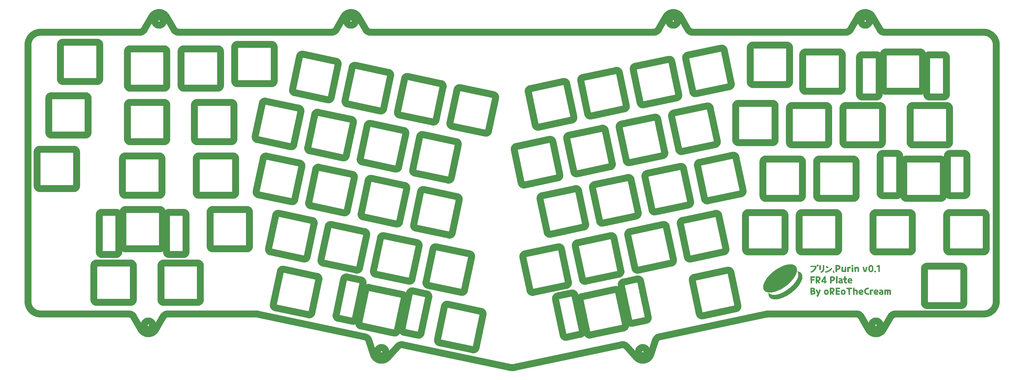
<source format=gbr>
%TF.GenerationSoftware,KiCad,Pcbnew,7.0.8*%
%TF.CreationDate,2023-10-18T12:09:20+09:00*%
%TF.ProjectId,Purinplate,50757269-6e70-46c6-9174-652e6b696361,rev?*%
%TF.SameCoordinates,Original*%
%TF.FileFunction,Soldermask,Top*%
%TF.FilePolarity,Negative*%
%FSLAX46Y46*%
G04 Gerber Fmt 4.6, Leading zero omitted, Abs format (unit mm)*
G04 Created by KiCad (PCBNEW 7.0.8) date 2023-10-18 12:09:20*
%MOMM*%
%LPD*%
G01*
G04 APERTURE LIST*
%ADD10C,0.300000*%
%ADD11C,2.437683*%
G04 APERTURE END LIST*
D10*
G36*
X280221711Y-199239144D02*
G01*
X280206023Y-199297576D01*
X280189844Y-199355056D01*
X280173173Y-199411593D01*
X280156012Y-199467197D01*
X280138358Y-199521876D01*
X280120213Y-199575642D01*
X280101576Y-199628502D01*
X280082447Y-199680466D01*
X280062826Y-199731545D01*
X280042713Y-199781747D01*
X280022107Y-199831081D01*
X280001010Y-199879558D01*
X279979420Y-199927186D01*
X279957337Y-199973976D01*
X279934762Y-200019936D01*
X279911693Y-200065076D01*
X279888133Y-200109405D01*
X279864079Y-200152933D01*
X279839532Y-200195670D01*
X279814491Y-200237624D01*
X279788958Y-200278805D01*
X279762931Y-200319224D01*
X279736410Y-200358888D01*
X279709396Y-200397808D01*
X279681888Y-200435992D01*
X279653887Y-200473452D01*
X279625391Y-200510195D01*
X279596402Y-200546231D01*
X279566918Y-200581570D01*
X279536940Y-200616221D01*
X279506467Y-200650194D01*
X279475500Y-200683498D01*
X279444103Y-200716461D01*
X279412230Y-200748750D01*
X279379884Y-200780376D01*
X279347067Y-200811349D01*
X279313781Y-200841680D01*
X279280028Y-200871378D01*
X279245811Y-200900453D01*
X279211132Y-200928917D01*
X279175992Y-200956778D01*
X279140394Y-200984048D01*
X279104340Y-201010736D01*
X279067833Y-201036853D01*
X279030874Y-201062409D01*
X278993465Y-201087414D01*
X278955609Y-201111878D01*
X278917308Y-201135812D01*
X278878563Y-201159225D01*
X278839378Y-201182128D01*
X278799754Y-201204531D01*
X278759693Y-201226445D01*
X278719198Y-201247878D01*
X278678270Y-201268843D01*
X278636913Y-201289348D01*
X278595127Y-201309404D01*
X278552915Y-201329022D01*
X278510280Y-201348211D01*
X278467223Y-201366981D01*
X278423746Y-201385344D01*
X278379852Y-201403308D01*
X278335543Y-201420885D01*
X278290821Y-201438084D01*
X278245689Y-201454915D01*
X278013560Y-200984210D01*
X278051153Y-200969648D01*
X278088313Y-200954865D01*
X278125042Y-200939855D01*
X278161340Y-200924613D01*
X278197208Y-200909135D01*
X278232646Y-200893415D01*
X278267656Y-200877449D01*
X278302237Y-200861231D01*
X278336390Y-200844756D01*
X278370117Y-200828020D01*
X278403417Y-200811016D01*
X278436292Y-200793741D01*
X278468741Y-200776189D01*
X278500767Y-200758355D01*
X278532368Y-200740233D01*
X278563546Y-200721820D01*
X278594302Y-200703110D01*
X278624636Y-200684097D01*
X278654549Y-200664778D01*
X278684041Y-200645146D01*
X278713114Y-200625197D01*
X278741767Y-200604925D01*
X278770001Y-200584326D01*
X278797818Y-200563395D01*
X278825217Y-200542126D01*
X278852200Y-200520515D01*
X278878766Y-200498556D01*
X278904918Y-200476245D01*
X278930654Y-200453576D01*
X278955976Y-200430544D01*
X278980885Y-200407145D01*
X279005382Y-200383373D01*
X279029081Y-200359764D01*
X279052369Y-200335755D01*
X279075246Y-200311343D01*
X279097712Y-200286521D01*
X279119769Y-200261286D01*
X279141417Y-200235633D01*
X279162657Y-200209557D01*
X279183490Y-200183054D01*
X279203915Y-200156119D01*
X279223934Y-200128748D01*
X279243547Y-200100935D01*
X279262755Y-200072676D01*
X279281558Y-200043968D01*
X279299958Y-200014804D01*
X279317955Y-199985181D01*
X279335549Y-199955093D01*
X279352741Y-199924537D01*
X279369532Y-199893507D01*
X279385923Y-199861999D01*
X279401914Y-199830008D01*
X279417505Y-199797530D01*
X279432698Y-199764561D01*
X279447492Y-199731094D01*
X279461890Y-199697127D01*
X279475890Y-199662654D01*
X279489495Y-199627670D01*
X279502704Y-199592171D01*
X279515519Y-199556153D01*
X279527939Y-199519611D01*
X279539966Y-199482540D01*
X279551600Y-199444935D01*
X279562841Y-199406792D01*
X277963148Y-199406792D01*
X277963148Y-198931984D01*
X279949136Y-198931984D01*
X280221711Y-199239144D01*
G37*
G36*
X280579663Y-198513974D02*
G01*
X280614308Y-198518982D01*
X280647856Y-198527177D01*
X280680115Y-198538436D01*
X280710894Y-198552635D01*
X280740001Y-198569650D01*
X280767244Y-198589358D01*
X280792433Y-198611635D01*
X280815376Y-198636358D01*
X280835881Y-198663403D01*
X280853756Y-198692645D01*
X280868811Y-198723963D01*
X280880854Y-198757231D01*
X280889693Y-198792326D01*
X280895136Y-198829125D01*
X280896994Y-198867504D01*
X280895136Y-198905740D01*
X280889693Y-198942337D01*
X280880854Y-198977181D01*
X280868811Y-199010157D01*
X280853756Y-199041151D01*
X280835881Y-199070050D01*
X280815376Y-199096738D01*
X280792433Y-199121101D01*
X280767244Y-199143026D01*
X280740001Y-199162399D01*
X280710894Y-199179104D01*
X280680115Y-199193028D01*
X280647856Y-199204056D01*
X280614308Y-199212075D01*
X280579663Y-199216970D01*
X280544112Y-199218628D01*
X280508600Y-199216970D01*
X280474066Y-199212075D01*
X280440692Y-199204056D01*
X280408657Y-199193028D01*
X280378145Y-199179104D01*
X280349335Y-199162399D01*
X280322409Y-199143026D01*
X280297548Y-199121101D01*
X280274934Y-199096738D01*
X280254747Y-199070050D01*
X280237168Y-199041151D01*
X280222380Y-199010157D01*
X280210562Y-198977181D01*
X280201896Y-198942337D01*
X280196564Y-198905740D01*
X280194747Y-198867504D01*
X280473770Y-198867504D01*
X280475133Y-198882190D01*
X280483581Y-198905009D01*
X280498704Y-198922995D01*
X280519286Y-198934785D01*
X280544112Y-198939018D01*
X280557737Y-198937604D01*
X280579734Y-198928886D01*
X280597771Y-198913388D01*
X280609970Y-198892474D01*
X280614453Y-198867504D01*
X280612946Y-198852474D01*
X280603823Y-198828618D01*
X280588058Y-198809390D01*
X280567529Y-198796557D01*
X280544112Y-198791886D01*
X280529476Y-198793453D01*
X280506927Y-198803004D01*
X280489316Y-198819707D01*
X280477859Y-198841796D01*
X280473770Y-198867504D01*
X280194747Y-198867504D01*
X280196564Y-198829125D01*
X280201896Y-198792326D01*
X280210562Y-198757231D01*
X280222380Y-198723963D01*
X280237168Y-198692645D01*
X280254747Y-198663403D01*
X280274934Y-198636358D01*
X280297548Y-198611635D01*
X280322409Y-198589358D01*
X280349335Y-198569650D01*
X280378145Y-198552635D01*
X280408657Y-198538436D01*
X280440692Y-198527177D01*
X280474066Y-198518982D01*
X280508600Y-198513974D01*
X280544112Y-198512277D01*
X280579663Y-198513974D01*
G37*
G36*
X281683065Y-200403303D02*
G01*
X281683065Y-198761405D01*
X281134984Y-198761405D01*
X281134984Y-200403303D01*
X281683065Y-200403303D01*
G37*
G36*
X282351899Y-198713338D02*
G01*
X282351899Y-200123694D01*
X282351225Y-200163593D01*
X282349195Y-200202628D01*
X282345802Y-200240813D01*
X282341037Y-200278162D01*
X282334891Y-200314691D01*
X282327355Y-200350413D01*
X282318422Y-200385343D01*
X282308082Y-200419496D01*
X282296327Y-200452887D01*
X282283149Y-200485530D01*
X282268538Y-200517440D01*
X282252486Y-200548631D01*
X282234985Y-200579117D01*
X282216026Y-200608915D01*
X282195601Y-200638037D01*
X282173700Y-200666499D01*
X282149565Y-200695055D01*
X282123748Y-200723130D01*
X282096232Y-200750724D01*
X282066996Y-200777837D01*
X282036023Y-200804470D01*
X282003292Y-200830621D01*
X281968786Y-200856292D01*
X281932486Y-200881482D01*
X281894371Y-200906191D01*
X281854425Y-200930419D01*
X281833758Y-200942353D01*
X281812627Y-200954166D01*
X281791028Y-200965859D01*
X281768959Y-200977433D01*
X281746418Y-200988885D01*
X281723402Y-201000218D01*
X281699909Y-201011431D01*
X281675937Y-201022523D01*
X281651483Y-201033495D01*
X281626545Y-201044347D01*
X281601120Y-201055078D01*
X281575207Y-201065690D01*
X281820818Y-201506499D01*
X281852119Y-201492040D01*
X281883042Y-201477457D01*
X281913584Y-201462747D01*
X281943740Y-201447905D01*
X281973507Y-201432928D01*
X282002882Y-201417811D01*
X282031860Y-201402552D01*
X282060438Y-201387147D01*
X282088613Y-201371591D01*
X282116381Y-201355881D01*
X282143737Y-201340014D01*
X282170680Y-201323984D01*
X282197204Y-201307790D01*
X282223306Y-201291427D01*
X282248983Y-201274890D01*
X282274230Y-201258177D01*
X282299045Y-201241284D01*
X282323423Y-201224207D01*
X282347362Y-201206942D01*
X282370856Y-201189485D01*
X282393904Y-201171833D01*
X282416500Y-201153982D01*
X282438642Y-201135928D01*
X282460325Y-201117668D01*
X282481546Y-201099197D01*
X282502302Y-201080512D01*
X282522588Y-201061609D01*
X282542402Y-201042484D01*
X282561739Y-201023134D01*
X282580596Y-201003555D01*
X282598969Y-200983743D01*
X282616854Y-200963694D01*
X282633980Y-200944011D01*
X282650625Y-200924090D01*
X282666784Y-200903930D01*
X282682454Y-200883528D01*
X282697630Y-200862883D01*
X282712308Y-200841995D01*
X282726484Y-200820861D01*
X282740154Y-200799480D01*
X282753314Y-200777851D01*
X282765960Y-200755973D01*
X282778088Y-200733844D01*
X282789693Y-200711462D01*
X282800772Y-200688827D01*
X282811321Y-200665937D01*
X282821335Y-200642790D01*
X282830811Y-200619385D01*
X282839744Y-200595720D01*
X282848130Y-200571796D01*
X282855965Y-200547609D01*
X282863245Y-200523158D01*
X282869967Y-200498443D01*
X282876125Y-200473461D01*
X282881716Y-200448211D01*
X282886736Y-200422693D01*
X282891181Y-200396904D01*
X282895046Y-200370843D01*
X282898328Y-200344509D01*
X282901022Y-200317900D01*
X282903125Y-200291015D01*
X282904632Y-200263853D01*
X282905539Y-200236412D01*
X282905842Y-200208690D01*
X282905842Y-198713338D01*
X282351899Y-198713338D01*
G37*
G36*
X284446331Y-199478307D02*
G01*
X284421348Y-199461247D01*
X284396717Y-199444571D01*
X284372403Y-199428263D01*
X284348374Y-199412306D01*
X284324595Y-199396686D01*
X284301034Y-199381387D01*
X284277656Y-199366394D01*
X284254429Y-199351691D01*
X284231318Y-199337263D01*
X284208291Y-199323094D01*
X284185314Y-199309169D01*
X284162353Y-199295472D01*
X284139374Y-199281989D01*
X284116345Y-199268703D01*
X284093232Y-199255599D01*
X284070001Y-199242661D01*
X284045361Y-199229984D01*
X284020436Y-199217438D01*
X283995185Y-199205004D01*
X283969572Y-199192661D01*
X283943556Y-199180391D01*
X283917100Y-199168173D01*
X283890165Y-199155988D01*
X283862712Y-199143816D01*
X283834703Y-199131637D01*
X283806099Y-199119431D01*
X283776861Y-199107179D01*
X283746950Y-199094861D01*
X283716329Y-199082456D01*
X283684958Y-199069947D01*
X283652799Y-199057311D01*
X283619813Y-199044531D01*
X283371271Y-199440791D01*
X283401763Y-199453565D01*
X283431495Y-199466182D01*
X283460501Y-199478666D01*
X283488819Y-199491038D01*
X283516485Y-199503320D01*
X283543533Y-199515536D01*
X283570002Y-199527707D01*
X283595926Y-199539856D01*
X283621342Y-199552004D01*
X283646285Y-199564175D01*
X283670792Y-199576391D01*
X283694899Y-199588674D01*
X283718642Y-199601046D01*
X283742057Y-199613529D01*
X283765180Y-199626147D01*
X283788047Y-199638921D01*
X283810619Y-199651722D01*
X283833079Y-199664643D01*
X283855465Y-199677706D01*
X283877816Y-199690935D01*
X283900170Y-199704353D01*
X283922566Y-199717983D01*
X283945043Y-199731849D01*
X283967639Y-199745972D01*
X283990393Y-199760378D01*
X284013344Y-199775088D01*
X284036530Y-199790126D01*
X284059990Y-199805516D01*
X284083763Y-199821279D01*
X284107887Y-199837441D01*
X284132400Y-199854023D01*
X284157342Y-199871049D01*
X284446331Y-199478307D01*
G37*
G36*
X285417636Y-199642438D02*
G01*
X285385216Y-199677970D01*
X285352908Y-199712912D01*
X285320703Y-199747270D01*
X285288592Y-199781049D01*
X285256566Y-199814258D01*
X285224617Y-199846902D01*
X285192736Y-199878989D01*
X285160915Y-199910525D01*
X285129144Y-199941516D01*
X285097415Y-199971970D01*
X285065720Y-200001892D01*
X285034049Y-200031290D01*
X285002394Y-200060170D01*
X284970746Y-200088539D01*
X284939096Y-200116404D01*
X284907437Y-200143771D01*
X284875758Y-200170646D01*
X284844052Y-200197037D01*
X284812310Y-200222951D01*
X284780522Y-200248393D01*
X284748681Y-200273370D01*
X284716778Y-200297890D01*
X284684804Y-200321958D01*
X284652749Y-200345582D01*
X284620607Y-200368768D01*
X284588367Y-200391523D01*
X284556021Y-200413853D01*
X284523561Y-200435765D01*
X284490978Y-200457266D01*
X284458263Y-200478362D01*
X284425407Y-200499060D01*
X284392402Y-200519367D01*
X284359281Y-200539327D01*
X284325969Y-200558874D01*
X284292453Y-200578015D01*
X284258725Y-200596755D01*
X284224773Y-200615101D01*
X284190588Y-200633059D01*
X284156159Y-200650635D01*
X284121475Y-200667836D01*
X284086528Y-200684668D01*
X284051305Y-200701137D01*
X284015798Y-200717249D01*
X283979995Y-200733010D01*
X283943886Y-200748427D01*
X283907461Y-200763506D01*
X283870711Y-200778254D01*
X283833623Y-200792675D01*
X283796189Y-200806777D01*
X283758397Y-200820566D01*
X283720238Y-200834048D01*
X283681701Y-200847229D01*
X283642776Y-200860116D01*
X283603452Y-200872714D01*
X283563720Y-200885030D01*
X283523569Y-200897071D01*
X283482988Y-200908841D01*
X283441968Y-200920349D01*
X283400498Y-200931599D01*
X283358568Y-200942598D01*
X283316167Y-200953353D01*
X283273285Y-200963869D01*
X283229912Y-200974153D01*
X283186038Y-200984210D01*
X283354272Y-201458432D01*
X283401646Y-201448049D01*
X283448589Y-201437339D01*
X283495107Y-201426301D01*
X283541206Y-201414931D01*
X283586892Y-201403226D01*
X283632169Y-201391183D01*
X283677045Y-201378799D01*
X283721525Y-201366072D01*
X283765613Y-201352997D01*
X283809317Y-201339573D01*
X283852642Y-201325795D01*
X283895592Y-201311662D01*
X283938175Y-201297170D01*
X283980396Y-201282316D01*
X284022260Y-201267097D01*
X284063773Y-201251510D01*
X284104941Y-201235552D01*
X284145770Y-201219220D01*
X284186264Y-201202511D01*
X284226431Y-201185422D01*
X284266275Y-201167950D01*
X284305802Y-201150093D01*
X284345019Y-201131846D01*
X284383930Y-201113207D01*
X284422541Y-201094173D01*
X284460858Y-201074742D01*
X284498887Y-201054909D01*
X284536634Y-201034672D01*
X284574103Y-201014029D01*
X284611301Y-200992975D01*
X284648234Y-200971508D01*
X284684907Y-200949625D01*
X284721335Y-200927324D01*
X284757532Y-200904599D01*
X284793506Y-200881448D01*
X284829264Y-200857866D01*
X284864812Y-200833851D01*
X284900157Y-200809397D01*
X284935307Y-200784502D01*
X284970268Y-200759162D01*
X285005047Y-200733372D01*
X285039651Y-200707130D01*
X285074086Y-200680431D01*
X285108360Y-200653272D01*
X285142479Y-200625649D01*
X285176451Y-200597558D01*
X285210282Y-200568995D01*
X285243979Y-200539957D01*
X285277549Y-200510440D01*
X285310998Y-200480439D01*
X285344335Y-200449953D01*
X285377564Y-200418975D01*
X285410695Y-200387504D01*
X285443732Y-200355535D01*
X285476684Y-200323064D01*
X285509556Y-200290087D01*
X285542357Y-200256602D01*
X285575092Y-200222603D01*
X285607769Y-200188088D01*
X285640394Y-200153052D01*
X285672975Y-200117492D01*
X285705518Y-200081404D01*
X285738030Y-200044785D01*
X285770518Y-200007630D01*
X285417636Y-199642438D01*
G37*
G36*
X286041920Y-201373436D02*
G01*
X286049207Y-201402243D01*
X286057618Y-201427447D01*
X286067258Y-201449215D01*
X286082204Y-201473188D01*
X286099766Y-201491750D01*
X286120193Y-201505301D01*
X286143731Y-201514240D01*
X286170629Y-201518964D01*
X286193155Y-201519981D01*
X286485661Y-201519981D01*
X286511266Y-201518712D01*
X286539919Y-201513057D01*
X286562295Y-201502847D01*
X286581428Y-201483638D01*
X286590730Y-201457217D01*
X286591083Y-201430850D01*
X286585129Y-201399806D01*
X286576519Y-201373436D01*
X286388354Y-200840595D01*
X286376212Y-200808539D01*
X286364289Y-200781360D01*
X286352251Y-200758684D01*
X286335439Y-200734799D01*
X286317026Y-200717354D01*
X286296215Y-200705457D01*
X286272211Y-200698213D01*
X286244215Y-200694731D01*
X286220120Y-200694050D01*
X286025507Y-200694050D01*
X285996683Y-200695995D01*
X285973410Y-200702027D01*
X285951873Y-200715766D01*
X285938428Y-200736929D01*
X285932754Y-200766093D01*
X285933594Y-200795574D01*
X285937253Y-200821465D01*
X285941097Y-200840595D01*
X286041920Y-201373436D01*
G37*
G36*
X287608307Y-198662515D02*
G01*
X287654264Y-198663760D01*
X287700232Y-198665857D01*
X287745610Y-198669611D01*
X287790904Y-198674510D01*
X287836030Y-198680574D01*
X287880904Y-198687821D01*
X287925441Y-198696270D01*
X287969557Y-198705940D01*
X288013169Y-198716850D01*
X288056191Y-198729018D01*
X288098540Y-198742465D01*
X288140132Y-198757208D01*
X288180882Y-198773266D01*
X288220707Y-198790659D01*
X288259522Y-198809405D01*
X288297243Y-198829524D01*
X288333786Y-198851033D01*
X288369066Y-198873952D01*
X288386180Y-198886022D01*
X288419194Y-198911364D01*
X288450531Y-198938324D01*
X288480114Y-198966915D01*
X288507870Y-198997155D01*
X288533724Y-199029057D01*
X288557600Y-199062639D01*
X288579425Y-199097914D01*
X288599123Y-199134899D01*
X288616620Y-199173610D01*
X288631841Y-199214060D01*
X288644711Y-199256267D01*
X288655156Y-199300245D01*
X288663101Y-199346010D01*
X288666113Y-199369567D01*
X288668472Y-199393577D01*
X288670168Y-199418042D01*
X288671193Y-199442962D01*
X288671536Y-199468341D01*
X288671067Y-199501004D01*
X288669669Y-199533050D01*
X288667360Y-199564482D01*
X288664157Y-199595306D01*
X288660074Y-199625526D01*
X288655130Y-199655146D01*
X288649340Y-199684171D01*
X288642722Y-199712606D01*
X288635291Y-199740453D01*
X288627065Y-199767719D01*
X288618059Y-199794407D01*
X288608291Y-199820522D01*
X288597776Y-199846068D01*
X288586532Y-199871049D01*
X288574574Y-199895470D01*
X288561920Y-199919336D01*
X288548586Y-199942650D01*
X288534589Y-199965418D01*
X288519944Y-199987643D01*
X288504669Y-200009330D01*
X288488780Y-200030483D01*
X288472294Y-200051107D01*
X288455226Y-200071206D01*
X288437595Y-200090785D01*
X288419415Y-200109848D01*
X288400704Y-200128399D01*
X288381479Y-200146443D01*
X288361755Y-200163984D01*
X288341549Y-200181026D01*
X288320879Y-200197574D01*
X288299759Y-200213633D01*
X288278208Y-200229207D01*
X288256275Y-200244334D01*
X288233903Y-200258944D01*
X288211110Y-200273042D01*
X288187912Y-200286633D01*
X288164327Y-200299722D01*
X288140373Y-200312315D01*
X288116067Y-200324416D01*
X288091426Y-200336029D01*
X288066469Y-200347162D01*
X288041212Y-200357817D01*
X288015674Y-200368001D01*
X287989871Y-200377718D01*
X287963821Y-200386974D01*
X287937542Y-200395773D01*
X287911052Y-200404121D01*
X287884366Y-200412023D01*
X287857504Y-200419483D01*
X287830482Y-200426506D01*
X287803319Y-200433099D01*
X287776031Y-200439265D01*
X287748636Y-200445010D01*
X287721152Y-200450339D01*
X287693596Y-200455257D01*
X287665986Y-200459769D01*
X287638338Y-200463880D01*
X287610671Y-200467595D01*
X287583003Y-200470919D01*
X287555349Y-200473857D01*
X287527729Y-200476414D01*
X287500160Y-200478596D01*
X287472658Y-200480406D01*
X287445242Y-200481852D01*
X287455207Y-201048690D01*
X287455421Y-201070122D01*
X287454010Y-201098673D01*
X287450408Y-201123136D01*
X287441977Y-201149834D01*
X287429122Y-201170323D01*
X287406372Y-201188123D01*
X287382458Y-201196850D01*
X287353139Y-201201331D01*
X287327419Y-201202270D01*
X287038431Y-201202270D01*
X287021579Y-201201859D01*
X286992112Y-201198344D01*
X286967942Y-201190736D01*
X286944528Y-201174546D01*
X286930717Y-201155515D01*
X286920818Y-201130426D01*
X286915705Y-201107269D01*
X286912373Y-201080109D01*
X286910643Y-201048690D01*
X286847629Y-199198697D01*
X287428243Y-199198697D01*
X287438208Y-199949598D01*
X287480006Y-199947856D01*
X287520336Y-199945174D01*
X287559208Y-199941571D01*
X287596631Y-199937068D01*
X287632613Y-199931686D01*
X287667165Y-199925445D01*
X287700296Y-199918366D01*
X287732014Y-199910470D01*
X287762329Y-199901777D01*
X287791250Y-199892307D01*
X287818786Y-199882082D01*
X287844948Y-199871122D01*
X287869743Y-199859448D01*
X287893181Y-199847080D01*
X287915272Y-199834038D01*
X287936024Y-199820344D01*
X287955446Y-199806018D01*
X287973549Y-199791081D01*
X288005832Y-199759454D01*
X288032946Y-199725630D01*
X288054964Y-199689772D01*
X288071960Y-199652046D01*
X288084010Y-199612616D01*
X288091185Y-199571647D01*
X288093560Y-199529304D01*
X288092968Y-199508367D01*
X288089843Y-199477641D01*
X288084007Y-199447853D01*
X288075428Y-199419139D01*
X288064073Y-199391635D01*
X288049911Y-199365478D01*
X288032910Y-199340804D01*
X288013038Y-199317749D01*
X287990263Y-199296449D01*
X287964553Y-199277041D01*
X287935877Y-199259660D01*
X287914952Y-199249148D01*
X287892619Y-199239394D01*
X287868870Y-199230425D01*
X287843700Y-199222273D01*
X287817101Y-199214965D01*
X287789066Y-199208532D01*
X287759588Y-199203002D01*
X287728661Y-199198404D01*
X287696278Y-199194768D01*
X287662432Y-199192123D01*
X287627116Y-199190499D01*
X287590322Y-199189923D01*
X287552045Y-199190426D01*
X287512278Y-199192036D01*
X287471012Y-199194784D01*
X287428243Y-199198697D01*
X286847629Y-199198697D01*
X286840301Y-198983568D01*
X286839335Y-198958594D01*
X286838282Y-198928468D01*
X286837793Y-198901668D01*
X286838193Y-198877862D01*
X286840433Y-198851814D01*
X286846506Y-198825148D01*
X286857301Y-198802438D01*
X286873057Y-198783818D01*
X286894806Y-198769928D01*
X286919043Y-198759088D01*
X286942600Y-198750499D01*
X286969986Y-198741681D01*
X286993109Y-198734747D01*
X287018501Y-198727406D01*
X287054474Y-198718066D01*
X287091768Y-198709398D01*
X287130290Y-198701416D01*
X287169947Y-198694131D01*
X287210644Y-198687558D01*
X287252288Y-198681708D01*
X287294786Y-198676595D01*
X287338044Y-198672232D01*
X287381968Y-198668631D01*
X287426465Y-198665806D01*
X287471441Y-198663768D01*
X287516802Y-198662532D01*
X287562456Y-198662110D01*
X287608307Y-198662515D01*
G37*
G36*
X290530908Y-201185271D02*
G01*
X290558743Y-201182890D01*
X290582641Y-201179036D01*
X290606746Y-201172448D01*
X290629530Y-201162026D01*
X290650019Y-201146460D01*
X290652248Y-201144238D01*
X290662836Y-201121771D01*
X290669388Y-201097613D01*
X290673107Y-201072715D01*
X290674938Y-201048498D01*
X290675675Y-201020712D01*
X290675696Y-201014692D01*
X290699143Y-199512305D01*
X290699319Y-199487770D01*
X290697675Y-199454881D01*
X290693565Y-199426475D01*
X290686789Y-199402312D01*
X290673261Y-199376279D01*
X290654164Y-199356790D01*
X290629024Y-199343276D01*
X290605918Y-199336718D01*
X290578946Y-199332960D01*
X290547908Y-199331761D01*
X290289401Y-199331761D01*
X290258517Y-199332960D01*
X290231943Y-199336718D01*
X290209384Y-199343276D01*
X290185040Y-199356790D01*
X290166607Y-199376279D01*
X290153384Y-199402312D01*
X290146464Y-199426475D01*
X290141786Y-199454881D01*
X290139053Y-199487770D01*
X290138166Y-199512305D01*
X290117650Y-200666499D01*
X289828661Y-200673533D01*
X289800269Y-200673992D01*
X289773453Y-200673613D01*
X289748213Y-200672242D01*
X289724550Y-200669721D01*
X289695451Y-200664301D01*
X289669156Y-200656188D01*
X289645662Y-200645012D01*
X289624972Y-200630401D01*
X289607084Y-200611984D01*
X289591736Y-200589235D01*
X289578709Y-200561664D01*
X289570504Y-200537631D01*
X289563673Y-200510574D01*
X289558245Y-200480361D01*
X289554248Y-200446857D01*
X289552393Y-200422627D01*
X289551195Y-200396837D01*
X289550664Y-200369446D01*
X289550808Y-200340414D01*
X289551636Y-200309704D01*
X289553155Y-200277274D01*
X289590085Y-199512305D01*
X289591380Y-199487770D01*
X289590736Y-199454881D01*
X289586934Y-199426475D01*
X289579918Y-199402312D01*
X289565462Y-199376279D01*
X289545050Y-199356790D01*
X289518545Y-199343276D01*
X289494585Y-199336718D01*
X289467062Y-199332960D01*
X289435919Y-199331761D01*
X289183860Y-199331761D01*
X289153144Y-199332960D01*
X289127005Y-199336718D01*
X289098582Y-199346126D01*
X289076636Y-199361080D01*
X289060220Y-199382151D01*
X289048386Y-199409910D01*
X289041947Y-199435460D01*
X289037152Y-199465334D01*
X289033601Y-199499771D01*
X289032625Y-199512305D01*
X288988661Y-200420889D01*
X288987347Y-200456748D01*
X288987163Y-200492614D01*
X288988137Y-200528411D01*
X288990301Y-200564064D01*
X288993684Y-200599497D01*
X288998316Y-200634635D01*
X289004228Y-200669401D01*
X289011449Y-200703722D01*
X289020010Y-200737520D01*
X289029940Y-200770721D01*
X289041270Y-200803248D01*
X289054030Y-200835027D01*
X289068249Y-200865981D01*
X289083958Y-200896036D01*
X289101187Y-200925115D01*
X289119966Y-200953143D01*
X289139044Y-200980670D01*
X289159792Y-201006932D01*
X289182221Y-201031857D01*
X289206337Y-201055377D01*
X289232150Y-201077419D01*
X289259668Y-201097914D01*
X289288900Y-201116791D01*
X289319855Y-201133980D01*
X289352540Y-201149410D01*
X289386966Y-201163012D01*
X289423139Y-201174714D01*
X289461070Y-201184447D01*
X289500766Y-201192139D01*
X289542236Y-201197720D01*
X289585488Y-201201121D01*
X289630532Y-201202270D01*
X290124684Y-201202270D01*
X290151535Y-201202227D01*
X290178034Y-201202093D01*
X290204216Y-201201857D01*
X290230114Y-201201510D01*
X290255761Y-201201043D01*
X290281191Y-201200446D01*
X290306437Y-201199711D01*
X290331533Y-201198826D01*
X290356512Y-201197784D01*
X290381408Y-201196574D01*
X290406254Y-201195188D01*
X290431083Y-201193615D01*
X290455930Y-201191846D01*
X290480828Y-201189872D01*
X290505809Y-201187684D01*
X290530908Y-201185271D01*
G37*
G36*
X291064921Y-201021726D02*
G01*
X291065905Y-201046261D01*
X291068736Y-201079150D01*
X291073466Y-201107556D01*
X291080399Y-201131719D01*
X291093594Y-201157752D01*
X291111967Y-201177241D01*
X291136240Y-201190755D01*
X291167132Y-201198865D01*
X291195080Y-201201743D01*
X291216156Y-201202270D01*
X291485214Y-201202270D01*
X291516105Y-201201071D01*
X291542976Y-201197313D01*
X291566040Y-201190755D01*
X291591243Y-201177241D01*
X291610569Y-201157752D01*
X291624527Y-201131719D01*
X291631778Y-201107556D01*
X291636510Y-201079150D01*
X291638937Y-201046261D01*
X291639380Y-201021726D01*
X291646414Y-199898013D01*
X291676326Y-199894402D01*
X291699845Y-199891833D01*
X291724185Y-199889351D01*
X291749248Y-199886927D01*
X291774935Y-199884531D01*
X291801147Y-199882136D01*
X291827787Y-199879712D01*
X291854755Y-199877229D01*
X291881952Y-199874660D01*
X291909281Y-199871975D01*
X291918403Y-199871049D01*
X291944820Y-199870063D01*
X291970910Y-199869094D01*
X291996563Y-199868160D01*
X292021670Y-199867278D01*
X292046120Y-199866465D01*
X292069802Y-199865740D01*
X292099996Y-199864938D01*
X292128369Y-199864363D01*
X292154661Y-199864055D01*
X292166945Y-199864015D01*
X292194300Y-199864020D01*
X292217874Y-199863686D01*
X292243938Y-199861807D01*
X292268887Y-199855405D01*
X292289460Y-199838573D01*
X292300419Y-199814071D01*
X292306132Y-199785865D01*
X292308215Y-199768467D01*
X292325214Y-199461307D01*
X292325586Y-199437259D01*
X292324424Y-199410534D01*
X292319609Y-199384697D01*
X292307625Y-199362934D01*
X292287295Y-199348952D01*
X292262774Y-199341490D01*
X292244321Y-199338209D01*
X292212913Y-199335750D01*
X292177600Y-199333933D01*
X292152052Y-199333043D01*
X292125013Y-199332387D01*
X292096582Y-199331944D01*
X292066856Y-199331693D01*
X292035933Y-199331614D01*
X292003911Y-199331686D01*
X291970887Y-199331889D01*
X291936960Y-199332202D01*
X291902228Y-199332603D01*
X291866788Y-199333074D01*
X291830739Y-199333593D01*
X291794178Y-199334139D01*
X291757203Y-199334692D01*
X291719912Y-199336744D01*
X291682403Y-199338938D01*
X291644773Y-199341264D01*
X291607122Y-199343713D01*
X291569546Y-199346276D01*
X291532143Y-199348942D01*
X291495012Y-199351703D01*
X291458250Y-199354549D01*
X291421955Y-199357470D01*
X291386225Y-199360457D01*
X291351158Y-199363502D01*
X291316851Y-199366593D01*
X291283404Y-199369722D01*
X291250913Y-199372880D01*
X291219476Y-199376056D01*
X291189192Y-199379242D01*
X291159793Y-199383654D01*
X291133844Y-199389561D01*
X291111241Y-199397346D01*
X291086130Y-199411309D01*
X291066534Y-199430197D01*
X291052207Y-199454917D01*
X291044771Y-199477830D01*
X291040055Y-199504916D01*
X291037955Y-199536558D01*
X291037957Y-199560372D01*
X291064921Y-201021726D01*
G37*
G36*
X292617133Y-201021726D02*
G01*
X292617537Y-201046261D01*
X292619775Y-201079150D01*
X292624195Y-201107556D01*
X292631049Y-201131719D01*
X292644411Y-201157752D01*
X292663146Y-201177241D01*
X292687852Y-201190755D01*
X292710659Y-201197313D01*
X292737414Y-201201071D01*
X292768368Y-201202270D01*
X293036840Y-201202270D01*
X293067881Y-201201071D01*
X293094873Y-201197313D01*
X293118035Y-201190755D01*
X293143333Y-201177241D01*
X293162721Y-201157752D01*
X293176715Y-201131719D01*
X293183981Y-201107556D01*
X293188720Y-201079150D01*
X293191149Y-201046261D01*
X293191592Y-201021726D01*
X293184558Y-199645369D01*
X293184115Y-199621452D01*
X293181688Y-199589349D01*
X293176956Y-199561572D01*
X293169705Y-199537899D01*
X293155747Y-199512332D01*
X293136421Y-199493135D01*
X293111218Y-199479778D01*
X293088154Y-199473276D01*
X293061283Y-199469538D01*
X293030392Y-199468341D01*
X292768368Y-199468341D01*
X292737414Y-199469468D01*
X292710659Y-199473025D01*
X292687852Y-199479278D01*
X292663146Y-199492273D01*
X292644411Y-199511169D01*
X292631049Y-199536597D01*
X292624195Y-199560336D01*
X292619775Y-199588371D01*
X292617537Y-199620969D01*
X292617133Y-199645369D01*
X292617133Y-201021726D01*
G37*
G36*
X292576687Y-198969500D02*
G01*
X292578238Y-199002799D01*
X292582803Y-199034702D01*
X292590249Y-199065107D01*
X292600445Y-199093908D01*
X292613259Y-199121002D01*
X292628557Y-199146285D01*
X292646208Y-199169654D01*
X292666079Y-199191004D01*
X292688039Y-199210231D01*
X292711955Y-199227231D01*
X292737695Y-199241902D01*
X292765126Y-199254137D01*
X292794117Y-199263835D01*
X292824534Y-199270891D01*
X292856247Y-199275200D01*
X292889122Y-199276660D01*
X292922109Y-199275200D01*
X292954138Y-199270891D01*
X292985047Y-199263835D01*
X293014675Y-199254137D01*
X293042860Y-199241902D01*
X293069442Y-199227231D01*
X293094258Y-199210231D01*
X293117147Y-199191004D01*
X293137948Y-199169654D01*
X293156499Y-199146285D01*
X293172639Y-199121002D01*
X293186207Y-199093908D01*
X293197040Y-199065107D01*
X293204978Y-199034702D01*
X293209860Y-199002799D01*
X293211523Y-198969500D01*
X293209860Y-198936258D01*
X293204978Y-198904314D01*
X293197040Y-198873786D01*
X293186207Y-198844789D01*
X293172639Y-198817442D01*
X293156499Y-198791859D01*
X293137948Y-198768159D01*
X293117147Y-198746457D01*
X293094258Y-198726872D01*
X293069442Y-198709519D01*
X293042860Y-198694515D01*
X293014675Y-198681977D01*
X292985047Y-198672022D01*
X292954138Y-198664767D01*
X292922109Y-198660328D01*
X292889122Y-198658823D01*
X292856247Y-198660328D01*
X292824534Y-198664767D01*
X292794117Y-198672022D01*
X292765126Y-198681977D01*
X292737695Y-198694515D01*
X292711955Y-198709519D01*
X292688039Y-198726872D01*
X292666079Y-198746457D01*
X292646208Y-198768159D01*
X292628557Y-198791859D01*
X292613259Y-198817442D01*
X292600445Y-198844789D01*
X292590249Y-198873786D01*
X292582803Y-198904314D01*
X292578238Y-198936258D01*
X292576687Y-198969500D01*
G37*
G36*
X293736156Y-199396241D02*
G01*
X293707923Y-199400969D01*
X293683125Y-199405593D01*
X293657901Y-199411702D01*
X293634724Y-199420686D01*
X293614816Y-199437274D01*
X293601261Y-199460080D01*
X293594885Y-199484397D01*
X293592321Y-199509359D01*
X293591524Y-199533596D01*
X293591370Y-199561387D01*
X293591369Y-199567406D01*
X293618333Y-201021726D01*
X293619317Y-201046261D01*
X293622149Y-201079150D01*
X293626879Y-201107556D01*
X293633811Y-201131719D01*
X293647007Y-201157752D01*
X293665380Y-201177241D01*
X293689652Y-201190755D01*
X293720544Y-201198865D01*
X293748492Y-201201743D01*
X293769569Y-201202270D01*
X294011662Y-201202270D01*
X294042481Y-201201071D01*
X294069153Y-201197313D01*
X294091923Y-201190755D01*
X294116633Y-201177241D01*
X294135415Y-201157752D01*
X294148845Y-201131719D01*
X294155753Y-201107556D01*
X294160219Y-201079150D01*
X294162487Y-201046261D01*
X294162897Y-201021726D01*
X294162897Y-199891565D01*
X294188524Y-199887037D01*
X294214276Y-199882969D01*
X294240124Y-199879300D01*
X294266040Y-199875965D01*
X294291995Y-199872901D01*
X294317960Y-199870043D01*
X294343905Y-199867328D01*
X294369801Y-199864693D01*
X294395621Y-199862073D01*
X294421334Y-199859404D01*
X294438403Y-199857567D01*
X294466772Y-199857136D01*
X294493235Y-199857888D01*
X294517864Y-199859924D01*
X294547976Y-199864814D01*
X294575129Y-199872408D01*
X294599495Y-199882948D01*
X294621246Y-199896673D01*
X294640553Y-199913825D01*
X294653532Y-199929081D01*
X294668581Y-199955261D01*
X294678310Y-199977346D01*
X294686757Y-200001669D01*
X294693967Y-200028355D01*
X294699987Y-200057528D01*
X294704864Y-200089314D01*
X294708643Y-200123836D01*
X294710575Y-200148433D01*
X294712054Y-200174338D01*
X294713094Y-200201589D01*
X294713708Y-200230222D01*
X294713909Y-200260274D01*
X294710392Y-201021726D01*
X294710836Y-201046261D01*
X294713265Y-201079150D01*
X294718003Y-201107556D01*
X294725269Y-201131719D01*
X294739263Y-201157752D01*
X294758652Y-201177241D01*
X294783950Y-201190755D01*
X294807111Y-201197313D01*
X294834103Y-201201071D01*
X294865144Y-201202270D01*
X295117203Y-201202270D01*
X295147937Y-201201071D01*
X295174393Y-201197313D01*
X295203520Y-201187905D01*
X295226266Y-201172951D01*
X295243332Y-201151880D01*
X295255416Y-201124121D01*
X295261633Y-201098571D01*
X295265738Y-201068697D01*
X295268028Y-201034261D01*
X295268438Y-201021726D01*
X295295403Y-200147727D01*
X295295478Y-200106287D01*
X295294580Y-200065311D01*
X295292669Y-200024855D01*
X295289706Y-199984970D01*
X295285649Y-199945710D01*
X295280462Y-199907129D01*
X295274103Y-199869279D01*
X295266533Y-199832214D01*
X295257713Y-199795988D01*
X295247603Y-199760652D01*
X295236165Y-199726261D01*
X295223357Y-199692868D01*
X295209141Y-199660526D01*
X295193478Y-199629288D01*
X295176327Y-199599207D01*
X295157650Y-199570337D01*
X295136715Y-199542928D01*
X295114341Y-199517001D01*
X295090504Y-199492596D01*
X295065179Y-199469752D01*
X295038344Y-199448508D01*
X295009973Y-199428905D01*
X294980042Y-199410981D01*
X294948529Y-199394775D01*
X294915408Y-199380329D01*
X294880655Y-199367681D01*
X294844247Y-199356870D01*
X294806160Y-199347936D01*
X294766368Y-199340919D01*
X294724850Y-199335857D01*
X294681579Y-199332792D01*
X294636533Y-199331761D01*
X294601566Y-199331875D01*
X294567215Y-199332210D01*
X294533465Y-199332750D01*
X294500300Y-199333483D01*
X294467706Y-199334394D01*
X294435667Y-199335470D01*
X294404167Y-199336698D01*
X294373190Y-199338062D01*
X294342722Y-199339551D01*
X294312747Y-199341149D01*
X294283249Y-199342843D01*
X294254214Y-199344620D01*
X294225624Y-199346466D01*
X294197466Y-199348366D01*
X294169723Y-199350308D01*
X294142381Y-199352277D01*
X294115530Y-199354806D01*
X294089030Y-199357340D01*
X294062848Y-199359884D01*
X294036950Y-199362444D01*
X294011303Y-199365024D01*
X293985873Y-199367630D01*
X293960627Y-199370267D01*
X293935532Y-199372940D01*
X293910553Y-199375654D01*
X293885657Y-199378415D01*
X293860811Y-199381227D01*
X293835981Y-199384096D01*
X293811134Y-199387027D01*
X293786237Y-199390024D01*
X293761255Y-199393094D01*
X293736156Y-199396241D01*
G37*
G36*
X296970127Y-201069207D02*
G01*
X296979336Y-201097004D01*
X296990077Y-201120885D01*
X297002241Y-201141109D01*
X297020490Y-201162832D01*
X297040825Y-201179122D01*
X297062993Y-201190592D01*
X297086739Y-201197853D01*
X297111809Y-201201516D01*
X297131327Y-201202270D01*
X297648927Y-201202270D01*
X297674799Y-201200904D01*
X297699503Y-201196399D01*
X297722806Y-201188143D01*
X297744474Y-201175526D01*
X297764274Y-201157934D01*
X297781972Y-201134758D01*
X297793725Y-201113344D01*
X297804066Y-201088186D01*
X297810127Y-201069207D01*
X298263832Y-199526374D01*
X298270815Y-199496768D01*
X298273862Y-199471758D01*
X298271413Y-199446089D01*
X298258074Y-199422021D01*
X298237207Y-199406270D01*
X298213463Y-199395686D01*
X298182939Y-199386276D01*
X297874021Y-199307727D01*
X297845989Y-199300692D01*
X297822217Y-199297826D01*
X297797695Y-199300600D01*
X297774541Y-199314082D01*
X297759275Y-199334518D01*
X297748967Y-199357343D01*
X297739785Y-199386276D01*
X297389834Y-200748565D01*
X297040469Y-199386276D01*
X297031136Y-199357343D01*
X297020429Y-199334518D01*
X297004443Y-199314082D01*
X296980311Y-199300600D01*
X296955069Y-199297826D01*
X296930898Y-199300692D01*
X296902716Y-199307727D01*
X296597315Y-199386276D01*
X296573683Y-199393245D01*
X296547979Y-199403483D01*
X296524682Y-199418599D01*
X296510562Y-199437333D01*
X296504935Y-199460798D01*
X296507116Y-199490107D01*
X296514023Y-199518510D01*
X296516421Y-199526374D01*
X296970127Y-201069207D01*
G37*
G36*
X299484215Y-198662710D02*
G01*
X299510221Y-198663816D01*
X299535904Y-198665652D01*
X299561260Y-198668213D01*
X299586288Y-198671493D01*
X299610985Y-198675485D01*
X299635349Y-198680185D01*
X299659378Y-198685586D01*
X299683070Y-198691682D01*
X299706421Y-198698468D01*
X299729431Y-198705939D01*
X299752097Y-198714087D01*
X299774416Y-198722907D01*
X299796386Y-198732394D01*
X299818006Y-198742542D01*
X299839272Y-198753345D01*
X299860183Y-198764797D01*
X299880736Y-198776892D01*
X299900929Y-198789625D01*
X299920759Y-198802990D01*
X299940226Y-198816980D01*
X299959325Y-198831591D01*
X299978056Y-198846816D01*
X299996415Y-198862650D01*
X300014400Y-198879086D01*
X300032010Y-198896120D01*
X300049242Y-198913744D01*
X300066094Y-198931954D01*
X300082563Y-198950744D01*
X300098647Y-198970107D01*
X300114344Y-198990039D01*
X300129652Y-199010533D01*
X300144282Y-199031648D01*
X300158493Y-199053336D01*
X300172282Y-199075591D01*
X300185647Y-199098409D01*
X300198584Y-199121784D01*
X300211090Y-199145712D01*
X300223163Y-199170188D01*
X300234799Y-199195208D01*
X300245995Y-199220766D01*
X300256749Y-199246857D01*
X300267057Y-199273477D01*
X300276917Y-199300621D01*
X300286325Y-199328284D01*
X300295278Y-199356461D01*
X300303774Y-199385148D01*
X300311809Y-199414339D01*
X300319380Y-199444030D01*
X300326484Y-199474216D01*
X300333119Y-199504892D01*
X300339281Y-199536054D01*
X300344968Y-199567695D01*
X300350176Y-199599813D01*
X300354902Y-199632401D01*
X300359143Y-199665455D01*
X300362896Y-199698970D01*
X300366159Y-199732941D01*
X300368928Y-199767364D01*
X300371201Y-199802233D01*
X300372974Y-199837544D01*
X300374243Y-199873293D01*
X300375008Y-199909473D01*
X300375263Y-199946080D01*
X300375008Y-199983008D01*
X300374243Y-200019487D01*
X300372974Y-200055516D01*
X300371201Y-200091089D01*
X300368928Y-200126202D01*
X300366159Y-200160850D01*
X300362896Y-200195031D01*
X300359143Y-200228740D01*
X300354902Y-200261971D01*
X300350176Y-200294723D01*
X300344968Y-200326989D01*
X300339281Y-200358766D01*
X300333119Y-200390049D01*
X300326484Y-200420836D01*
X300319380Y-200451120D01*
X300311809Y-200480899D01*
X300303774Y-200510168D01*
X300295278Y-200538922D01*
X300286325Y-200567158D01*
X300276917Y-200594872D01*
X300267057Y-200622058D01*
X300256749Y-200648714D01*
X300245995Y-200674834D01*
X300234799Y-200700415D01*
X300223163Y-200725453D01*
X300211090Y-200749943D01*
X300198584Y-200773881D01*
X300185647Y-200797263D01*
X300172282Y-200820084D01*
X300158493Y-200842341D01*
X300144282Y-200864030D01*
X300129652Y-200885145D01*
X300114344Y-200905639D01*
X300098647Y-200925570D01*
X300082563Y-200944934D01*
X300066094Y-200963724D01*
X300049242Y-200981934D01*
X300032010Y-200999558D01*
X300014400Y-201016592D01*
X299996415Y-201033028D01*
X299978056Y-201048862D01*
X299959325Y-201064087D01*
X299940226Y-201078698D01*
X299920759Y-201092688D01*
X299900929Y-201106053D01*
X299880736Y-201118786D01*
X299860183Y-201130881D01*
X299839272Y-201142333D01*
X299818006Y-201153136D01*
X299796386Y-201163284D01*
X299774416Y-201172771D01*
X299752097Y-201181591D01*
X299729431Y-201189739D01*
X299706421Y-201197210D01*
X299683070Y-201203996D01*
X299659378Y-201210092D01*
X299635349Y-201215493D01*
X299610985Y-201220193D01*
X299586288Y-201224185D01*
X299561260Y-201227465D01*
X299535904Y-201230026D01*
X299510221Y-201231862D01*
X299484215Y-201232968D01*
X299457887Y-201233338D01*
X299431887Y-201232968D01*
X299406205Y-201231862D01*
X299380845Y-201230026D01*
X299355807Y-201227465D01*
X299331096Y-201224185D01*
X299306713Y-201220193D01*
X299282661Y-201215493D01*
X299258942Y-201210092D01*
X299235559Y-201203996D01*
X299212514Y-201197210D01*
X299189809Y-201189739D01*
X299167448Y-201181591D01*
X299145433Y-201172771D01*
X299123765Y-201163284D01*
X299102448Y-201153136D01*
X299081484Y-201142333D01*
X299060876Y-201130881D01*
X299040625Y-201118786D01*
X299020735Y-201106053D01*
X299001208Y-201092688D01*
X298982046Y-201078698D01*
X298963252Y-201064087D01*
X298944829Y-201048862D01*
X298926778Y-201033028D01*
X298909102Y-201016592D01*
X298891804Y-200999558D01*
X298874886Y-200981934D01*
X298858351Y-200963724D01*
X298842201Y-200944934D01*
X298826439Y-200925570D01*
X298811066Y-200905639D01*
X298796086Y-200885145D01*
X298781457Y-200864030D01*
X298767246Y-200842341D01*
X298753457Y-200820084D01*
X298740092Y-200797263D01*
X298727155Y-200773881D01*
X298714649Y-200749943D01*
X298702576Y-200725453D01*
X298690940Y-200700415D01*
X298679743Y-200674834D01*
X298668989Y-200648714D01*
X298658681Y-200622058D01*
X298648822Y-200594872D01*
X298639414Y-200567158D01*
X298630461Y-200538922D01*
X298621965Y-200510168D01*
X298613930Y-200480899D01*
X298606359Y-200451120D01*
X298599254Y-200420836D01*
X298592619Y-200390049D01*
X298586457Y-200358766D01*
X298580771Y-200326989D01*
X298575563Y-200294723D01*
X298570837Y-200261971D01*
X298566596Y-200228740D01*
X298562842Y-200195031D01*
X298559579Y-200160850D01*
X298556810Y-200126202D01*
X298554538Y-200091089D01*
X298552765Y-200055516D01*
X298551495Y-200019487D01*
X298550731Y-199983008D01*
X298550476Y-199946080D01*
X298550525Y-199939046D01*
X299091523Y-199939046D01*
X299091631Y-199966629D01*
X299091954Y-199993655D01*
X299092491Y-200020129D01*
X299093241Y-200046054D01*
X299094203Y-200071434D01*
X299095375Y-200096272D01*
X299096756Y-200120573D01*
X299098346Y-200144338D01*
X299102145Y-200190282D01*
X299106762Y-200234132D01*
X299112188Y-200275918D01*
X299118414Y-200315669D01*
X299125429Y-200353414D01*
X299133225Y-200389182D01*
X299141792Y-200423003D01*
X299151121Y-200454905D01*
X299161202Y-200484919D01*
X299172025Y-200513073D01*
X299183582Y-200539396D01*
X299195863Y-200563917D01*
X299201932Y-200575577D01*
X299214538Y-200597641D01*
X299227761Y-200618054D01*
X299248729Y-200645635D01*
X299271027Y-200669645D01*
X299294618Y-200690171D01*
X299319470Y-200707301D01*
X299345546Y-200721122D01*
X299372812Y-200731720D01*
X299401234Y-200739182D01*
X299430776Y-200743596D01*
X299461404Y-200745048D01*
X299481942Y-200744405D01*
X299511861Y-200740988D01*
X299540694Y-200734551D01*
X299568423Y-200725008D01*
X299595026Y-200712272D01*
X299620483Y-200696254D01*
X299644775Y-200676870D01*
X299667880Y-200654030D01*
X299689779Y-200627650D01*
X299703698Y-200608053D01*
X299717065Y-200586817D01*
X299729876Y-200563917D01*
X299741537Y-200539396D01*
X299752552Y-200513073D01*
X299762906Y-200484919D01*
X299772585Y-200454905D01*
X299781572Y-200423003D01*
X299789855Y-200389182D01*
X299797418Y-200353414D01*
X299804248Y-200315669D01*
X299810328Y-200275918D01*
X299815645Y-200234132D01*
X299820184Y-200190282D01*
X299823931Y-200144338D01*
X299825502Y-200120573D01*
X299826870Y-200096272D01*
X299828032Y-200071434D01*
X299828987Y-200046054D01*
X299829734Y-200020129D01*
X299830269Y-199993655D01*
X299830591Y-199966629D01*
X299830699Y-199939046D01*
X299830591Y-199912133D01*
X299830269Y-199885795D01*
X299829734Y-199860028D01*
X299828987Y-199834826D01*
X299828032Y-199810184D01*
X299826870Y-199786098D01*
X299823931Y-199739570D01*
X299820184Y-199695203D01*
X299815645Y-199652956D01*
X299810328Y-199612788D01*
X299804248Y-199574660D01*
X299797418Y-199538531D01*
X299789855Y-199504361D01*
X299781572Y-199472109D01*
X299772585Y-199441734D01*
X299762906Y-199413197D01*
X299752552Y-199386458D01*
X299741537Y-199361475D01*
X299729876Y-199338209D01*
X299717065Y-199316666D01*
X299696807Y-199287573D01*
X299675315Y-199262207D01*
X299652609Y-199240411D01*
X299628711Y-199222029D01*
X299603640Y-199206904D01*
X299577417Y-199194880D01*
X299550061Y-199185801D01*
X299521593Y-199179509D01*
X299492034Y-199175849D01*
X299461404Y-199174664D01*
X299451076Y-199174794D01*
X299420806Y-199176786D01*
X299391634Y-199181306D01*
X299363593Y-199188510D01*
X299336720Y-199198553D01*
X299311048Y-199211593D01*
X299286613Y-199227786D01*
X299263449Y-199247289D01*
X299241591Y-199270258D01*
X299221074Y-199296849D01*
X299208157Y-199316666D01*
X299195863Y-199338209D01*
X299189633Y-199349630D01*
X299177713Y-199373749D01*
X299166521Y-199399606D01*
X299156068Y-199427239D01*
X299146362Y-199456689D01*
X299137413Y-199487997D01*
X299129230Y-199521204D01*
X299121823Y-199556348D01*
X299115202Y-199593472D01*
X299109375Y-199632615D01*
X299104352Y-199673817D01*
X299100143Y-199717119D01*
X299096756Y-199762561D01*
X299095375Y-199786098D01*
X299094203Y-199810184D01*
X299093241Y-199834826D01*
X299092491Y-199860028D01*
X299091954Y-199885795D01*
X299091631Y-199912133D01*
X299091523Y-199939046D01*
X298550525Y-199939046D01*
X298550731Y-199909473D01*
X298551495Y-199873293D01*
X298552765Y-199837544D01*
X298554538Y-199802233D01*
X298556810Y-199767364D01*
X298559579Y-199732941D01*
X298562842Y-199698970D01*
X298566596Y-199665455D01*
X298570837Y-199632401D01*
X298575563Y-199599813D01*
X298580771Y-199567695D01*
X298586457Y-199536054D01*
X298592619Y-199504892D01*
X298599254Y-199474216D01*
X298606359Y-199444030D01*
X298613930Y-199414339D01*
X298621965Y-199385148D01*
X298630461Y-199356461D01*
X298639414Y-199328284D01*
X298648822Y-199300621D01*
X298658681Y-199273477D01*
X298668989Y-199246857D01*
X298679743Y-199220766D01*
X298690940Y-199195208D01*
X298702576Y-199170188D01*
X298714649Y-199145712D01*
X298727155Y-199121784D01*
X298740092Y-199098409D01*
X298753457Y-199075591D01*
X298767246Y-199053336D01*
X298781457Y-199031648D01*
X298796086Y-199010533D01*
X298811066Y-198990039D01*
X298826439Y-198970107D01*
X298842201Y-198950744D01*
X298858351Y-198931954D01*
X298874886Y-198913744D01*
X298891804Y-198896120D01*
X298909102Y-198879086D01*
X298926778Y-198862650D01*
X298944829Y-198846816D01*
X298963252Y-198831591D01*
X298982046Y-198816980D01*
X299001208Y-198802990D01*
X299020735Y-198789625D01*
X299040625Y-198776892D01*
X299060876Y-198764797D01*
X299081484Y-198753345D01*
X299102448Y-198742542D01*
X299123765Y-198732394D01*
X299145433Y-198722907D01*
X299167448Y-198714087D01*
X299189809Y-198705939D01*
X299212514Y-198698468D01*
X299235559Y-198691682D01*
X299258942Y-198685586D01*
X299282661Y-198680185D01*
X299306713Y-198675485D01*
X299331096Y-198671493D01*
X299355807Y-198668213D01*
X299380845Y-198665652D01*
X299406205Y-198663816D01*
X299431887Y-198662710D01*
X299457887Y-198662340D01*
X299484215Y-198662710D01*
G37*
G36*
X300965549Y-201297818D02*
G01*
X300997805Y-201296360D01*
X301028976Y-201292063D01*
X301058924Y-201285040D01*
X301087512Y-201275406D01*
X301114602Y-201263275D01*
X301140058Y-201248761D01*
X301163741Y-201231978D01*
X301185514Y-201213041D01*
X301205241Y-201192064D01*
X301222783Y-201169161D01*
X301238003Y-201144446D01*
X301250764Y-201118034D01*
X301260928Y-201090038D01*
X301268358Y-201060573D01*
X301272917Y-201029753D01*
X301274467Y-200997692D01*
X301272917Y-200965625D01*
X301268358Y-200934787D01*
X301260928Y-200905293D01*
X301250764Y-200877259D01*
X301238003Y-200850803D01*
X301222783Y-200826038D01*
X301205241Y-200803082D01*
X301185514Y-200782050D01*
X301163741Y-200763059D01*
X301140058Y-200746223D01*
X301114602Y-200731660D01*
X301087512Y-200719485D01*
X301058924Y-200709813D01*
X301028976Y-200702761D01*
X300997805Y-200698445D01*
X300965549Y-200696981D01*
X300932674Y-200698445D01*
X300900961Y-200702761D01*
X300870544Y-200709813D01*
X300841553Y-200719485D01*
X300814122Y-200731660D01*
X300788382Y-200746223D01*
X300764466Y-200763059D01*
X300742506Y-200782050D01*
X300722635Y-200803082D01*
X300704984Y-200826038D01*
X300689686Y-200850803D01*
X300676872Y-200877259D01*
X300666676Y-200905293D01*
X300659230Y-200934787D01*
X300654665Y-200965625D01*
X300653114Y-200997692D01*
X300654665Y-201029753D01*
X300659230Y-201060573D01*
X300666676Y-201090038D01*
X300676872Y-201118034D01*
X300689686Y-201144446D01*
X300704984Y-201169161D01*
X300722635Y-201192064D01*
X300742506Y-201213041D01*
X300764466Y-201231978D01*
X300788382Y-201248761D01*
X300814122Y-201263275D01*
X300841553Y-201275406D01*
X300870544Y-201285040D01*
X300900961Y-201292063D01*
X300932674Y-201296360D01*
X300965549Y-201297818D01*
G37*
G36*
X302106261Y-201021726D02*
G01*
X302106704Y-201046261D01*
X302109133Y-201079150D01*
X302113872Y-201107556D01*
X302121138Y-201131719D01*
X302135132Y-201157752D01*
X302154521Y-201177241D01*
X302179818Y-201190755D01*
X302202980Y-201197313D01*
X302229972Y-201201071D01*
X302261013Y-201202270D01*
X302509555Y-201202270D01*
X302540460Y-201201071D01*
X302567370Y-201197313D01*
X302590494Y-201190755D01*
X302615795Y-201177241D01*
X302635230Y-201157752D01*
X302649294Y-201131719D01*
X302656613Y-201107556D01*
X302661398Y-201079150D01*
X302663857Y-201046261D01*
X302664307Y-201021726D01*
X302660790Y-198870435D01*
X302660346Y-198846519D01*
X302657917Y-198814415D01*
X302653179Y-198786638D01*
X302645913Y-198762965D01*
X302631918Y-198737398D01*
X302612530Y-198718201D01*
X302587232Y-198704845D01*
X302564071Y-198698342D01*
X302537078Y-198694604D01*
X302506038Y-198693408D01*
X302210601Y-198693408D01*
X302184081Y-198694034D01*
X302156878Y-198696542D01*
X302130336Y-198701993D01*
X302107210Y-198709998D01*
X302084069Y-198720442D01*
X302062297Y-198730923D01*
X301518319Y-199034566D01*
X301496984Y-199048112D01*
X301478049Y-199066954D01*
X301467418Y-199090174D01*
X301465689Y-199114056D01*
X301471113Y-199143074D01*
X301481026Y-199170627D01*
X301484321Y-199178181D01*
X301602144Y-199430826D01*
X301616032Y-199453216D01*
X301633759Y-199472962D01*
X301656189Y-199485790D01*
X301680647Y-199488275D01*
X301707945Y-199482015D01*
X301733449Y-199471272D01*
X302102744Y-199290728D01*
X302106261Y-201021726D01*
G37*
G36*
X279300818Y-204220760D02*
G01*
X279325887Y-204219913D01*
X279355276Y-204215950D01*
X279380113Y-204208390D01*
X279404865Y-204193283D01*
X279422748Y-204171178D01*
X279432198Y-204147941D01*
X279437407Y-204119345D01*
X279438571Y-204094145D01*
X279438571Y-203828018D01*
X279437407Y-203802817D01*
X279432198Y-203774221D01*
X279422748Y-203750984D01*
X279404865Y-203728879D01*
X279380113Y-203713773D01*
X279355276Y-203706212D01*
X279325887Y-203702249D01*
X279300818Y-203701402D01*
X278585088Y-203701402D01*
X278578054Y-203244180D01*
X279418640Y-203244180D01*
X279443710Y-203243263D01*
X279473098Y-203239041D01*
X279497936Y-203231127D01*
X279518291Y-203219233D01*
X279537537Y-203198327D01*
X279548059Y-203176420D01*
X279554321Y-203149596D01*
X279556264Y-203126076D01*
X279556393Y-203117564D01*
X279556393Y-202851437D01*
X279555229Y-202826251D01*
X279550021Y-202797712D01*
X279540571Y-202774564D01*
X279522688Y-202752592D01*
X279497936Y-202737618D01*
X279473098Y-202730146D01*
X279443710Y-202726240D01*
X279418640Y-202725408D01*
X278158347Y-202725408D01*
X278127236Y-202726604D01*
X278100063Y-202730342D01*
X278076653Y-202736845D01*
X278050993Y-202750201D01*
X278031303Y-202769398D01*
X278017170Y-202794965D01*
X278009970Y-202818638D01*
X278005490Y-202846415D01*
X278003556Y-202878519D01*
X278003595Y-202902435D01*
X278037594Y-205074242D01*
X278038438Y-205097968D01*
X278040931Y-205129147D01*
X278045132Y-205155383D01*
X278053843Y-205183351D01*
X278066683Y-205204155D01*
X278089491Y-205221497D01*
X278113905Y-205229571D01*
X278144480Y-205233494D01*
X278171830Y-205234270D01*
X278484265Y-205234270D01*
X278513816Y-205233129D01*
X278539540Y-205228985D01*
X278566179Y-205217942D01*
X278586526Y-205198416D01*
X278598155Y-205175273D01*
X278605557Y-205144275D01*
X278608279Y-205115223D01*
X278608536Y-205080690D01*
X278591536Y-204220760D01*
X279300818Y-204220760D01*
G37*
G36*
X280578272Y-202693385D02*
G01*
X280623035Y-202695148D01*
X280667796Y-202697857D01*
X280711300Y-202701613D01*
X280754707Y-202706524D01*
X280797936Y-202712620D01*
X280840903Y-202719931D01*
X280883527Y-202728484D01*
X280925726Y-202738311D01*
X280967416Y-202749439D01*
X281008515Y-202761898D01*
X281048941Y-202775717D01*
X281088611Y-202790925D01*
X281127444Y-202807552D01*
X281165355Y-202825627D01*
X281202264Y-202845178D01*
X281238088Y-202866236D01*
X281272744Y-202888829D01*
X281306149Y-202912986D01*
X281322071Y-202925642D01*
X281352806Y-202952055D01*
X281382003Y-202979971D01*
X281409588Y-203009427D01*
X281435489Y-203040464D01*
X281459633Y-203073122D01*
X281481947Y-203107439D01*
X281502357Y-203143456D01*
X281520792Y-203181212D01*
X281537177Y-203220745D01*
X281551439Y-203262097D01*
X281563507Y-203305306D01*
X281573307Y-203350411D01*
X281577333Y-203373688D01*
X281580765Y-203397453D01*
X281583593Y-203421713D01*
X281585809Y-203446471D01*
X281587403Y-203471733D01*
X281588366Y-203497504D01*
X281588689Y-203523789D01*
X281588212Y-203553898D01*
X281586768Y-203583972D01*
X281584338Y-203613976D01*
X281580904Y-203643874D01*
X281576446Y-203673631D01*
X281570946Y-203703212D01*
X281564384Y-203732582D01*
X281556742Y-203761706D01*
X281548001Y-203790548D01*
X281538142Y-203819073D01*
X281527147Y-203847246D01*
X281514995Y-203875031D01*
X281501669Y-203902395D01*
X281487149Y-203929300D01*
X281471417Y-203955713D01*
X281454453Y-203981598D01*
X281436089Y-204007696D01*
X281416378Y-204033436D01*
X281395305Y-204058787D01*
X281372855Y-204083722D01*
X281349014Y-204108209D01*
X281323768Y-204132221D01*
X281297101Y-204155728D01*
X281269000Y-204178702D01*
X281239449Y-204201111D01*
X281208434Y-204222929D01*
X281175941Y-204244124D01*
X281141954Y-204264669D01*
X281106459Y-204284534D01*
X281069442Y-204303689D01*
X281030888Y-204322106D01*
X280990783Y-204339755D01*
X281323148Y-204906594D01*
X281339233Y-204936839D01*
X281349815Y-204964376D01*
X281355266Y-204989375D01*
X281355193Y-205019049D01*
X281347536Y-205044907D01*
X281333174Y-205067347D01*
X281312988Y-205086768D01*
X281287855Y-205103569D01*
X281266289Y-205114689D01*
X281047643Y-205213754D01*
X281036516Y-205218620D01*
X281005381Y-205229723D01*
X280977396Y-205235865D01*
X280952278Y-205237404D01*
X280922764Y-205232920D01*
X280897182Y-205221745D01*
X280874867Y-205204730D01*
X280855152Y-205182729D01*
X280841671Y-205163468D01*
X280828996Y-205142240D01*
X280432737Y-204466371D01*
X280432737Y-205080690D01*
X280432371Y-205102122D01*
X280430366Y-205130673D01*
X280426454Y-205155136D01*
X280417961Y-205181834D01*
X280405333Y-205202323D01*
X280383083Y-205220123D01*
X280359594Y-205228850D01*
X280330584Y-205233331D01*
X280304949Y-205234270D01*
X280015961Y-205234270D01*
X279999108Y-205233859D01*
X279969642Y-205230344D01*
X279945471Y-205222736D01*
X279922058Y-205206546D01*
X279908247Y-205187515D01*
X279898348Y-205162426D01*
X279893235Y-205139269D01*
X279889903Y-205112109D01*
X279888173Y-205080690D01*
X279825159Y-203230697D01*
X280405772Y-203230697D01*
X280415737Y-203981598D01*
X280460000Y-203979190D01*
X280502045Y-203975935D01*
X280541934Y-203971853D01*
X280579731Y-203966961D01*
X280615498Y-203961280D01*
X280649298Y-203954828D01*
X280681193Y-203947623D01*
X280711247Y-203939685D01*
X280739521Y-203931033D01*
X280766079Y-203921686D01*
X280790983Y-203911661D01*
X280814296Y-203900979D01*
X280836080Y-203889658D01*
X280866029Y-203871520D01*
X280892890Y-203852051D01*
X280908045Y-203838300D01*
X280928328Y-203816817D01*
X280945812Y-203794330D01*
X280960652Y-203770871D01*
X280973006Y-203746466D01*
X280983031Y-203721145D01*
X280990881Y-203694938D01*
X280996715Y-203667873D01*
X281000688Y-203639979D01*
X281002957Y-203611285D01*
X281003679Y-203581821D01*
X281003242Y-203560881D01*
X281000911Y-203530119D01*
X280996498Y-203500213D01*
X280989921Y-203471250D01*
X280981099Y-203443317D01*
X280969951Y-203416501D01*
X280956395Y-203390888D01*
X280940351Y-203366566D01*
X280921737Y-203343621D01*
X280900473Y-203322141D01*
X280876477Y-203302212D01*
X280848505Y-203284994D01*
X280817583Y-203269943D01*
X280795263Y-203261115D01*
X280771532Y-203253251D01*
X280746348Y-203246354D01*
X280719672Y-203240423D01*
X280691463Y-203235460D01*
X280661681Y-203231466D01*
X280630286Y-203228441D01*
X280597237Y-203226386D01*
X280562494Y-203225303D01*
X280526016Y-203225191D01*
X280487764Y-203226053D01*
X280447696Y-203227888D01*
X280405772Y-203230697D01*
X279825159Y-203230697D01*
X279817831Y-203015568D01*
X279816864Y-202990594D01*
X279815811Y-202960468D01*
X279815323Y-202933668D01*
X279815723Y-202909862D01*
X279817963Y-202883814D01*
X279824036Y-202857148D01*
X279834830Y-202834438D01*
X279850586Y-202815818D01*
X279872335Y-202801928D01*
X279896573Y-202791088D01*
X279920129Y-202782499D01*
X279947515Y-202773681D01*
X279970638Y-202766747D01*
X279996031Y-202759406D01*
X280032445Y-202749545D01*
X280069975Y-202740413D01*
X280108541Y-202732026D01*
X280148063Y-202724400D01*
X280188460Y-202717551D01*
X280229653Y-202711493D01*
X280271562Y-202706242D01*
X280314108Y-202701814D01*
X280357210Y-202698224D01*
X280400789Y-202695487D01*
X280444764Y-202693620D01*
X280489056Y-202692636D01*
X280533585Y-202692553D01*
X280578272Y-202693385D01*
G37*
G36*
X283304919Y-202726604D02*
G01*
X283331674Y-202730342D01*
X283354482Y-202736845D01*
X283379188Y-202750201D01*
X283397923Y-202769398D01*
X283411284Y-202794965D01*
X283418138Y-202818638D01*
X283422558Y-202846415D01*
X283424796Y-202878519D01*
X283425200Y-202902435D01*
X283425200Y-204370823D01*
X283626847Y-204370823D01*
X283636732Y-204370875D01*
X283663733Y-204371773D01*
X283693873Y-204375238D01*
X283717831Y-204382137D01*
X283739943Y-204396993D01*
X283754375Y-204420452D01*
X283761130Y-204446621D01*
X283763772Y-204471170D01*
X283764600Y-204500369D01*
X283764600Y-204702016D01*
X283764511Y-204712280D01*
X283763105Y-204739745D01*
X283758244Y-204769189D01*
X283749453Y-204791352D01*
X283732081Y-204810344D01*
X283706590Y-204821484D01*
X283679611Y-204826059D01*
X283655166Y-204827620D01*
X283626847Y-204828046D01*
X283425200Y-204828046D01*
X283425200Y-205053726D01*
X283424796Y-205078261D01*
X283422558Y-205111150D01*
X283418138Y-205139556D01*
X283411284Y-205163719D01*
X283397923Y-205189752D01*
X283379188Y-205209241D01*
X283354482Y-205222755D01*
X283331674Y-205229313D01*
X283304919Y-205233071D01*
X283273965Y-205234270D01*
X283059422Y-205234270D01*
X283028381Y-205233071D01*
X283001389Y-205229313D01*
X282978227Y-205222755D01*
X282952930Y-205209241D01*
X282933541Y-205189752D01*
X282919547Y-205163719D01*
X282912281Y-205139556D01*
X282907542Y-205111150D01*
X282905113Y-205078261D01*
X282904670Y-205053726D01*
X282904670Y-204828046D01*
X281983777Y-204828046D01*
X281958707Y-204827213D01*
X281929319Y-204823308D01*
X281904481Y-204815835D01*
X281879729Y-204800861D01*
X281861846Y-204778889D01*
X281852396Y-204755741D01*
X281847188Y-204727202D01*
X281846024Y-204702016D01*
X281846024Y-204466371D01*
X281847266Y-204445463D01*
X281852026Y-204420167D01*
X281860329Y-204394403D01*
X281869938Y-204372391D01*
X281870771Y-204370823D01*
X282427517Y-204370823D01*
X282904670Y-204370823D01*
X282904670Y-203612889D01*
X282427517Y-204370823D01*
X281870771Y-204370823D01*
X281881978Y-204349731D01*
X281896435Y-204326273D01*
X282897636Y-202810404D01*
X282910168Y-202793274D01*
X282927382Y-202773920D01*
X282949660Y-202754917D01*
X282972723Y-202741141D01*
X282996501Y-202732016D01*
X283020929Y-202726964D01*
X283045940Y-202725408D01*
X283273965Y-202725408D01*
X283304919Y-202726604D01*
G37*
G36*
X285669214Y-202694515D02*
G01*
X285715171Y-202695760D01*
X285761139Y-202697857D01*
X285806517Y-202701611D01*
X285851812Y-202706510D01*
X285896938Y-202712574D01*
X285941811Y-202719821D01*
X285986348Y-202728270D01*
X286030465Y-202737940D01*
X286074076Y-202748850D01*
X286117098Y-202761018D01*
X286159447Y-202774465D01*
X286201039Y-202789208D01*
X286241789Y-202805266D01*
X286281614Y-202822659D01*
X286320429Y-202841405D01*
X286358150Y-202861524D01*
X286394693Y-202883033D01*
X286429973Y-202905952D01*
X286447087Y-202918022D01*
X286480101Y-202943364D01*
X286511438Y-202970324D01*
X286541021Y-202998915D01*
X286568777Y-203029155D01*
X286594631Y-203061057D01*
X286618507Y-203094639D01*
X286640332Y-203129914D01*
X286660030Y-203166899D01*
X286677527Y-203205610D01*
X286692748Y-203246060D01*
X286705618Y-203288267D01*
X286716063Y-203332245D01*
X286724009Y-203378010D01*
X286727020Y-203401567D01*
X286729379Y-203425577D01*
X286731075Y-203450042D01*
X286732100Y-203474962D01*
X286732444Y-203500341D01*
X286731974Y-203533004D01*
X286730577Y-203565050D01*
X286728268Y-203596482D01*
X286725064Y-203627306D01*
X286720981Y-203657526D01*
X286716037Y-203687146D01*
X286710248Y-203716171D01*
X286703629Y-203744606D01*
X286696198Y-203772453D01*
X286687972Y-203799719D01*
X286678966Y-203826407D01*
X286669198Y-203852522D01*
X286658683Y-203878068D01*
X286647439Y-203903049D01*
X286635481Y-203927470D01*
X286622827Y-203951336D01*
X286609493Y-203974650D01*
X286595496Y-203997418D01*
X286580851Y-204019643D01*
X286565576Y-204041330D01*
X286549687Y-204062483D01*
X286533201Y-204083107D01*
X286516133Y-204103206D01*
X286498502Y-204122785D01*
X286480322Y-204141848D01*
X286461611Y-204160399D01*
X286442386Y-204178443D01*
X286422662Y-204195984D01*
X286402457Y-204213026D01*
X286381786Y-204229574D01*
X286360666Y-204245633D01*
X286339115Y-204261207D01*
X286317182Y-204276334D01*
X286294811Y-204290944D01*
X286272017Y-204305042D01*
X286248819Y-204318633D01*
X286225234Y-204331722D01*
X286201280Y-204344315D01*
X286176974Y-204356416D01*
X286152333Y-204368029D01*
X286127376Y-204379162D01*
X286102120Y-204389817D01*
X286076581Y-204400001D01*
X286050778Y-204409718D01*
X286024729Y-204418974D01*
X285998450Y-204427773D01*
X285971959Y-204436121D01*
X285945273Y-204444023D01*
X285918411Y-204451483D01*
X285891390Y-204458506D01*
X285864226Y-204465099D01*
X285836938Y-204471265D01*
X285809544Y-204477010D01*
X285782059Y-204482339D01*
X285754503Y-204487257D01*
X285726893Y-204491769D01*
X285699245Y-204495880D01*
X285671579Y-204499595D01*
X285643910Y-204502919D01*
X285616257Y-204505857D01*
X285588636Y-204508414D01*
X285561067Y-204510596D01*
X285533565Y-204512406D01*
X285506149Y-204513852D01*
X285516114Y-205080690D01*
X285516328Y-205102122D01*
X285514917Y-205130673D01*
X285511315Y-205155136D01*
X285502884Y-205181834D01*
X285490029Y-205202323D01*
X285467279Y-205220123D01*
X285443366Y-205228850D01*
X285414046Y-205233331D01*
X285388326Y-205234270D01*
X285099338Y-205234270D01*
X285082486Y-205233859D01*
X285053019Y-205230344D01*
X285028849Y-205222736D01*
X285005435Y-205206546D01*
X284991624Y-205187515D01*
X284981725Y-205162426D01*
X284976612Y-205139269D01*
X284973281Y-205112109D01*
X284971550Y-205080690D01*
X284908537Y-203230697D01*
X285489150Y-203230697D01*
X285499115Y-203981598D01*
X285540913Y-203979856D01*
X285581243Y-203977174D01*
X285620115Y-203973571D01*
X285657538Y-203969068D01*
X285693520Y-203963686D01*
X285728072Y-203957445D01*
X285761203Y-203950366D01*
X285792921Y-203942470D01*
X285823236Y-203933777D01*
X285852157Y-203924307D01*
X285879694Y-203914082D01*
X285905855Y-203903122D01*
X285930650Y-203891448D01*
X285954088Y-203879080D01*
X285976179Y-203866038D01*
X285996931Y-203852344D01*
X286016354Y-203838018D01*
X286034456Y-203823081D01*
X286066739Y-203791454D01*
X286093853Y-203757630D01*
X286115871Y-203721772D01*
X286132868Y-203684046D01*
X286144917Y-203644616D01*
X286152092Y-203603647D01*
X286154467Y-203561304D01*
X286153875Y-203540367D01*
X286150751Y-203509641D01*
X286144914Y-203479853D01*
X286136335Y-203451139D01*
X286124980Y-203423635D01*
X286110818Y-203397478D01*
X286093817Y-203372804D01*
X286073945Y-203349749D01*
X286051170Y-203328449D01*
X286025460Y-203309041D01*
X285996784Y-203291660D01*
X285975859Y-203281148D01*
X285953526Y-203271394D01*
X285929777Y-203262425D01*
X285904607Y-203254273D01*
X285878008Y-203246965D01*
X285849973Y-203240532D01*
X285820495Y-203235002D01*
X285789569Y-203230404D01*
X285757185Y-203226768D01*
X285723339Y-203224123D01*
X285688023Y-203222499D01*
X285651229Y-203221923D01*
X285612952Y-203222426D01*
X285573185Y-203224036D01*
X285531919Y-203226784D01*
X285489150Y-203230697D01*
X284908537Y-203230697D01*
X284901209Y-203015568D01*
X284900242Y-202990594D01*
X284899189Y-202960468D01*
X284898701Y-202933668D01*
X284899100Y-202909862D01*
X284901340Y-202883814D01*
X284907413Y-202857148D01*
X284918208Y-202834438D01*
X284933964Y-202815818D01*
X284955713Y-202801928D01*
X284979951Y-202791088D01*
X285003507Y-202782499D01*
X285030893Y-202773681D01*
X285054016Y-202766747D01*
X285079408Y-202759406D01*
X285115381Y-202750066D01*
X285152675Y-202741398D01*
X285191197Y-202733416D01*
X285230854Y-202726131D01*
X285271551Y-202719558D01*
X285313195Y-202713708D01*
X285355693Y-202708595D01*
X285398951Y-202704232D01*
X285442875Y-202700631D01*
X285487372Y-202697806D01*
X285532348Y-202695768D01*
X285577709Y-202694532D01*
X285623363Y-202694110D01*
X285669214Y-202694515D01*
G37*
G36*
X287083567Y-205080690D02*
G01*
X287085147Y-205112109D01*
X287088357Y-205139269D01*
X287093374Y-205162426D01*
X287103177Y-205187515D01*
X287116926Y-205206546D01*
X287140297Y-205222736D01*
X287164454Y-205230344D01*
X287193917Y-205233859D01*
X287210769Y-205234270D01*
X287510308Y-205234270D01*
X287535929Y-205233331D01*
X287564881Y-205228850D01*
X287588283Y-205220123D01*
X287610399Y-205202323D01*
X287622920Y-205181834D01*
X287631318Y-205155136D01*
X287635177Y-205130673D01*
X287637150Y-205102122D01*
X287637510Y-205080690D01*
X287637510Y-202878988D01*
X287636691Y-202847569D01*
X287634110Y-202820409D01*
X287629581Y-202797252D01*
X287620193Y-202772163D01*
X287602456Y-202749250D01*
X287577248Y-202734623D01*
X287551126Y-202728095D01*
X287527772Y-202725819D01*
X287510308Y-202725408D01*
X287210769Y-202725408D01*
X287185960Y-202726347D01*
X287157605Y-202730828D01*
X287134357Y-202739555D01*
X287111997Y-202757355D01*
X287099085Y-202777844D01*
X287090253Y-202804542D01*
X287086117Y-202829005D01*
X287083965Y-202857556D01*
X287083567Y-202878988D01*
X287083567Y-205080690D01*
G37*
G36*
X288637211Y-203365254D02*
G01*
X288674467Y-203366692D01*
X288711554Y-203369075D01*
X288748262Y-203372295D01*
X288784545Y-203376390D01*
X288820354Y-203381401D01*
X288855640Y-203387367D01*
X288890357Y-203394327D01*
X288924455Y-203402321D01*
X288957887Y-203411388D01*
X288990604Y-203421568D01*
X289022559Y-203432901D01*
X289053704Y-203445425D01*
X289083989Y-203459180D01*
X289113368Y-203474207D01*
X289141793Y-203490543D01*
X289169214Y-203508230D01*
X289195584Y-203527306D01*
X289220855Y-203548581D01*
X289244977Y-203571330D01*
X289267900Y-203595599D01*
X289289575Y-203621434D01*
X289309951Y-203648879D01*
X289328979Y-203677981D01*
X289346610Y-203708785D01*
X289362793Y-203741336D01*
X289377478Y-203775680D01*
X289390616Y-203811862D01*
X289402156Y-203849928D01*
X289412050Y-203889924D01*
X289420247Y-203931895D01*
X289426698Y-203975886D01*
X289431352Y-204021943D01*
X289432990Y-204045760D01*
X289434160Y-204070111D01*
X289461125Y-205050209D01*
X289461273Y-205062743D01*
X289460123Y-205097180D01*
X289456396Y-205127054D01*
X289449851Y-205152604D01*
X289440248Y-205174072D01*
X289422271Y-205196762D01*
X289397858Y-205213192D01*
X289374983Y-205221750D01*
X289347927Y-205227348D01*
X289316450Y-205230226D01*
X289292890Y-205230753D01*
X289260421Y-205230802D01*
X289227871Y-205230937D01*
X289195261Y-205231142D01*
X289162610Y-205231401D01*
X289129938Y-205231697D01*
X289097265Y-205232013D01*
X289064610Y-205232333D01*
X289031993Y-205232640D01*
X288999434Y-205232918D01*
X288966951Y-205233150D01*
X288934566Y-205233320D01*
X288902297Y-205233412D01*
X288870164Y-205233408D01*
X288838187Y-205233292D01*
X288806385Y-205233047D01*
X288774778Y-205232658D01*
X288743386Y-205232108D01*
X288712228Y-205231379D01*
X288681324Y-205230456D01*
X288650694Y-205229322D01*
X288620357Y-205227960D01*
X288590333Y-205226355D01*
X288560641Y-205224489D01*
X288531301Y-205222345D01*
X288502334Y-205219908D01*
X288473757Y-205217161D01*
X288445592Y-205214087D01*
X288417858Y-205210670D01*
X288390574Y-205206893D01*
X288363760Y-205202739D01*
X288337435Y-205198193D01*
X288311620Y-205193237D01*
X288286370Y-205187574D01*
X288261630Y-205181455D01*
X288237420Y-205174862D01*
X288213757Y-205167779D01*
X288190663Y-205160188D01*
X288168155Y-205152074D01*
X288124976Y-205134207D01*
X288084373Y-205114042D01*
X288046498Y-205091444D01*
X288011506Y-205066279D01*
X287979548Y-205038412D01*
X287950777Y-205007708D01*
X287925346Y-204974031D01*
X287903409Y-204937249D01*
X287885117Y-204897224D01*
X287870624Y-204853824D01*
X287864850Y-204830815D01*
X287860083Y-204806912D01*
X287856342Y-204782097D01*
X287853646Y-204756355D01*
X287852015Y-204729666D01*
X287851467Y-204702016D01*
X287852713Y-204667431D01*
X288405996Y-204667431D01*
X288409222Y-204697470D01*
X288418617Y-204723531D01*
X288433755Y-204745814D01*
X288454209Y-204764518D01*
X288479555Y-204779842D01*
X288501517Y-204789237D01*
X288525812Y-204796928D01*
X288552259Y-204802997D01*
X288580678Y-204807529D01*
X288600469Y-204810446D01*
X288630945Y-204813854D01*
X288662249Y-204816185D01*
X288694249Y-204817534D01*
X288726811Y-204817997D01*
X288759803Y-204817670D01*
X288793089Y-204816648D01*
X288826538Y-204815028D01*
X288860016Y-204812904D01*
X288893390Y-204810373D01*
X288926526Y-204807529D01*
X288910113Y-204469888D01*
X288880250Y-204472469D01*
X288851225Y-204475165D01*
X288823046Y-204477988D01*
X288795719Y-204480949D01*
X288769253Y-204484059D01*
X288743653Y-204487331D01*
X288718928Y-204490777D01*
X288672130Y-204498234D01*
X288628915Y-204506524D01*
X288589341Y-204515742D01*
X288553467Y-204525979D01*
X288521348Y-204537331D01*
X288493043Y-204549891D01*
X288468610Y-204563752D01*
X288448105Y-204579008D01*
X288424840Y-204604712D01*
X288410739Y-204634081D01*
X288405996Y-204667431D01*
X287852713Y-204667431D01*
X287853175Y-204654598D01*
X287858208Y-204609667D01*
X287866428Y-204567145D01*
X287877698Y-204526949D01*
X287891881Y-204489000D01*
X287908839Y-204453216D01*
X287928435Y-204419517D01*
X287950532Y-204387822D01*
X287974991Y-204358051D01*
X288001676Y-204330122D01*
X288030449Y-204303955D01*
X288061174Y-204279470D01*
X288093711Y-204256585D01*
X288127925Y-204235220D01*
X288163678Y-204215294D01*
X288200832Y-204196727D01*
X288239285Y-204179514D01*
X288278938Y-204163657D01*
X288319660Y-204149082D01*
X288361318Y-204135718D01*
X288403779Y-204123490D01*
X288446912Y-204112327D01*
X288490584Y-204102154D01*
X288534663Y-204092899D01*
X288579017Y-204084489D01*
X288623513Y-204076851D01*
X288668020Y-204069912D01*
X288712404Y-204063599D01*
X288756535Y-204057839D01*
X288800279Y-204052559D01*
X288843505Y-204047686D01*
X288886079Y-204043147D01*
X288880190Y-204020781D01*
X288867919Y-203989861D01*
X288851724Y-203961988D01*
X288831826Y-203937044D01*
X288808451Y-203914910D01*
X288781820Y-203895468D01*
X288752156Y-203878598D01*
X288730806Y-203868721D01*
X288708274Y-203859900D01*
X288684625Y-203852100D01*
X288659926Y-203845284D01*
X288634243Y-203839417D01*
X288607643Y-203834466D01*
X288580155Y-203830576D01*
X288552031Y-203827667D01*
X288523333Y-203825689D01*
X288494125Y-203824592D01*
X288464470Y-203824326D01*
X288434432Y-203824842D01*
X288404075Y-203826089D01*
X288373463Y-203828018D01*
X288342657Y-203830578D01*
X288311723Y-203833721D01*
X288280724Y-203837397D01*
X288249723Y-203841555D01*
X288218784Y-203846146D01*
X288187970Y-203851119D01*
X288157345Y-203856426D01*
X288126973Y-203862016D01*
X288111628Y-203864108D01*
X288085693Y-203864026D01*
X288060492Y-203855068D01*
X288045307Y-203835999D01*
X288039631Y-203811018D01*
X288019115Y-203510307D01*
X288018836Y-203498620D01*
X288020590Y-203473646D01*
X288027609Y-203450785D01*
X288043129Y-203432214D01*
X288067212Y-203420332D01*
X288090043Y-203414759D01*
X288123796Y-203409086D01*
X288158191Y-203403533D01*
X288193171Y-203398150D01*
X288228675Y-203392988D01*
X288264647Y-203388096D01*
X288301028Y-203383527D01*
X288337759Y-203379331D01*
X288374781Y-203375558D01*
X288412038Y-203372259D01*
X288449469Y-203369484D01*
X288487018Y-203367285D01*
X288524624Y-203365712D01*
X288562231Y-203364815D01*
X288599779Y-203364646D01*
X288637211Y-203365254D01*
G37*
G36*
X289952932Y-204636950D02*
G01*
X289953456Y-204673626D01*
X289955032Y-204709348D01*
X289957669Y-204744101D01*
X289961377Y-204777872D01*
X289966163Y-204810647D01*
X289972036Y-204842412D01*
X289979004Y-204873153D01*
X289987077Y-204902857D01*
X289996263Y-204931510D01*
X290006570Y-204959099D01*
X290018007Y-204985609D01*
X290030583Y-205011026D01*
X290044306Y-205035338D01*
X290059185Y-205058530D01*
X290075228Y-205080588D01*
X290092444Y-205101500D01*
X290110841Y-205121250D01*
X290130429Y-205139826D01*
X290151215Y-205157214D01*
X290173209Y-205173399D01*
X290196418Y-205188368D01*
X290220852Y-205202108D01*
X290246519Y-205214605D01*
X290273428Y-205225844D01*
X290301586Y-205235812D01*
X290331004Y-205244496D01*
X290361689Y-205251882D01*
X290393650Y-205257956D01*
X290426896Y-205262704D01*
X290461434Y-205266112D01*
X290497275Y-205268167D01*
X290534426Y-205268855D01*
X290561350Y-205268406D01*
X290591054Y-205267120D01*
X290623103Y-205265086D01*
X290657064Y-205262394D01*
X290680551Y-205260279D01*
X290704565Y-205257937D01*
X290728978Y-205255397D01*
X290753660Y-205252683D01*
X290778483Y-205249824D01*
X290803319Y-205246846D01*
X290828037Y-205243774D01*
X290852510Y-205240637D01*
X290876608Y-205237460D01*
X290900204Y-205234270D01*
X290924820Y-205228066D01*
X290947127Y-205216275D01*
X290960377Y-205194491D01*
X290963934Y-205168473D01*
X290964098Y-205159239D01*
X290954132Y-204770013D01*
X290950386Y-204745778D01*
X290935110Y-204726806D01*
X290911215Y-204720982D01*
X290893756Y-204722533D01*
X290868904Y-204726124D01*
X290844635Y-204729393D01*
X290820546Y-204732291D01*
X290796229Y-204734769D01*
X290771281Y-204736781D01*
X290745296Y-204738277D01*
X290717868Y-204739210D01*
X290688592Y-204739532D01*
X290661971Y-204738570D01*
X290636987Y-204735425D01*
X290613853Y-204729703D01*
X290586258Y-204717393D01*
X290562844Y-204698881D01*
X290548331Y-204680370D01*
X290536671Y-204657457D01*
X290528076Y-204629753D01*
X290522762Y-204596864D01*
X290521148Y-204571866D01*
X290520943Y-204558401D01*
X290520943Y-203920048D01*
X290843344Y-203920048D01*
X290872340Y-203919454D01*
X290897196Y-203917456D01*
X290924386Y-203912052D01*
X290949741Y-203899823D01*
X290966723Y-203880120D01*
X290975153Y-203857977D01*
X290979722Y-203829335D01*
X290981016Y-203803131D01*
X290981097Y-203793433D01*
X290981097Y-203523789D01*
X290980339Y-203496301D01*
X290977878Y-203472977D01*
X290971462Y-203447804D01*
X290957466Y-203424798D01*
X290935616Y-203409815D01*
X290911607Y-203402614D01*
X290881071Y-203398847D01*
X290853486Y-203397822D01*
X290843344Y-203397759D01*
X290520943Y-203397759D01*
X290520943Y-202902435D01*
X290520533Y-202877939D01*
X290518265Y-202845241D01*
X290513799Y-202817155D01*
X290506891Y-202793403D01*
X290493461Y-202768002D01*
X290474679Y-202749167D01*
X290449969Y-202736245D01*
X290427199Y-202730041D01*
X290400527Y-202726520D01*
X290369708Y-202725408D01*
X290107684Y-202725408D01*
X290076643Y-202726604D01*
X290049651Y-202730342D01*
X290026490Y-202736845D01*
X290001192Y-202750201D01*
X289981803Y-202769398D01*
X289967809Y-202794965D01*
X289960543Y-202818638D01*
X289955805Y-202846415D01*
X289953376Y-202878519D01*
X289952932Y-202902435D01*
X289952932Y-203397759D01*
X289751285Y-203397759D01*
X289722289Y-203398354D01*
X289697433Y-203400348D01*
X289670244Y-203405738D01*
X289644888Y-203417925D01*
X289627906Y-203437544D01*
X289619477Y-203459583D01*
X289614907Y-203488080D01*
X289613613Y-203514144D01*
X289613532Y-203523789D01*
X289613532Y-203793433D01*
X289614290Y-203821070D01*
X289616751Y-203844516D01*
X289623167Y-203869813D01*
X289637163Y-203892922D01*
X289659013Y-203907962D01*
X289683022Y-203915185D01*
X289713558Y-203918960D01*
X289741143Y-203919986D01*
X289751285Y-203920048D01*
X289952932Y-203920048D01*
X289952932Y-204636950D01*
G37*
G36*
X292090352Y-203364867D02*
G01*
X292139519Y-203368169D01*
X292187240Y-203373647D01*
X292233509Y-203381279D01*
X292278319Y-203391042D01*
X292321666Y-203402915D01*
X292363543Y-203416876D01*
X292403946Y-203432903D01*
X292442868Y-203450975D01*
X292480305Y-203471069D01*
X292516250Y-203493164D01*
X292550698Y-203517239D01*
X292583643Y-203543271D01*
X292615080Y-203571238D01*
X292645003Y-203601119D01*
X292673407Y-203632892D01*
X292700285Y-203666535D01*
X292725634Y-203702027D01*
X292749446Y-203739345D01*
X292771716Y-203778468D01*
X292792439Y-203819374D01*
X292811609Y-203862041D01*
X292829221Y-203906448D01*
X292845268Y-203952572D01*
X292859746Y-204000393D01*
X292872649Y-204049887D01*
X292883971Y-204101033D01*
X292893706Y-204153811D01*
X292901850Y-204208196D01*
X292908396Y-204264169D01*
X292913338Y-204321707D01*
X292916673Y-204380788D01*
X292916668Y-204412236D01*
X292913778Y-204437611D01*
X292905565Y-204461921D01*
X292888039Y-204482139D01*
X292866224Y-204493225D01*
X292843551Y-204499366D01*
X292815849Y-204503886D01*
X291747238Y-204589469D01*
X291756677Y-204614719D01*
X291768431Y-204638170D01*
X291782381Y-204659853D01*
X291798410Y-204679796D01*
X291816400Y-204698029D01*
X291836233Y-204714580D01*
X291857793Y-204729480D01*
X291880961Y-204742756D01*
X291905619Y-204754439D01*
X291931651Y-204764557D01*
X291958938Y-204773140D01*
X291987362Y-204780217D01*
X292016807Y-204785817D01*
X292047154Y-204789969D01*
X292078286Y-204792703D01*
X292110085Y-204794047D01*
X292142539Y-204795291D01*
X292175421Y-204795313D01*
X292208627Y-204794158D01*
X292242049Y-204791867D01*
X292275581Y-204788484D01*
X292309117Y-204784052D01*
X292342549Y-204778614D01*
X292375772Y-204772212D01*
X292408679Y-204764889D01*
X292441164Y-204756689D01*
X292473119Y-204747655D01*
X292504439Y-204737828D01*
X292535018Y-204727253D01*
X292564748Y-204715972D01*
X292593523Y-204704029D01*
X292621236Y-204691465D01*
X292631588Y-204686965D01*
X292654758Y-204680549D01*
X292680669Y-204683044D01*
X292698933Y-204698730D01*
X292708473Y-204722505D01*
X292712095Y-204749497D01*
X292732025Y-205060174D01*
X292732482Y-205079399D01*
X292729322Y-205104098D01*
X292718228Y-205127743D01*
X292700857Y-205144639D01*
X292679828Y-205157050D01*
X292658166Y-205166273D01*
X292623169Y-205178631D01*
X292587515Y-205190204D01*
X292551342Y-205200990D01*
X292514789Y-205210988D01*
X292477996Y-205220196D01*
X292441102Y-205228612D01*
X292404245Y-205236235D01*
X292367566Y-205243063D01*
X292331202Y-205249094D01*
X292295294Y-205254326D01*
X292259979Y-205258759D01*
X292225398Y-205262389D01*
X292191689Y-205265215D01*
X292158992Y-205267236D01*
X292127446Y-205268450D01*
X292097189Y-205268855D01*
X292070540Y-205268574D01*
X292044230Y-205267733D01*
X292018261Y-205266335D01*
X291992637Y-205264384D01*
X291967359Y-205261883D01*
X291942429Y-205258836D01*
X291917852Y-205255245D01*
X291893628Y-205251114D01*
X291869760Y-205246446D01*
X291846252Y-205241245D01*
X291823104Y-205235514D01*
X291800321Y-205229257D01*
X291755854Y-205215175D01*
X291712873Y-205199026D01*
X291671396Y-205180837D01*
X291631443Y-205160634D01*
X291593034Y-205138445D01*
X291556188Y-205114295D01*
X291520926Y-205088212D01*
X291487267Y-205060221D01*
X291455231Y-205030350D01*
X291424837Y-204998625D01*
X291409952Y-204982744D01*
X291381545Y-204949688D01*
X291354966Y-204914946D01*
X291330225Y-204878569D01*
X291307330Y-204840604D01*
X291286291Y-204801101D01*
X291267117Y-204760109D01*
X291249818Y-204717676D01*
X291234404Y-204673852D01*
X291227406Y-204651433D01*
X291220883Y-204628685D01*
X291214836Y-204605613D01*
X291209266Y-204582224D01*
X291204174Y-204558524D01*
X291199561Y-204534519D01*
X291195429Y-204510215D01*
X291191779Y-204485619D01*
X291188611Y-204460735D01*
X291185928Y-204435571D01*
X291183729Y-204410133D01*
X291182018Y-204384426D01*
X291180794Y-204358457D01*
X291180058Y-204332232D01*
X291179813Y-204305757D01*
X291180711Y-204259833D01*
X291183402Y-204214214D01*
X291187877Y-204168969D01*
X291190711Y-204148660D01*
X291717342Y-204148660D01*
X292372695Y-204094145D01*
X292362797Y-204063697D01*
X292351954Y-204035021D01*
X292340088Y-204008144D01*
X292327119Y-203983090D01*
X292312969Y-203959889D01*
X292297558Y-203938565D01*
X292280808Y-203919145D01*
X292262639Y-203901657D01*
X292242973Y-203886126D01*
X292221730Y-203872580D01*
X292198832Y-203861045D01*
X292174199Y-203851547D01*
X292147752Y-203844114D01*
X292119414Y-203838772D01*
X292089103Y-203835547D01*
X292056742Y-203834466D01*
X292022180Y-203836082D01*
X291989097Y-203840826D01*
X291957557Y-203848542D01*
X291927626Y-203859076D01*
X291899368Y-203872272D01*
X291872847Y-203887974D01*
X291848127Y-203906028D01*
X291825273Y-203926277D01*
X291804350Y-203948566D01*
X291785421Y-203972740D01*
X291768551Y-203998643D01*
X291753805Y-204026120D01*
X291741246Y-204055016D01*
X291730940Y-204085174D01*
X291722951Y-204116441D01*
X291717342Y-204148660D01*
X291190711Y-204148660D01*
X291194129Y-204124168D01*
X291202149Y-204079883D01*
X291211930Y-204036184D01*
X291223465Y-203993140D01*
X291236746Y-203950823D01*
X291251764Y-203909303D01*
X291268513Y-203868650D01*
X291286984Y-203828934D01*
X291307170Y-203790227D01*
X291329063Y-203752598D01*
X291352655Y-203716119D01*
X291377939Y-203680858D01*
X291404907Y-203646887D01*
X291418953Y-203630758D01*
X291448221Y-203599674D01*
X291479047Y-203570213D01*
X291511414Y-203542437D01*
X291545306Y-203516412D01*
X291580709Y-203492202D01*
X291617607Y-203469870D01*
X291655985Y-203449483D01*
X291695826Y-203431103D01*
X291737116Y-203414796D01*
X291779839Y-203400625D01*
X291823980Y-203388656D01*
X291869523Y-203378952D01*
X291892816Y-203374970D01*
X291916453Y-203371579D01*
X291940433Y-203368786D01*
X291964754Y-203366599D01*
X291989414Y-203365028D01*
X292014411Y-203364079D01*
X292039743Y-203363761D01*
X292090352Y-203364867D01*
G37*
G36*
X278685859Y-206723039D02*
G01*
X278731146Y-206724388D01*
X278776239Y-206726642D01*
X278821050Y-206729862D01*
X278865492Y-206734106D01*
X278909477Y-206739433D01*
X278952918Y-206745904D01*
X278995727Y-206753577D01*
X279037816Y-206762511D01*
X279079098Y-206772765D01*
X279119486Y-206784400D01*
X279158891Y-206797473D01*
X279197226Y-206812045D01*
X279234404Y-206828175D01*
X279270336Y-206845921D01*
X279287808Y-206855409D01*
X279321711Y-206875599D01*
X279354155Y-206897446D01*
X279385055Y-206920989D01*
X279414329Y-206946269D01*
X279441891Y-206973329D01*
X279467658Y-207002210D01*
X279491545Y-207032952D01*
X279513469Y-207065597D01*
X279533344Y-207100185D01*
X279551088Y-207136759D01*
X279566615Y-207175360D01*
X279579842Y-207216028D01*
X279590684Y-207258805D01*
X279599058Y-207303732D01*
X279602292Y-207327015D01*
X279604878Y-207350851D01*
X279606805Y-207375244D01*
X279608646Y-207408566D01*
X279609058Y-207441862D01*
X279607959Y-207475040D01*
X279605266Y-207508006D01*
X279600898Y-207540666D01*
X279594770Y-207572927D01*
X279586802Y-207604695D01*
X279576910Y-207635876D01*
X279565012Y-207666377D01*
X279551026Y-207696105D01*
X279534870Y-207724966D01*
X279516460Y-207752865D01*
X279495714Y-207779710D01*
X279472551Y-207805408D01*
X279446887Y-207829863D01*
X279418640Y-207852983D01*
X279457810Y-207874594D01*
X279494841Y-207899500D01*
X279529696Y-207927494D01*
X279562338Y-207958368D01*
X279592730Y-207991914D01*
X279620836Y-208027925D01*
X279646618Y-208066192D01*
X279670040Y-208106508D01*
X279680854Y-208127369D01*
X279691064Y-208148664D01*
X279700666Y-208170368D01*
X279709654Y-208192454D01*
X279718024Y-208214897D01*
X279725773Y-208237670D01*
X279732894Y-208260747D01*
X279739383Y-208284103D01*
X279745236Y-208307711D01*
X279750449Y-208331545D01*
X279755016Y-208355580D01*
X279758932Y-208379790D01*
X279762194Y-208404148D01*
X279764797Y-208428629D01*
X279766735Y-208453206D01*
X279768005Y-208477854D01*
X279767640Y-208521317D01*
X279765251Y-208563336D01*
X279760872Y-208603913D01*
X279754542Y-208643048D01*
X279746294Y-208680740D01*
X279736166Y-208716989D01*
X279724194Y-208751796D01*
X279710413Y-208785161D01*
X279694860Y-208817082D01*
X279677571Y-208847562D01*
X279658581Y-208876598D01*
X279637928Y-208904192D01*
X279615646Y-208930344D01*
X279591773Y-208955053D01*
X279566343Y-208978319D01*
X279539394Y-209000143D01*
X279510992Y-209021932D01*
X279481217Y-209042484D01*
X279450124Y-209061836D01*
X279417770Y-209080029D01*
X279384211Y-209097102D01*
X279349502Y-209113096D01*
X279313699Y-209128048D01*
X279276857Y-209142000D01*
X279239034Y-209154989D01*
X279200284Y-209167057D01*
X279160663Y-209178241D01*
X279120228Y-209188583D01*
X279079033Y-209198120D01*
X279037135Y-209206894D01*
X278994590Y-209214943D01*
X278951453Y-209222307D01*
X278907629Y-209228982D01*
X278863245Y-209234960D01*
X278818357Y-209240272D01*
X278773024Y-209244948D01*
X278727303Y-209249020D01*
X278681251Y-209252518D01*
X278634926Y-209255473D01*
X278588386Y-209257917D01*
X278541687Y-209259880D01*
X278494888Y-209261393D01*
X278448047Y-209262487D01*
X278401219Y-209263193D01*
X278354464Y-209263541D01*
X278307839Y-209263564D01*
X278261401Y-209263291D01*
X278215207Y-209262753D01*
X278192128Y-209262664D01*
X278166095Y-209261801D01*
X278142225Y-209259238D01*
X278117608Y-209252861D01*
X278094453Y-209239306D01*
X278075632Y-209221273D01*
X278061887Y-209201257D01*
X278051033Y-209175734D01*
X278044665Y-209149373D01*
X278041592Y-209124438D01*
X278040525Y-209095691D01*
X278015252Y-208242209D01*
X278565158Y-208242209D01*
X278581571Y-208768015D01*
X278614739Y-208767813D01*
X278647397Y-208767197D01*
X278679517Y-208766152D01*
X278711072Y-208764663D01*
X278742032Y-208762713D01*
X278772370Y-208760287D01*
X278802058Y-208757370D01*
X278831065Y-208753946D01*
X278859366Y-208750001D01*
X278886930Y-208745518D01*
X278913731Y-208740482D01*
X278939738Y-208734877D01*
X278964925Y-208728689D01*
X278989263Y-208721901D01*
X279012723Y-208714498D01*
X279035277Y-208706466D01*
X279055495Y-208697754D01*
X279083696Y-208683337D01*
X279109255Y-208667283D01*
X279132070Y-208649575D01*
X279152041Y-208630196D01*
X279169065Y-208609129D01*
X279183042Y-208586355D01*
X279193869Y-208561859D01*
X279201446Y-208535621D01*
X279205671Y-208507625D01*
X279206442Y-208477854D01*
X279203411Y-208452456D01*
X279198130Y-208428763D01*
X279186239Y-208396300D01*
X279169923Y-208367368D01*
X279149566Y-208341784D01*
X279125549Y-208319365D01*
X279098256Y-208299930D01*
X279068068Y-208283295D01*
X279046524Y-208273670D01*
X279023977Y-208265155D01*
X279000541Y-208257696D01*
X278976328Y-208251237D01*
X278951453Y-208245726D01*
X278938759Y-208243264D01*
X278913087Y-208239037D01*
X278887129Y-208235685D01*
X278860997Y-208233142D01*
X278834802Y-208231339D01*
X278808656Y-208230211D01*
X278782670Y-208229689D01*
X278756957Y-208229708D01*
X278731627Y-208230200D01*
X278706793Y-208231098D01*
X278682566Y-208232335D01*
X278659058Y-208233844D01*
X278625388Y-208236472D01*
X278593962Y-208239336D01*
X278565158Y-208242209D01*
X278015252Y-208242209D01*
X277984425Y-207201148D01*
X278528229Y-207201148D01*
X278544642Y-207774435D01*
X278566800Y-207774385D01*
X278600203Y-207774036D01*
X278633641Y-207773198D01*
X278666932Y-207771688D01*
X278699894Y-207769323D01*
X278732344Y-207765920D01*
X278764100Y-207761297D01*
X278794978Y-207755272D01*
X278824797Y-207747661D01*
X278853373Y-207738283D01*
X278880525Y-207726954D01*
X278906236Y-207714307D01*
X278930176Y-207699345D01*
X278952177Y-207681917D01*
X278972076Y-207661874D01*
X278989706Y-207639064D01*
X279004903Y-207613337D01*
X279017501Y-207584542D01*
X279027336Y-207552528D01*
X279032275Y-207529323D01*
X279035864Y-207504576D01*
X279038053Y-207478241D01*
X279038794Y-207450276D01*
X279037974Y-207427795D01*
X279033769Y-207396285D01*
X279026191Y-207367349D01*
X279015460Y-207340902D01*
X279001796Y-207316857D01*
X278985420Y-207295126D01*
X278966552Y-207275623D01*
X278945411Y-207258261D01*
X278922219Y-207242952D01*
X278897195Y-207229610D01*
X278870560Y-207218147D01*
X278851967Y-207212682D01*
X278822871Y-207205795D01*
X278792506Y-207200406D01*
X278761074Y-207196432D01*
X278728778Y-207193787D01*
X278695822Y-207192389D01*
X278662407Y-207192153D01*
X278628738Y-207192995D01*
X278595017Y-207194831D01*
X278561446Y-207197576D01*
X278528229Y-207201148D01*
X277984425Y-207201148D01*
X277976631Y-206937952D01*
X277976628Y-206910358D01*
X277979422Y-206879553D01*
X277985849Y-206854716D01*
X277999712Y-206830607D01*
X278020916Y-206812466D01*
X278043788Y-206800997D01*
X278072425Y-206791199D01*
X278097971Y-206784372D01*
X278124991Y-206779596D01*
X278151353Y-206774853D01*
X278177108Y-206770172D01*
X278202309Y-206765588D01*
X278227007Y-206761131D01*
X278251255Y-206756833D01*
X278275106Y-206752727D01*
X278298610Y-206748844D01*
X278329501Y-206744069D01*
X278359994Y-206739822D01*
X278388872Y-206736375D01*
X278417578Y-206733457D01*
X278446270Y-206730992D01*
X278475106Y-206728905D01*
X278504244Y-206727120D01*
X278533843Y-206725562D01*
X278564060Y-206724154D01*
X278595054Y-206722823D01*
X278640466Y-206722537D01*
X278685859Y-206723039D01*
G37*
G36*
X280215849Y-209667806D02*
G01*
X280206749Y-209690035D01*
X280196496Y-209719622D01*
X280190350Y-209745200D01*
X280188605Y-209774040D01*
X280194307Y-209798085D01*
X280207537Y-209818667D01*
X280228379Y-209837121D01*
X280249054Y-209850365D01*
X280274092Y-209863723D01*
X280293225Y-209872969D01*
X280515389Y-209963242D01*
X280537372Y-209971642D01*
X280567966Y-209980359D01*
X280595860Y-209984527D01*
X280621236Y-209984276D01*
X280644271Y-209979731D01*
X280671656Y-209967214D01*
X280695627Y-209947594D01*
X280711622Y-209928399D01*
X280726114Y-209905507D01*
X280739286Y-209879045D01*
X280743414Y-209869452D01*
X281620929Y-207685921D01*
X281629587Y-207663124D01*
X281639547Y-207632295D01*
X281645787Y-207605175D01*
X281648210Y-207581393D01*
X281645332Y-207554236D01*
X281635258Y-207531476D01*
X281617755Y-207512233D01*
X281592590Y-207495627D01*
X281568546Y-207484375D01*
X281550001Y-207477240D01*
X281270978Y-207375244D01*
X281247285Y-207366655D01*
X281220483Y-207361181D01*
X281193348Y-207363611D01*
X281171558Y-207375905D01*
X281153261Y-207397594D01*
X281139895Y-207421393D01*
X281129990Y-207442846D01*
X281119743Y-207467275D01*
X280756896Y-208351239D01*
X280347154Y-207436794D01*
X280333253Y-207410467D01*
X280319036Y-207390165D01*
X280300338Y-207372725D01*
X280275729Y-207362536D01*
X280247743Y-207362947D01*
X280221072Y-207370533D01*
X280209401Y-207375244D01*
X279879966Y-207518273D01*
X279855837Y-207531464D01*
X279837057Y-207548311D01*
X279824085Y-207568516D01*
X279817375Y-207591786D01*
X279817385Y-207617826D01*
X279824569Y-207646339D01*
X279829555Y-207658371D01*
X280484907Y-209017143D01*
X280215849Y-209667806D01*
G37*
G36*
X283682022Y-207396059D02*
G01*
X283705871Y-207396947D01*
X283752774Y-207400471D01*
X283798591Y-207406279D01*
X283843286Y-207414317D01*
X283886823Y-207424533D01*
X283929167Y-207436874D01*
X283970284Y-207451285D01*
X284010137Y-207467715D01*
X284048692Y-207486109D01*
X284085914Y-207506414D01*
X284121767Y-207528578D01*
X284156216Y-207552546D01*
X284189226Y-207578267D01*
X284220761Y-207605685D01*
X284250787Y-207634749D01*
X284279269Y-207665405D01*
X284306219Y-207697565D01*
X284331654Y-207731359D01*
X284355544Y-207766731D01*
X284377857Y-207803625D01*
X284398563Y-207841986D01*
X284417631Y-207881758D01*
X284435029Y-207922885D01*
X284450727Y-207965311D01*
X284464694Y-208008980D01*
X284476899Y-208053837D01*
X284482331Y-208076693D01*
X284487311Y-208099826D01*
X284491835Y-208123227D01*
X284495900Y-208146890D01*
X284499500Y-208170808D01*
X284502633Y-208194975D01*
X284505295Y-208219382D01*
X284507481Y-208244023D01*
X284509189Y-208268892D01*
X284510413Y-208293981D01*
X284511150Y-208319283D01*
X284511397Y-208344791D01*
X284511150Y-208370297D01*
X284510413Y-208395594D01*
X284509189Y-208420676D01*
X284507481Y-208445534D01*
X284505295Y-208470163D01*
X284502633Y-208494557D01*
X284499500Y-208518708D01*
X284495900Y-208542609D01*
X284491835Y-208566255D01*
X284487311Y-208589638D01*
X284482331Y-208612752D01*
X284476899Y-208635590D01*
X284464694Y-208680412D01*
X284450727Y-208724051D01*
X284435029Y-208766454D01*
X284417631Y-208807566D01*
X284398563Y-208847336D01*
X284377857Y-208885709D01*
X284355544Y-208922633D01*
X284331654Y-208958055D01*
X284306219Y-208991920D01*
X284279269Y-209024177D01*
X284265223Y-209039649D01*
X284235965Y-209069431D01*
X284205180Y-209097619D01*
X284172903Y-209124156D01*
X284139169Y-209148986D01*
X284104014Y-209172054D01*
X284067472Y-209193304D01*
X284029579Y-209212679D01*
X283990371Y-209230125D01*
X283949881Y-209245585D01*
X283908146Y-209259004D01*
X283865201Y-209270325D01*
X283821081Y-209279494D01*
X283775821Y-209286453D01*
X283729456Y-209291147D01*
X283705871Y-209292628D01*
X283682022Y-209293521D01*
X283657915Y-209293821D01*
X283633754Y-209293521D01*
X283609856Y-209292628D01*
X283586223Y-209291147D01*
X283562862Y-209289087D01*
X283516966Y-209283253D01*
X283472205Y-209275182D01*
X283428611Y-209264930D01*
X283386219Y-209252553D01*
X283345064Y-209238107D01*
X283305179Y-209221647D01*
X283266600Y-209203229D01*
X283229360Y-209182910D01*
X283193494Y-209160744D01*
X283159036Y-209136788D01*
X283126021Y-209111097D01*
X283094483Y-209083728D01*
X283064456Y-209054736D01*
X283035975Y-209024177D01*
X283009031Y-208991920D01*
X282983614Y-208958055D01*
X282959753Y-208922633D01*
X282937478Y-208885709D01*
X282916816Y-208847336D01*
X282897798Y-208807566D01*
X282880453Y-208766454D01*
X282864809Y-208724051D01*
X282850897Y-208680412D01*
X282838745Y-208635590D01*
X282833338Y-208612752D01*
X282828382Y-208589638D01*
X282823881Y-208566255D01*
X282819838Y-208542609D01*
X282816257Y-208518708D01*
X282813142Y-208494557D01*
X282810496Y-208470163D01*
X282808323Y-208445534D01*
X282806626Y-208420676D01*
X282805410Y-208395594D01*
X282804677Y-208370297D01*
X282804433Y-208344791D01*
X283328480Y-208344791D01*
X283328843Y-208369767D01*
X283329926Y-208394131D01*
X283334220Y-208440973D01*
X283341301Y-208485221D01*
X283351103Y-208526782D01*
X283363564Y-208565561D01*
X283378619Y-208601463D01*
X283396206Y-208634395D01*
X283416261Y-208664260D01*
X283438720Y-208690966D01*
X283463520Y-208714418D01*
X283490596Y-208734521D01*
X283519887Y-208751180D01*
X283551328Y-208764302D01*
X283584855Y-208773792D01*
X283620405Y-208779555D01*
X283657915Y-208781497D01*
X283676867Y-208781010D01*
X283713385Y-208777145D01*
X283747992Y-208769507D01*
X283780612Y-208758189D01*
X283811170Y-208743287D01*
X283839593Y-208724894D01*
X283865805Y-208703105D01*
X283889731Y-208678014D01*
X283911298Y-208649717D01*
X283930430Y-208618306D01*
X283947052Y-208583878D01*
X283961090Y-208546525D01*
X283972470Y-208506344D01*
X283981115Y-208463427D01*
X283986953Y-208417870D01*
X283988795Y-208394131D01*
X283989908Y-208369767D01*
X283990280Y-208344791D01*
X283989908Y-208319813D01*
X283988795Y-208295444D01*
X283984390Y-208248584D01*
X283977139Y-208204306D01*
X283967117Y-208162708D01*
X283954399Y-208123885D01*
X283939059Y-208087933D01*
X283921173Y-208054949D01*
X283900814Y-208025028D01*
X283878058Y-207998267D01*
X283852980Y-207974763D01*
X283825653Y-207954611D01*
X283796153Y-207937907D01*
X283764555Y-207924747D01*
X283730932Y-207915229D01*
X283695361Y-207909447D01*
X283657915Y-207907498D01*
X283638919Y-207907988D01*
X283602381Y-207911865D01*
X283567834Y-207919527D01*
X283535343Y-207930878D01*
X283504969Y-207945822D01*
X283476777Y-207964262D01*
X283450831Y-207986102D01*
X283427194Y-208011247D01*
X283405929Y-208039599D01*
X283387100Y-208071064D01*
X283370771Y-208105544D01*
X283357005Y-208142943D01*
X283345866Y-208183166D01*
X283337416Y-208226116D01*
X283331721Y-208271697D01*
X283329926Y-208295444D01*
X283328843Y-208319813D01*
X283328480Y-208344791D01*
X282804433Y-208344791D01*
X282804677Y-208319283D01*
X282805410Y-208293981D01*
X282806626Y-208268892D01*
X282808323Y-208244023D01*
X282810496Y-208219382D01*
X282813142Y-208194975D01*
X282816257Y-208170808D01*
X282819838Y-208146890D01*
X282823881Y-208123227D01*
X282828382Y-208099826D01*
X282833338Y-208076693D01*
X282838745Y-208053837D01*
X282850897Y-208008980D01*
X282864809Y-207965311D01*
X282880453Y-207922885D01*
X282897798Y-207881758D01*
X282916816Y-207841986D01*
X282937478Y-207803625D01*
X282959753Y-207766731D01*
X282983614Y-207731359D01*
X283009031Y-207697565D01*
X283035975Y-207665405D01*
X283064456Y-207634749D01*
X283094483Y-207605685D01*
X283126021Y-207578267D01*
X283159036Y-207552546D01*
X283193494Y-207528578D01*
X283229360Y-207506414D01*
X283266600Y-207486109D01*
X283305179Y-207467715D01*
X283345064Y-207451285D01*
X283386219Y-207436874D01*
X283428611Y-207424533D01*
X283472205Y-207414317D01*
X283516966Y-207406279D01*
X283562862Y-207400471D01*
X283586223Y-207398420D01*
X283609856Y-207396947D01*
X283633754Y-207396059D01*
X283657915Y-207395761D01*
X283682022Y-207396059D01*
G37*
G36*
X285579583Y-206725385D02*
G01*
X285624347Y-206727148D01*
X285669108Y-206729857D01*
X285712611Y-206733613D01*
X285756019Y-206738524D01*
X285799247Y-206744620D01*
X285842215Y-206751931D01*
X285884839Y-206760484D01*
X285927038Y-206770311D01*
X285968728Y-206781439D01*
X286009827Y-206793898D01*
X286050253Y-206807717D01*
X286089923Y-206822925D01*
X286128755Y-206839552D01*
X286166667Y-206857627D01*
X286203576Y-206877178D01*
X286239400Y-206898236D01*
X286274056Y-206920829D01*
X286307461Y-206944986D01*
X286323383Y-206957642D01*
X286354118Y-206984055D01*
X286383315Y-207011971D01*
X286410900Y-207041427D01*
X286436801Y-207072464D01*
X286460945Y-207105122D01*
X286483259Y-207139439D01*
X286503669Y-207175456D01*
X286522104Y-207213212D01*
X286538489Y-207252745D01*
X286552751Y-207294097D01*
X286564819Y-207337306D01*
X286574619Y-207382411D01*
X286578645Y-207405688D01*
X286582077Y-207429453D01*
X286584905Y-207453713D01*
X286587121Y-207478471D01*
X286588715Y-207503733D01*
X286589678Y-207529504D01*
X286590001Y-207555789D01*
X286589524Y-207585898D01*
X286588080Y-207615972D01*
X286585650Y-207645976D01*
X286582216Y-207675874D01*
X286577758Y-207705631D01*
X286572258Y-207735212D01*
X286565696Y-207764582D01*
X286558054Y-207793706D01*
X286549313Y-207822548D01*
X286539454Y-207851073D01*
X286528459Y-207879246D01*
X286516307Y-207907031D01*
X286502981Y-207934395D01*
X286488461Y-207961300D01*
X286472729Y-207987713D01*
X286455765Y-208013598D01*
X286437401Y-208039696D01*
X286417690Y-208065436D01*
X286396617Y-208090787D01*
X286374167Y-208115722D01*
X286350326Y-208140209D01*
X286325080Y-208164221D01*
X286298413Y-208187728D01*
X286270312Y-208210702D01*
X286240761Y-208233111D01*
X286209746Y-208254929D01*
X286177253Y-208276124D01*
X286143266Y-208296669D01*
X286107771Y-208316534D01*
X286070754Y-208335689D01*
X286032200Y-208354106D01*
X285992095Y-208371755D01*
X286324460Y-208938594D01*
X286340545Y-208968839D01*
X286351127Y-208996376D01*
X286356578Y-209021375D01*
X286356505Y-209051049D01*
X286348848Y-209076907D01*
X286334486Y-209099347D01*
X286314300Y-209118768D01*
X286289167Y-209135569D01*
X286267601Y-209146689D01*
X286048954Y-209245754D01*
X286037828Y-209250620D01*
X286006693Y-209261723D01*
X285978708Y-209267865D01*
X285953590Y-209269404D01*
X285924076Y-209264920D01*
X285898494Y-209253745D01*
X285876179Y-209236730D01*
X285856464Y-209214729D01*
X285842983Y-209195468D01*
X285830308Y-209174240D01*
X285434049Y-208498371D01*
X285434049Y-209112690D01*
X285433683Y-209134122D01*
X285431678Y-209162673D01*
X285427766Y-209187136D01*
X285419273Y-209213834D01*
X285406645Y-209234323D01*
X285384395Y-209252123D01*
X285360906Y-209260850D01*
X285331896Y-209265331D01*
X285306261Y-209266270D01*
X285017273Y-209266270D01*
X285000420Y-209265859D01*
X284970954Y-209262344D01*
X284946783Y-209254736D01*
X284923369Y-209238546D01*
X284909559Y-209219515D01*
X284899660Y-209194426D01*
X284894547Y-209171269D01*
X284891215Y-209144109D01*
X284889485Y-209112690D01*
X284826471Y-207262697D01*
X285407084Y-207262697D01*
X285417049Y-208013598D01*
X285461312Y-208011190D01*
X285503357Y-208007935D01*
X285543246Y-208003853D01*
X285581043Y-207998961D01*
X285616810Y-207993280D01*
X285650610Y-207986828D01*
X285682505Y-207979623D01*
X285712559Y-207971685D01*
X285740833Y-207963033D01*
X285767391Y-207953686D01*
X285792295Y-207943661D01*
X285815608Y-207932979D01*
X285837392Y-207921658D01*
X285867341Y-207903520D01*
X285894202Y-207884051D01*
X285909357Y-207870300D01*
X285929640Y-207848817D01*
X285947124Y-207826330D01*
X285961964Y-207802871D01*
X285974318Y-207778466D01*
X285984343Y-207753145D01*
X285992193Y-207726938D01*
X285998027Y-207699873D01*
X286002000Y-207671979D01*
X286004269Y-207643285D01*
X286004991Y-207613821D01*
X286004554Y-207592881D01*
X286002223Y-207562119D01*
X285997810Y-207532213D01*
X285991233Y-207503250D01*
X285982411Y-207475317D01*
X285971262Y-207448501D01*
X285957707Y-207422888D01*
X285941663Y-207398566D01*
X285923049Y-207375621D01*
X285901785Y-207354141D01*
X285877789Y-207334212D01*
X285849817Y-207316994D01*
X285818895Y-207301943D01*
X285796575Y-207293115D01*
X285772844Y-207285251D01*
X285747660Y-207278354D01*
X285720984Y-207272423D01*
X285692775Y-207267460D01*
X285662993Y-207263466D01*
X285631598Y-207260441D01*
X285598549Y-207258386D01*
X285563806Y-207257303D01*
X285527328Y-207257191D01*
X285489075Y-207258053D01*
X285449008Y-207259888D01*
X285407084Y-207262697D01*
X284826471Y-207262697D01*
X284819143Y-207047568D01*
X284818176Y-207022594D01*
X284817123Y-206992468D01*
X284816635Y-206965668D01*
X284817035Y-206941862D01*
X284819275Y-206915814D01*
X284825347Y-206889148D01*
X284836142Y-206866438D01*
X284851898Y-206847818D01*
X284873647Y-206833928D01*
X284897885Y-206823088D01*
X284921441Y-206814499D01*
X284948827Y-206805681D01*
X284971950Y-206798747D01*
X284997342Y-206791406D01*
X285033757Y-206781545D01*
X285071287Y-206772413D01*
X285109853Y-206764026D01*
X285149375Y-206756400D01*
X285189772Y-206749551D01*
X285230965Y-206743493D01*
X285272874Y-206738242D01*
X285315420Y-206733814D01*
X285358522Y-206730224D01*
X285402101Y-206727487D01*
X285446076Y-206725620D01*
X285490368Y-206724636D01*
X285534897Y-206724553D01*
X285579583Y-206725385D01*
G37*
G36*
X288268829Y-208252760D02*
G01*
X288294034Y-208251913D01*
X288323522Y-208247950D01*
X288348385Y-208240390D01*
X288373096Y-208225283D01*
X288390895Y-208203178D01*
X288400275Y-208179941D01*
X288405432Y-208151345D01*
X288406582Y-208126145D01*
X288406582Y-207860018D01*
X288405432Y-207834817D01*
X288400275Y-207806221D01*
X288390895Y-207782984D01*
X288373096Y-207760879D01*
X288348385Y-207745773D01*
X288323522Y-207738212D01*
X288294034Y-207734249D01*
X288268829Y-207733402D01*
X287516170Y-207733402D01*
X287509136Y-207276180D01*
X288386652Y-207276180D01*
X288411721Y-207275263D01*
X288441109Y-207271041D01*
X288465947Y-207263127D01*
X288486303Y-207251233D01*
X288505548Y-207230327D01*
X288516070Y-207208420D01*
X288522332Y-207181596D01*
X288524276Y-207158076D01*
X288524405Y-207149564D01*
X288524405Y-206883437D01*
X288523241Y-206858251D01*
X288518032Y-206829712D01*
X288508582Y-206806564D01*
X288490699Y-206784592D01*
X288465947Y-206769618D01*
X288441109Y-206762146D01*
X288411721Y-206758240D01*
X288386652Y-206757408D01*
X287092946Y-206757408D01*
X287061821Y-206758604D01*
X287034611Y-206762342D01*
X287011152Y-206768845D01*
X286985420Y-206782201D01*
X286965669Y-206801398D01*
X286951509Y-206826965D01*
X286944321Y-206850638D01*
X286939893Y-206878415D01*
X286938058Y-206910519D01*
X286938194Y-206934435D01*
X286968675Y-209085726D01*
X286969562Y-209110261D01*
X286972295Y-209143150D01*
X286976974Y-209171556D01*
X286983893Y-209195719D01*
X286997116Y-209221752D01*
X287015549Y-209241241D01*
X287039894Y-209254755D01*
X287062453Y-209261313D01*
X287089027Y-209265071D01*
X287119911Y-209266270D01*
X288278794Y-209266270D01*
X288303999Y-209265351D01*
X288333487Y-209261101D01*
X288358350Y-209253099D01*
X288378678Y-209241021D01*
X288397845Y-209219702D01*
X288408295Y-209197275D01*
X288414499Y-209169723D01*
X288416420Y-209145502D01*
X288416547Y-209136724D01*
X288416547Y-208874114D01*
X288415397Y-208849591D01*
X288410240Y-208821491D01*
X288400860Y-208798382D01*
X288383061Y-208776075D01*
X288358350Y-208760551D01*
X288333487Y-208752637D01*
X288303999Y-208748415D01*
X288278794Y-208747498D01*
X287533169Y-208747498D01*
X287522618Y-208252760D01*
X288268829Y-208252760D01*
G37*
G36*
X289658742Y-207396059D02*
G01*
X289682591Y-207396947D01*
X289729495Y-207400471D01*
X289775311Y-207406279D01*
X289820006Y-207414317D01*
X289863543Y-207424533D01*
X289905888Y-207436874D01*
X289947004Y-207451285D01*
X289986857Y-207467715D01*
X290025413Y-207486109D01*
X290062634Y-207506414D01*
X290098487Y-207528578D01*
X290132936Y-207552546D01*
X290165946Y-207578267D01*
X290197481Y-207605685D01*
X290227507Y-207634749D01*
X290255989Y-207665405D01*
X290282939Y-207697565D01*
X290308374Y-207731359D01*
X290332264Y-207766731D01*
X290354577Y-207803625D01*
X290375283Y-207841986D01*
X290394351Y-207881758D01*
X290411749Y-207922885D01*
X290427447Y-207965311D01*
X290441414Y-208008980D01*
X290453619Y-208053837D01*
X290459051Y-208076693D01*
X290464031Y-208099826D01*
X290468556Y-208123227D01*
X290472620Y-208146890D01*
X290476220Y-208170808D01*
X290479354Y-208194975D01*
X290482015Y-208219382D01*
X290484202Y-208244023D01*
X290485909Y-208268892D01*
X290487133Y-208293981D01*
X290487870Y-208319283D01*
X290488117Y-208344791D01*
X290487870Y-208370297D01*
X290487133Y-208395594D01*
X290485909Y-208420676D01*
X290484202Y-208445534D01*
X290482015Y-208470163D01*
X290479354Y-208494557D01*
X290476220Y-208518708D01*
X290472620Y-208542609D01*
X290468556Y-208566255D01*
X290464031Y-208589638D01*
X290459051Y-208612752D01*
X290453619Y-208635590D01*
X290441414Y-208680412D01*
X290427447Y-208724051D01*
X290411749Y-208766454D01*
X290394351Y-208807566D01*
X290375283Y-208847336D01*
X290354577Y-208885709D01*
X290332264Y-208922633D01*
X290308374Y-208958055D01*
X290282939Y-208991920D01*
X290255989Y-209024177D01*
X290241943Y-209039649D01*
X290212685Y-209069431D01*
X290181900Y-209097619D01*
X290149623Y-209124156D01*
X290115889Y-209148986D01*
X290080734Y-209172054D01*
X290044192Y-209193304D01*
X290006300Y-209212679D01*
X289967091Y-209230125D01*
X289926601Y-209245585D01*
X289884867Y-209259004D01*
X289841921Y-209270325D01*
X289797801Y-209279494D01*
X289752541Y-209286453D01*
X289706176Y-209291147D01*
X289682591Y-209292628D01*
X289658742Y-209293521D01*
X289634635Y-209293821D01*
X289610474Y-209293521D01*
X289586576Y-209292628D01*
X289562944Y-209291147D01*
X289539582Y-209289087D01*
X289493687Y-209283253D01*
X289448925Y-209275182D01*
X289405331Y-209264930D01*
X289362939Y-209252553D01*
X289321784Y-209238107D01*
X289281899Y-209221647D01*
X289243320Y-209203229D01*
X289206080Y-209182910D01*
X289170214Y-209160744D01*
X289135757Y-209136788D01*
X289102742Y-209111097D01*
X289071203Y-209083728D01*
X289041176Y-209054736D01*
X289012695Y-209024177D01*
X288985751Y-208991920D01*
X288960335Y-208958055D01*
X288936474Y-208922633D01*
X288914198Y-208885709D01*
X288893536Y-208847336D01*
X288874518Y-208807566D01*
X288857173Y-208766454D01*
X288841530Y-208724051D01*
X288827617Y-208680412D01*
X288815465Y-208635590D01*
X288810058Y-208612752D01*
X288805102Y-208589638D01*
X288800601Y-208566255D01*
X288796558Y-208542609D01*
X288792977Y-208518708D01*
X288789862Y-208494557D01*
X288787216Y-208470163D01*
X288785043Y-208445534D01*
X288783346Y-208420676D01*
X288782130Y-208395594D01*
X288781398Y-208370297D01*
X288781153Y-208344791D01*
X289305200Y-208344791D01*
X289305563Y-208369767D01*
X289306646Y-208394131D01*
X289310941Y-208440973D01*
X289318021Y-208485221D01*
X289327823Y-208526782D01*
X289340284Y-208565561D01*
X289355339Y-208601463D01*
X289372926Y-208634395D01*
X289392981Y-208664260D01*
X289415440Y-208690966D01*
X289440240Y-208714418D01*
X289467317Y-208734521D01*
X289496607Y-208751180D01*
X289528048Y-208764302D01*
X289561575Y-208773792D01*
X289597125Y-208779555D01*
X289634635Y-208781497D01*
X289653588Y-208781010D01*
X289690106Y-208777145D01*
X289724712Y-208769507D01*
X289757332Y-208758189D01*
X289787890Y-208743287D01*
X289816313Y-208724894D01*
X289842525Y-208703105D01*
X289866451Y-208678014D01*
X289888018Y-208649717D01*
X289907150Y-208618306D01*
X289923772Y-208583878D01*
X289937810Y-208546525D01*
X289949190Y-208506344D01*
X289957836Y-208463427D01*
X289963673Y-208417870D01*
X289965515Y-208394131D01*
X289966628Y-208369767D01*
X289967001Y-208344791D01*
X289966628Y-208319813D01*
X289965515Y-208295444D01*
X289961110Y-208248584D01*
X289953859Y-208204306D01*
X289943837Y-208162708D01*
X289931119Y-208123885D01*
X289915779Y-208087933D01*
X289897893Y-208054949D01*
X289877534Y-208025028D01*
X289854778Y-207998267D01*
X289829700Y-207974763D01*
X289802373Y-207954611D01*
X289772873Y-207937907D01*
X289741275Y-207924747D01*
X289707652Y-207915229D01*
X289672081Y-207909447D01*
X289634635Y-207907498D01*
X289615639Y-207907988D01*
X289579101Y-207911865D01*
X289544555Y-207919527D01*
X289512063Y-207930878D01*
X289481689Y-207945822D01*
X289453497Y-207964262D01*
X289427551Y-207986102D01*
X289403914Y-208011247D01*
X289382649Y-208039599D01*
X289363820Y-208071064D01*
X289347491Y-208105544D01*
X289333725Y-208142943D01*
X289322586Y-208183166D01*
X289314137Y-208226116D01*
X289308441Y-208271697D01*
X289306646Y-208295444D01*
X289305563Y-208319813D01*
X289305200Y-208344791D01*
X288781153Y-208344791D01*
X288781398Y-208319283D01*
X288782130Y-208293981D01*
X288783346Y-208268892D01*
X288785043Y-208244023D01*
X288787216Y-208219382D01*
X288789862Y-208194975D01*
X288792977Y-208170808D01*
X288796558Y-208146890D01*
X288800601Y-208123227D01*
X288805102Y-208099826D01*
X288810058Y-208076693D01*
X288815465Y-208053837D01*
X288827617Y-208008980D01*
X288841530Y-207965311D01*
X288857173Y-207922885D01*
X288874518Y-207881758D01*
X288893536Y-207841986D01*
X288914198Y-207803625D01*
X288936474Y-207766731D01*
X288960335Y-207731359D01*
X288985751Y-207697565D01*
X289012695Y-207665405D01*
X289041176Y-207634749D01*
X289071203Y-207605685D01*
X289102742Y-207578267D01*
X289135757Y-207552546D01*
X289170214Y-207528578D01*
X289206080Y-207506414D01*
X289243320Y-207486109D01*
X289281899Y-207467715D01*
X289321784Y-207451285D01*
X289362939Y-207436874D01*
X289405331Y-207424533D01*
X289448925Y-207414317D01*
X289493687Y-207406279D01*
X289539582Y-207400471D01*
X289562944Y-207398420D01*
X289586576Y-207396947D01*
X289610474Y-207396059D01*
X289634635Y-207395761D01*
X289658742Y-207396059D01*
G37*
G36*
X291504558Y-209112690D02*
G01*
X291505476Y-209144109D01*
X291508314Y-209171269D01*
X291513200Y-209194426D01*
X291523121Y-209219515D01*
X291537211Y-209238546D01*
X291561148Y-209254736D01*
X291585726Y-209262344D01*
X291615455Y-209265859D01*
X291632346Y-209266270D01*
X291948299Y-209266270D01*
X291973934Y-209265331D01*
X292002943Y-209260850D01*
X292026433Y-209252123D01*
X292048682Y-209234323D01*
X292061310Y-209213834D01*
X292069803Y-209187136D01*
X292073715Y-209162673D01*
X292075720Y-209134122D01*
X292076086Y-209112690D01*
X292052639Y-207276180D01*
X292654063Y-207276180D01*
X292679132Y-207275333D01*
X292708521Y-207271370D01*
X292733358Y-207263809D01*
X292758110Y-207248702D01*
X292775993Y-207226597D01*
X292785443Y-207203361D01*
X292790652Y-207174764D01*
X292791816Y-207149564D01*
X292791816Y-206883437D01*
X292790652Y-206858251D01*
X292785443Y-206829712D01*
X292775993Y-206806564D01*
X292758110Y-206784592D01*
X292733358Y-206769618D01*
X292708521Y-206762146D01*
X292679132Y-206758240D01*
X292654063Y-206757408D01*
X290906652Y-206757408D01*
X290881582Y-206758240D01*
X290852194Y-206762146D01*
X290827356Y-206769618D01*
X290802604Y-206784592D01*
X290784722Y-206806564D01*
X290775271Y-206829712D01*
X290770063Y-206858251D01*
X290768899Y-206883437D01*
X290768899Y-207149564D01*
X290770063Y-207174764D01*
X290775271Y-207203361D01*
X290784722Y-207226597D01*
X290802604Y-207248702D01*
X290827356Y-207263809D01*
X290852194Y-207271370D01*
X290881582Y-207275333D01*
X290906652Y-207276180D01*
X291481111Y-207276180D01*
X291504558Y-209112690D01*
G37*
G36*
X293667573Y-207959083D02*
G01*
X293694356Y-207954299D01*
X293721590Y-207949559D01*
X293749232Y-207944939D01*
X293777238Y-207940515D01*
X293805565Y-207936361D01*
X293834169Y-207932552D01*
X293863007Y-207929165D01*
X293892035Y-207926275D01*
X293921210Y-207923956D01*
X293950488Y-207922284D01*
X293970043Y-207921567D01*
X294008477Y-207921007D01*
X294043219Y-207923356D01*
X294074434Y-207928719D01*
X294102291Y-207937201D01*
X294126958Y-207948909D01*
X294148601Y-207963947D01*
X294167388Y-207982422D01*
X294183487Y-208004438D01*
X294197065Y-208030103D01*
X294208289Y-208059520D01*
X294217327Y-208092796D01*
X294224346Y-208130037D01*
X294229514Y-208171348D01*
X294232998Y-208216835D01*
X294234161Y-208241177D01*
X294234965Y-208266603D01*
X294235433Y-208293125D01*
X294235584Y-208320757D01*
X294232067Y-209085726D01*
X294232510Y-209110261D01*
X294234939Y-209143150D01*
X294239678Y-209171556D01*
X294246944Y-209195719D01*
X294260938Y-209221752D01*
X294280327Y-209241241D01*
X294305624Y-209254755D01*
X294328786Y-209261313D01*
X294355778Y-209265071D01*
X294386819Y-209266270D01*
X294638878Y-209266270D01*
X294669612Y-209265071D01*
X294696067Y-209261313D01*
X294725195Y-209251905D01*
X294747941Y-209236951D01*
X294765006Y-209215880D01*
X294777091Y-209188121D01*
X294783308Y-209162571D01*
X294787413Y-209132697D01*
X294789702Y-209098261D01*
X294790113Y-209085726D01*
X294817077Y-208177143D01*
X294817153Y-208134681D01*
X294816255Y-208093047D01*
X294814344Y-208052270D01*
X294811380Y-208012379D01*
X294807324Y-207973406D01*
X294802137Y-207935380D01*
X294795778Y-207898331D01*
X294788208Y-207862289D01*
X294779388Y-207827285D01*
X294769278Y-207793347D01*
X294757839Y-207760508D01*
X294745032Y-207728795D01*
X294730816Y-207698240D01*
X294715152Y-207668873D01*
X294698002Y-207640723D01*
X294679324Y-207613821D01*
X294658356Y-207588864D01*
X294635888Y-207565238D01*
X294611904Y-207542980D01*
X294586387Y-207522129D01*
X294559321Y-207502724D01*
X294530689Y-207484805D01*
X294500476Y-207468408D01*
X294468665Y-207453573D01*
X294435239Y-207440339D01*
X294400183Y-207428744D01*
X294363480Y-207418827D01*
X294325114Y-207410626D01*
X294285068Y-207404180D01*
X294243327Y-207399529D01*
X294199873Y-207396709D01*
X294154691Y-207395761D01*
X294122784Y-207395800D01*
X294091228Y-207395934D01*
X294059991Y-207396190D01*
X294029037Y-207396594D01*
X293998334Y-207397174D01*
X293967848Y-207397956D01*
X293937546Y-207398966D01*
X293907395Y-207400230D01*
X293877360Y-207401777D01*
X293847408Y-207403632D01*
X293817507Y-207405822D01*
X293787621Y-207408373D01*
X293757719Y-207411312D01*
X293727765Y-207414666D01*
X293697728Y-207418462D01*
X293667573Y-207422725D01*
X293667573Y-206910988D01*
X293666753Y-206879569D01*
X293664169Y-206852409D01*
X293659631Y-206829252D01*
X293650216Y-206804163D01*
X293632414Y-206781250D01*
X293607093Y-206766623D01*
X293580837Y-206760095D01*
X293557352Y-206757819D01*
X293539785Y-206757408D01*
X293240832Y-206757408D01*
X293216009Y-206758347D01*
X293187596Y-206762828D01*
X293164259Y-206771555D01*
X293141767Y-206789355D01*
X293128747Y-206809844D01*
X293119822Y-206836542D01*
X293115632Y-206861005D01*
X293113449Y-206889556D01*
X293113044Y-206910988D01*
X293113044Y-209112690D01*
X293113962Y-209144109D01*
X293116800Y-209171269D01*
X293121686Y-209194426D01*
X293131606Y-209219515D01*
X293145697Y-209238546D01*
X293169634Y-209254736D01*
X293194211Y-209262344D01*
X293223941Y-209265859D01*
X293240832Y-209266270D01*
X293539785Y-209266270D01*
X293565556Y-209265331D01*
X293594664Y-209260850D01*
X293618180Y-209252123D01*
X293640389Y-209234323D01*
X293652951Y-209213834D01*
X293661372Y-209187136D01*
X293665238Y-209162673D01*
X293667213Y-209134122D01*
X293667573Y-209112690D01*
X293667573Y-207959083D01*
G37*
G36*
X296006053Y-207396867D02*
G01*
X296055221Y-207400169D01*
X296102942Y-207405647D01*
X296149210Y-207413279D01*
X296194020Y-207423042D01*
X296237367Y-207434915D01*
X296279244Y-207448876D01*
X296319647Y-207464903D01*
X296358570Y-207482975D01*
X296396006Y-207503069D01*
X296431951Y-207525164D01*
X296466399Y-207549239D01*
X296499344Y-207575271D01*
X296530781Y-207603238D01*
X296560704Y-207633119D01*
X296589108Y-207664892D01*
X296615987Y-207698535D01*
X296641335Y-207734027D01*
X296665147Y-207771345D01*
X296687417Y-207810468D01*
X296708140Y-207851374D01*
X296727310Y-207894041D01*
X296744922Y-207938448D01*
X296760969Y-207984572D01*
X296775447Y-208032393D01*
X296788350Y-208081887D01*
X296799672Y-208133033D01*
X296809407Y-208185811D01*
X296817551Y-208240196D01*
X296824097Y-208296169D01*
X296829040Y-208353707D01*
X296832374Y-208412788D01*
X296832369Y-208444236D01*
X296829480Y-208469611D01*
X296821266Y-208493921D01*
X296803740Y-208514139D01*
X296781926Y-208525225D01*
X296759252Y-208531366D01*
X296731550Y-208535886D01*
X295662939Y-208621469D01*
X295672379Y-208646719D01*
X295684132Y-208670170D01*
X295698082Y-208691853D01*
X295714111Y-208711796D01*
X295732101Y-208730029D01*
X295751935Y-208746580D01*
X295773494Y-208761480D01*
X295796662Y-208774756D01*
X295821321Y-208786439D01*
X295847352Y-208796557D01*
X295874639Y-208805140D01*
X295903063Y-208812217D01*
X295932508Y-208817817D01*
X295962855Y-208821969D01*
X295993987Y-208824703D01*
X296025786Y-208826047D01*
X296058240Y-208827291D01*
X296091123Y-208827313D01*
X296124329Y-208826158D01*
X296157751Y-208823867D01*
X296191283Y-208820484D01*
X296224818Y-208816052D01*
X296258251Y-208810614D01*
X296291474Y-208804212D01*
X296324381Y-208796889D01*
X296356865Y-208788689D01*
X296388821Y-208779655D01*
X296420141Y-208769828D01*
X296450719Y-208759253D01*
X296480449Y-208747972D01*
X296509224Y-208736029D01*
X296536938Y-208723465D01*
X296547290Y-208718965D01*
X296570459Y-208712549D01*
X296596370Y-208715044D01*
X296614634Y-208730730D01*
X296624175Y-208754505D01*
X296627796Y-208781497D01*
X296647726Y-209092174D01*
X296648183Y-209111399D01*
X296645024Y-209136098D01*
X296633929Y-209159743D01*
X296616558Y-209176639D01*
X296595530Y-209189050D01*
X296573867Y-209198273D01*
X296538871Y-209210631D01*
X296503216Y-209222204D01*
X296467043Y-209232990D01*
X296430491Y-209242988D01*
X296393698Y-209252196D01*
X296356803Y-209260612D01*
X296319947Y-209268235D01*
X296283267Y-209275063D01*
X296246903Y-209281094D01*
X296210995Y-209286326D01*
X296175681Y-209290759D01*
X296141099Y-209294389D01*
X296107391Y-209297215D01*
X296074694Y-209299236D01*
X296043147Y-209300450D01*
X296012890Y-209300855D01*
X295986241Y-209300574D01*
X295959931Y-209299733D01*
X295933962Y-209298335D01*
X295908338Y-209296384D01*
X295883060Y-209293883D01*
X295858131Y-209290836D01*
X295833553Y-209287245D01*
X295809329Y-209283114D01*
X295785462Y-209278446D01*
X295761953Y-209273245D01*
X295738806Y-209267514D01*
X295716022Y-209261257D01*
X295671556Y-209247175D01*
X295628574Y-209231026D01*
X295587097Y-209212837D01*
X295547144Y-209192634D01*
X295508735Y-209170445D01*
X295471889Y-209146295D01*
X295436627Y-209120212D01*
X295402968Y-209092221D01*
X295370932Y-209062350D01*
X295340539Y-209030625D01*
X295325653Y-209014744D01*
X295297247Y-208981688D01*
X295270668Y-208946946D01*
X295245926Y-208910569D01*
X295223031Y-208872604D01*
X295201992Y-208833101D01*
X295182818Y-208792109D01*
X295165520Y-208749676D01*
X295150105Y-208705852D01*
X295143108Y-208683433D01*
X295136585Y-208660685D01*
X295130537Y-208637613D01*
X295124967Y-208614224D01*
X295119875Y-208590524D01*
X295115263Y-208566519D01*
X295111130Y-208542215D01*
X295107480Y-208517619D01*
X295104312Y-208492735D01*
X295101629Y-208467571D01*
X295099431Y-208442133D01*
X295097719Y-208416426D01*
X295096495Y-208390457D01*
X295095760Y-208364232D01*
X295095514Y-208337757D01*
X295096413Y-208291833D01*
X295099103Y-208246214D01*
X295103578Y-208200969D01*
X295106412Y-208180660D01*
X295633044Y-208180660D01*
X296288396Y-208126145D01*
X296278498Y-208095697D01*
X296267655Y-208067021D01*
X296255789Y-208040144D01*
X296242821Y-208015090D01*
X296228670Y-207991889D01*
X296213259Y-207970565D01*
X296196509Y-207951145D01*
X296178340Y-207933657D01*
X296158674Y-207918126D01*
X296137431Y-207904580D01*
X296114533Y-207893045D01*
X296089900Y-207883547D01*
X296063454Y-207876114D01*
X296035115Y-207870772D01*
X296004805Y-207867547D01*
X295972444Y-207866466D01*
X295937881Y-207868082D01*
X295904798Y-207872826D01*
X295873259Y-207880542D01*
X295843328Y-207891076D01*
X295815069Y-207904272D01*
X295788548Y-207919974D01*
X295763829Y-207938028D01*
X295740975Y-207958277D01*
X295720051Y-207980566D01*
X295701122Y-208004740D01*
X295684253Y-208030643D01*
X295669506Y-208058120D01*
X295656948Y-208087016D01*
X295646642Y-208117174D01*
X295638652Y-208148441D01*
X295633044Y-208180660D01*
X295106412Y-208180660D01*
X295109830Y-208156168D01*
X295117850Y-208111883D01*
X295127632Y-208068184D01*
X295139167Y-208025140D01*
X295152447Y-207982823D01*
X295167466Y-207941303D01*
X295184214Y-207900650D01*
X295202686Y-207860934D01*
X295222872Y-207822227D01*
X295244765Y-207784598D01*
X295268357Y-207748119D01*
X295293641Y-207712858D01*
X295320608Y-207678887D01*
X295334654Y-207662758D01*
X295363923Y-207631674D01*
X295394748Y-207602213D01*
X295427115Y-207574437D01*
X295461008Y-207548412D01*
X295496411Y-207524202D01*
X295533309Y-207501870D01*
X295571686Y-207481483D01*
X295611528Y-207463103D01*
X295652818Y-207446796D01*
X295695541Y-207432625D01*
X295739682Y-207420656D01*
X295785225Y-207410952D01*
X295808517Y-207406970D01*
X295832154Y-207403579D01*
X295856134Y-207400786D01*
X295880455Y-207398599D01*
X295905115Y-207397028D01*
X295930112Y-207396079D01*
X295955444Y-207395761D01*
X296006053Y-207396867D01*
G37*
G36*
X298797259Y-208802013D02*
G01*
X298793549Y-208775572D01*
X298783153Y-208751182D01*
X298763416Y-208735043D01*
X298736832Y-208728811D01*
X298713178Y-208729003D01*
X298699366Y-208730499D01*
X298668432Y-208734405D01*
X298637949Y-208737771D01*
X298607916Y-208740601D01*
X298578337Y-208742898D01*
X298549210Y-208744666D01*
X298520537Y-208745906D01*
X298492318Y-208746624D01*
X298464554Y-208746821D01*
X298437247Y-208746501D01*
X298410396Y-208745667D01*
X298384002Y-208744324D01*
X298358067Y-208742472D01*
X298332591Y-208740117D01*
X298307574Y-208737261D01*
X298283018Y-208733908D01*
X298258923Y-208730060D01*
X298235290Y-208725720D01*
X298212120Y-208720893D01*
X298167171Y-208709788D01*
X298124081Y-208696770D01*
X298082858Y-208681864D01*
X298043506Y-208665097D01*
X298006032Y-208646494D01*
X297970442Y-208626081D01*
X297936742Y-208603884D01*
X297904940Y-208580722D01*
X297875053Y-208555870D01*
X297847100Y-208529341D01*
X297821099Y-208501146D01*
X297797070Y-208471299D01*
X297775031Y-208439813D01*
X297755002Y-208406701D01*
X297737001Y-208371975D01*
X297721046Y-208335649D01*
X297707158Y-208297735D01*
X297695354Y-208258246D01*
X297685655Y-208217195D01*
X297678077Y-208174596D01*
X297672642Y-208130460D01*
X297669367Y-208084801D01*
X297668271Y-208037631D01*
X297668574Y-208009739D01*
X297669478Y-207982444D01*
X297670979Y-207955741D01*
X297673070Y-207929626D01*
X297675745Y-207904094D01*
X297678997Y-207879141D01*
X297682821Y-207854763D01*
X297687212Y-207830956D01*
X297692162Y-207807714D01*
X297703717Y-207762910D01*
X297717440Y-207720317D01*
X297733282Y-207679900D01*
X297751196Y-207641622D01*
X297771132Y-207605450D01*
X297793043Y-207571347D01*
X297816881Y-207539279D01*
X297842598Y-207509211D01*
X297870145Y-207481107D01*
X297899475Y-207454931D01*
X297930540Y-207430650D01*
X297946707Y-207419208D01*
X297980281Y-207397844D01*
X298015451Y-207378345D01*
X298052153Y-207360666D01*
X298090322Y-207344763D01*
X298129892Y-207330591D01*
X298170799Y-207318105D01*
X298212976Y-207307262D01*
X298256359Y-207298015D01*
X298300882Y-207290321D01*
X298346480Y-207284134D01*
X298393087Y-207279411D01*
X298416750Y-207277584D01*
X298440640Y-207276106D01*
X298464750Y-207274972D01*
X298489071Y-207274175D01*
X298513597Y-207273711D01*
X298538317Y-207273574D01*
X298563225Y-207273757D01*
X298588311Y-207274257D01*
X298613569Y-207275066D01*
X298638989Y-207276180D01*
X298666042Y-207276245D01*
X298691232Y-207271676D01*
X298711443Y-207258884D01*
X298722787Y-207236794D01*
X298726261Y-207209453D01*
X298726331Y-207204079D01*
X298729848Y-206852956D01*
X298727835Y-206826048D01*
X298719884Y-206802166D01*
X298702479Y-206783462D01*
X298680141Y-206773079D01*
X298655994Y-206766941D01*
X298638989Y-206763856D01*
X298601552Y-206760679D01*
X298564209Y-206758182D01*
X298526974Y-206756365D01*
X298489862Y-206755228D01*
X298452888Y-206754771D01*
X298416066Y-206754994D01*
X298379412Y-206755898D01*
X298342940Y-206757481D01*
X298306664Y-206759744D01*
X298270599Y-206762688D01*
X298234761Y-206766312D01*
X298199163Y-206770615D01*
X298163821Y-206775599D01*
X298128749Y-206781263D01*
X298093962Y-206787606D01*
X298059474Y-206794630D01*
X298025301Y-206802334D01*
X297991457Y-206810718D01*
X297957956Y-206819782D01*
X297924814Y-206829527D01*
X297892045Y-206839951D01*
X297859663Y-206851055D01*
X297827684Y-206862839D01*
X297796123Y-206875304D01*
X297764993Y-206888448D01*
X297734310Y-206902273D01*
X297704088Y-206916777D01*
X297674342Y-206931962D01*
X297645087Y-206947827D01*
X297616337Y-206964371D01*
X297588108Y-206981596D01*
X297560413Y-206999501D01*
X297533022Y-207018745D01*
X297506256Y-207038670D01*
X297480130Y-207059283D01*
X297454660Y-207080588D01*
X297429862Y-207102591D01*
X297405753Y-207125296D01*
X297382348Y-207148710D01*
X297359664Y-207172837D01*
X297337716Y-207197683D01*
X297316522Y-207223253D01*
X297296096Y-207249552D01*
X297276455Y-207276586D01*
X297257616Y-207304359D01*
X297239594Y-207332878D01*
X297222405Y-207362146D01*
X297206065Y-207392170D01*
X297190592Y-207422955D01*
X297175999Y-207454506D01*
X297162305Y-207486829D01*
X297149524Y-207519927D01*
X297137673Y-207553808D01*
X297126768Y-207588476D01*
X297116826Y-207623936D01*
X297107862Y-207660193D01*
X297099891Y-207697254D01*
X297092932Y-207735122D01*
X297086999Y-207773804D01*
X297082108Y-207813305D01*
X297078277Y-207853630D01*
X297075520Y-207894783D01*
X297073854Y-207936771D01*
X297073295Y-207979599D01*
X297073756Y-208020619D01*
X297075136Y-208061133D01*
X297077429Y-208101131D01*
X297080629Y-208140603D01*
X297084732Y-208179543D01*
X297089732Y-208217939D01*
X297095624Y-208255785D01*
X297102403Y-208293069D01*
X297110062Y-208329785D01*
X297118597Y-208365922D01*
X297128002Y-208401472D01*
X297138272Y-208436427D01*
X297149402Y-208470776D01*
X297161385Y-208504511D01*
X297174218Y-208537624D01*
X297187894Y-208570105D01*
X297202408Y-208601945D01*
X297217754Y-208633136D01*
X297233928Y-208663669D01*
X297250924Y-208693534D01*
X297268737Y-208722723D01*
X297287361Y-208751227D01*
X297306790Y-208779037D01*
X297327021Y-208806144D01*
X297348046Y-208832539D01*
X297369861Y-208858214D01*
X297392460Y-208883159D01*
X297415839Y-208907365D01*
X297439991Y-208930824D01*
X297464911Y-208953526D01*
X297490595Y-208975463D01*
X297517035Y-208996626D01*
X297544190Y-209017092D01*
X297572125Y-209036828D01*
X297600831Y-209055827D01*
X297630302Y-209074080D01*
X297660530Y-209091579D01*
X297691508Y-209108316D01*
X297723229Y-209124283D01*
X297755685Y-209139472D01*
X297788870Y-209153873D01*
X297822775Y-209167481D01*
X297857394Y-209180285D01*
X297892719Y-209192278D01*
X297928743Y-209203453D01*
X297965459Y-209213799D01*
X298002859Y-209223311D01*
X298040936Y-209231979D01*
X298079683Y-209239795D01*
X298119093Y-209246750D01*
X298159157Y-209252838D01*
X298199870Y-209258050D01*
X298241223Y-209262377D01*
X298283209Y-209265812D01*
X298325821Y-209268346D01*
X298369052Y-209269971D01*
X298412894Y-209270678D01*
X298457341Y-209270461D01*
X298502384Y-209269310D01*
X298548017Y-209267218D01*
X298594231Y-209264176D01*
X298641021Y-209260177D01*
X298688378Y-209255211D01*
X298736296Y-209249271D01*
X298763418Y-209244822D01*
X298788996Y-209236925D01*
X298809214Y-209223207D01*
X298821231Y-209200007D01*
X298824212Y-209172735D01*
X298823637Y-209150206D01*
X298797259Y-208802013D01*
G37*
G36*
X299067489Y-209085726D02*
G01*
X299068473Y-209110261D01*
X299071304Y-209143150D01*
X299076034Y-209171556D01*
X299082967Y-209195719D01*
X299096162Y-209221752D01*
X299114535Y-209241241D01*
X299138808Y-209254755D01*
X299169700Y-209262865D01*
X299197648Y-209265743D01*
X299218724Y-209266270D01*
X299487782Y-209266270D01*
X299518673Y-209265071D01*
X299545544Y-209261313D01*
X299568608Y-209254755D01*
X299593811Y-209241241D01*
X299613137Y-209221752D01*
X299627095Y-209195719D01*
X299634346Y-209171556D01*
X299639078Y-209143150D01*
X299641505Y-209110261D01*
X299641948Y-209085726D01*
X299648982Y-207962013D01*
X299678894Y-207958402D01*
X299702413Y-207955833D01*
X299726753Y-207953351D01*
X299751816Y-207950927D01*
X299777503Y-207948531D01*
X299803715Y-207946136D01*
X299830355Y-207943712D01*
X299857323Y-207941229D01*
X299884520Y-207938660D01*
X299911849Y-207935975D01*
X299920971Y-207935049D01*
X299947388Y-207934063D01*
X299973478Y-207933094D01*
X299999131Y-207932160D01*
X300024238Y-207931278D01*
X300048688Y-207930465D01*
X300072370Y-207929740D01*
X300102564Y-207928938D01*
X300130937Y-207928363D01*
X300157229Y-207928055D01*
X300169513Y-207928015D01*
X300196868Y-207928020D01*
X300220442Y-207927686D01*
X300246506Y-207925807D01*
X300271455Y-207919405D01*
X300292028Y-207902573D01*
X300302987Y-207878071D01*
X300308700Y-207849865D01*
X300310783Y-207832467D01*
X300327782Y-207525307D01*
X300328154Y-207501259D01*
X300326992Y-207474534D01*
X300322177Y-207448697D01*
X300310193Y-207426934D01*
X300289863Y-207412952D01*
X300265342Y-207405490D01*
X300246889Y-207402209D01*
X300215481Y-207399750D01*
X300180168Y-207397933D01*
X300154620Y-207397043D01*
X300127582Y-207396387D01*
X300099150Y-207395944D01*
X300069424Y-207395693D01*
X300038501Y-207395614D01*
X300006479Y-207395686D01*
X299973455Y-207395889D01*
X299939528Y-207396202D01*
X299904796Y-207396603D01*
X299869357Y-207397074D01*
X299833307Y-207397593D01*
X299796746Y-207398139D01*
X299759771Y-207398692D01*
X299722480Y-207400744D01*
X299684971Y-207402938D01*
X299647341Y-207405264D01*
X299609690Y-207407713D01*
X299572114Y-207410276D01*
X299534711Y-207412942D01*
X299497580Y-207415703D01*
X299460818Y-207418549D01*
X299424523Y-207421470D01*
X299388793Y-207424457D01*
X299353726Y-207427502D01*
X299319419Y-207430593D01*
X299285972Y-207433722D01*
X299253481Y-207436880D01*
X299222044Y-207440056D01*
X299191760Y-207443242D01*
X299162361Y-207447654D01*
X299136412Y-207453561D01*
X299113809Y-207461346D01*
X299088698Y-207475309D01*
X299069102Y-207494197D01*
X299054775Y-207518917D01*
X299047339Y-207541830D01*
X299042623Y-207568916D01*
X299040523Y-207600558D01*
X299040525Y-207624372D01*
X299067489Y-209085726D01*
G37*
G36*
X301361420Y-207396867D02*
G01*
X301410587Y-207400169D01*
X301458308Y-207405647D01*
X301504576Y-207413279D01*
X301549387Y-207423042D01*
X301592733Y-207434915D01*
X301634611Y-207448876D01*
X301675013Y-207464903D01*
X301713936Y-207482975D01*
X301751372Y-207503069D01*
X301787317Y-207525164D01*
X301821765Y-207549239D01*
X301854710Y-207575271D01*
X301886147Y-207603238D01*
X301916071Y-207633119D01*
X301944474Y-207664892D01*
X301971353Y-207698535D01*
X301996701Y-207734027D01*
X302020513Y-207771345D01*
X302042784Y-207810468D01*
X302063507Y-207851374D01*
X302082677Y-207894041D01*
X302100288Y-207938448D01*
X302116336Y-207984572D01*
X302130814Y-208032393D01*
X302143716Y-208081887D01*
X302155038Y-208133033D01*
X302164774Y-208185811D01*
X302172917Y-208240196D01*
X302179463Y-208296169D01*
X302184406Y-208353707D01*
X302187740Y-208412788D01*
X302187736Y-208444236D01*
X302184846Y-208469611D01*
X302176632Y-208493921D01*
X302159107Y-208514139D01*
X302137292Y-208525225D01*
X302114619Y-208531366D01*
X302086917Y-208535886D01*
X301018306Y-208621469D01*
X301027745Y-208646719D01*
X301039499Y-208670170D01*
X301053449Y-208691853D01*
X301069477Y-208711796D01*
X301087467Y-208730029D01*
X301107301Y-208746580D01*
X301128861Y-208761480D01*
X301152028Y-208774756D01*
X301176687Y-208786439D01*
X301202718Y-208796557D01*
X301230005Y-208805140D01*
X301258430Y-208812217D01*
X301287874Y-208817817D01*
X301318222Y-208821969D01*
X301349354Y-208824703D01*
X301381153Y-208826047D01*
X301413606Y-208827291D01*
X301446489Y-208827313D01*
X301479695Y-208826158D01*
X301513117Y-208823867D01*
X301546649Y-208820484D01*
X301580185Y-208816052D01*
X301613617Y-208810614D01*
X301646840Y-208804212D01*
X301679747Y-208796889D01*
X301712231Y-208788689D01*
X301744187Y-208779655D01*
X301775507Y-208769828D01*
X301806085Y-208759253D01*
X301835815Y-208747972D01*
X301864590Y-208736029D01*
X301892304Y-208723465D01*
X301902656Y-208718965D01*
X301925825Y-208712549D01*
X301951737Y-208715044D01*
X301970001Y-208730730D01*
X301979541Y-208754505D01*
X301983162Y-208781497D01*
X302003093Y-209092174D01*
X302003549Y-209111399D01*
X302000390Y-209136098D01*
X301989295Y-209159743D01*
X301971925Y-209176639D01*
X301950896Y-209189050D01*
X301929234Y-209198273D01*
X301894237Y-209210631D01*
X301858583Y-209222204D01*
X301822410Y-209232990D01*
X301785857Y-209242988D01*
X301749064Y-209252196D01*
X301712170Y-209260612D01*
X301675313Y-209268235D01*
X301638633Y-209275063D01*
X301602270Y-209281094D01*
X301566361Y-209286326D01*
X301531047Y-209290759D01*
X301496466Y-209294389D01*
X301462757Y-209297215D01*
X301430060Y-209299236D01*
X301398513Y-209300450D01*
X301368257Y-209300855D01*
X301341607Y-209300574D01*
X301315297Y-209299733D01*
X301289329Y-209298335D01*
X301263704Y-209296384D01*
X301238426Y-209293883D01*
X301213497Y-209290836D01*
X301188919Y-209287245D01*
X301164696Y-209283114D01*
X301140828Y-209278446D01*
X301117319Y-209273245D01*
X301094172Y-209267514D01*
X301071388Y-209261257D01*
X301026922Y-209247175D01*
X300983941Y-209231026D01*
X300942463Y-209212837D01*
X300902510Y-209192634D01*
X300864101Y-209170445D01*
X300827256Y-209146295D01*
X300791994Y-209120212D01*
X300758335Y-209092221D01*
X300726298Y-209062350D01*
X300695905Y-209030625D01*
X300681019Y-209014744D01*
X300652613Y-208981688D01*
X300626034Y-208946946D01*
X300601292Y-208910569D01*
X300578397Y-208872604D01*
X300557358Y-208833101D01*
X300538185Y-208792109D01*
X300520886Y-208749676D01*
X300505472Y-208705852D01*
X300498474Y-208683433D01*
X300491951Y-208660685D01*
X300485904Y-208637613D01*
X300480334Y-208614224D01*
X300475242Y-208590524D01*
X300470629Y-208566519D01*
X300466497Y-208542215D01*
X300462846Y-208517619D01*
X300459679Y-208492735D01*
X300456995Y-208467571D01*
X300454797Y-208442133D01*
X300453085Y-208416426D01*
X300451861Y-208390457D01*
X300451126Y-208364232D01*
X300450881Y-208337757D01*
X300451779Y-208291833D01*
X300454470Y-208246214D01*
X300458945Y-208200969D01*
X300461779Y-208180660D01*
X300988410Y-208180660D01*
X301643763Y-208126145D01*
X301633864Y-208095697D01*
X301623022Y-208067021D01*
X301611156Y-208040144D01*
X301598187Y-208015090D01*
X301584037Y-207991889D01*
X301568626Y-207970565D01*
X301551876Y-207951145D01*
X301533707Y-207933657D01*
X301514040Y-207918126D01*
X301492798Y-207904580D01*
X301469899Y-207893045D01*
X301445266Y-207883547D01*
X301418820Y-207876114D01*
X301390481Y-207870772D01*
X301360171Y-207867547D01*
X301327810Y-207866466D01*
X301293247Y-207868082D01*
X301260164Y-207872826D01*
X301228625Y-207880542D01*
X301198694Y-207891076D01*
X301170436Y-207904272D01*
X301143915Y-207919974D01*
X301119195Y-207938028D01*
X301096341Y-207958277D01*
X301075418Y-207980566D01*
X301056489Y-208004740D01*
X301039619Y-208030643D01*
X301024873Y-208058120D01*
X301012314Y-208087016D01*
X301002008Y-208117174D01*
X300994019Y-208148441D01*
X300988410Y-208180660D01*
X300461779Y-208180660D01*
X300465196Y-208156168D01*
X300473217Y-208111883D01*
X300482998Y-208068184D01*
X300494533Y-208025140D01*
X300507814Y-207982823D01*
X300522832Y-207941303D01*
X300539581Y-207900650D01*
X300558052Y-207860934D01*
X300578238Y-207822227D01*
X300600131Y-207784598D01*
X300623723Y-207748119D01*
X300649007Y-207712858D01*
X300675975Y-207678887D01*
X300690020Y-207662758D01*
X300719289Y-207631674D01*
X300750115Y-207602213D01*
X300782481Y-207574437D01*
X300816374Y-207548412D01*
X300851777Y-207524202D01*
X300888675Y-207501870D01*
X300927052Y-207481483D01*
X300966894Y-207463103D01*
X301008184Y-207446796D01*
X301050907Y-207432625D01*
X301095048Y-207420656D01*
X301140591Y-207410952D01*
X301163883Y-207406970D01*
X301187521Y-207403579D01*
X301211501Y-207400786D01*
X301235822Y-207398599D01*
X301260482Y-207397028D01*
X301285479Y-207396079D01*
X301310811Y-207395761D01*
X301361420Y-207396867D01*
G37*
G36*
X303080756Y-207397254D02*
G01*
X303118012Y-207398692D01*
X303155099Y-207401075D01*
X303191807Y-207404295D01*
X303228090Y-207408390D01*
X303263899Y-207413401D01*
X303299185Y-207419367D01*
X303333902Y-207426327D01*
X303368000Y-207434321D01*
X303401432Y-207443388D01*
X303434149Y-207453568D01*
X303466104Y-207464901D01*
X303497249Y-207477425D01*
X303527534Y-207491180D01*
X303556913Y-207506207D01*
X303585338Y-207522543D01*
X303612759Y-207540230D01*
X303639129Y-207559306D01*
X303664400Y-207580581D01*
X303688522Y-207603330D01*
X303711445Y-207627599D01*
X303733120Y-207653434D01*
X303753496Y-207680879D01*
X303772524Y-207709981D01*
X303790155Y-207740785D01*
X303806338Y-207773336D01*
X303821023Y-207807680D01*
X303834161Y-207843862D01*
X303845701Y-207881928D01*
X303855595Y-207921924D01*
X303863792Y-207963895D01*
X303870243Y-208007886D01*
X303874897Y-208053943D01*
X303876535Y-208077760D01*
X303877705Y-208102111D01*
X303904670Y-209082209D01*
X303904818Y-209094743D01*
X303903668Y-209129180D01*
X303899941Y-209159054D01*
X303893396Y-209184604D01*
X303883793Y-209206072D01*
X303865816Y-209228762D01*
X303841403Y-209245192D01*
X303818528Y-209253750D01*
X303791472Y-209259348D01*
X303759995Y-209262226D01*
X303736435Y-209262753D01*
X303703966Y-209262802D01*
X303671416Y-209262937D01*
X303638806Y-209263142D01*
X303606155Y-209263401D01*
X303573483Y-209263697D01*
X303540810Y-209264013D01*
X303508155Y-209264333D01*
X303475538Y-209264640D01*
X303442979Y-209264918D01*
X303410496Y-209265150D01*
X303378111Y-209265320D01*
X303345842Y-209265412D01*
X303313709Y-209265408D01*
X303281732Y-209265292D01*
X303249930Y-209265047D01*
X303218323Y-209264658D01*
X303186931Y-209264108D01*
X303155773Y-209263379D01*
X303124869Y-209262456D01*
X303094239Y-209261322D01*
X303063902Y-209259960D01*
X303033878Y-209258355D01*
X303004186Y-209256489D01*
X302974846Y-209254345D01*
X302945879Y-209251908D01*
X302917302Y-209249161D01*
X302889137Y-209246087D01*
X302861403Y-209242670D01*
X302834119Y-209238893D01*
X302807305Y-209234739D01*
X302780980Y-209230193D01*
X302755165Y-209225237D01*
X302729915Y-209219574D01*
X302705175Y-209213455D01*
X302680965Y-209206862D01*
X302657302Y-209199779D01*
X302634208Y-209192188D01*
X302611700Y-209184074D01*
X302568521Y-209166207D01*
X302527918Y-209146042D01*
X302490043Y-209123444D01*
X302455051Y-209098279D01*
X302423093Y-209070412D01*
X302394322Y-209039708D01*
X302368891Y-209006031D01*
X302346954Y-208969249D01*
X302328662Y-208929224D01*
X302314169Y-208885824D01*
X302308395Y-208862815D01*
X302303628Y-208838912D01*
X302299887Y-208814097D01*
X302297191Y-208788355D01*
X302295560Y-208761666D01*
X302295012Y-208734016D01*
X302296258Y-208699431D01*
X302849541Y-208699431D01*
X302852767Y-208729470D01*
X302862162Y-208755531D01*
X302877300Y-208777814D01*
X302897754Y-208796518D01*
X302923100Y-208811842D01*
X302945062Y-208821237D01*
X302969357Y-208828928D01*
X302995804Y-208834997D01*
X303024223Y-208839529D01*
X303044014Y-208842446D01*
X303074490Y-208845854D01*
X303105794Y-208848185D01*
X303137794Y-208849534D01*
X303170356Y-208849997D01*
X303203348Y-208849670D01*
X303236634Y-208848648D01*
X303270083Y-208847028D01*
X303303561Y-208844904D01*
X303336935Y-208842373D01*
X303370071Y-208839529D01*
X303353658Y-208501888D01*
X303323795Y-208504469D01*
X303294770Y-208507165D01*
X303266591Y-208509988D01*
X303239264Y-208512949D01*
X303212798Y-208516059D01*
X303187198Y-208519331D01*
X303162473Y-208522777D01*
X303115675Y-208530234D01*
X303072460Y-208538524D01*
X303032887Y-208547742D01*
X302997012Y-208557979D01*
X302964893Y-208569331D01*
X302936588Y-208581891D01*
X302912155Y-208595752D01*
X302891650Y-208611008D01*
X302868385Y-208636712D01*
X302854284Y-208666081D01*
X302849541Y-208699431D01*
X302296258Y-208699431D01*
X302296720Y-208686598D01*
X302301753Y-208641667D01*
X302309973Y-208599145D01*
X302321243Y-208558949D01*
X302335426Y-208521000D01*
X302352384Y-208485216D01*
X302371980Y-208451517D01*
X302394077Y-208419822D01*
X302418536Y-208390051D01*
X302445221Y-208362122D01*
X302473994Y-208335955D01*
X302504719Y-208311470D01*
X302537256Y-208288585D01*
X302571470Y-208267220D01*
X302607223Y-208247294D01*
X302644377Y-208228727D01*
X302682830Y-208211514D01*
X302722483Y-208195657D01*
X302763205Y-208181082D01*
X302804863Y-208167718D01*
X302847324Y-208155490D01*
X302890457Y-208144327D01*
X302934129Y-208134154D01*
X302978208Y-208124899D01*
X303022562Y-208116489D01*
X303067058Y-208108851D01*
X303111565Y-208101912D01*
X303155949Y-208095599D01*
X303200080Y-208089839D01*
X303243824Y-208084559D01*
X303287050Y-208079686D01*
X303329624Y-208075147D01*
X303323735Y-208052781D01*
X303311464Y-208021861D01*
X303295269Y-207993988D01*
X303275371Y-207969044D01*
X303251996Y-207946910D01*
X303225365Y-207927468D01*
X303195701Y-207910598D01*
X303174351Y-207900721D01*
X303151819Y-207891900D01*
X303128170Y-207884100D01*
X303103471Y-207877284D01*
X303077788Y-207871417D01*
X303051188Y-207866466D01*
X303023700Y-207862576D01*
X302995576Y-207859667D01*
X302966878Y-207857689D01*
X302937670Y-207856592D01*
X302908015Y-207856326D01*
X302877977Y-207856842D01*
X302847620Y-207858089D01*
X302817008Y-207860018D01*
X302786202Y-207862578D01*
X302755268Y-207865721D01*
X302724269Y-207869397D01*
X302693268Y-207873555D01*
X302662329Y-207878146D01*
X302631515Y-207883119D01*
X302600890Y-207888426D01*
X302570518Y-207894016D01*
X302555173Y-207896108D01*
X302529238Y-207896026D01*
X302504037Y-207887068D01*
X302488852Y-207867999D01*
X302483176Y-207843018D01*
X302462660Y-207542307D01*
X302462381Y-207530620D01*
X302464135Y-207505646D01*
X302471154Y-207482785D01*
X302486674Y-207464214D01*
X302510757Y-207452332D01*
X302533588Y-207446759D01*
X302567341Y-207441086D01*
X302601736Y-207435533D01*
X302636716Y-207430150D01*
X302672220Y-207424988D01*
X302708192Y-207420096D01*
X302744573Y-207415527D01*
X302781304Y-207411331D01*
X302818326Y-207407558D01*
X302855583Y-207404259D01*
X302893014Y-207401484D01*
X302930563Y-207399285D01*
X302968169Y-207397712D01*
X303005776Y-207396815D01*
X303043324Y-207396646D01*
X303080756Y-207397254D01*
G37*
G36*
X304390615Y-207460241D02*
G01*
X304362382Y-207464969D01*
X304337584Y-207469593D01*
X304312360Y-207475702D01*
X304289183Y-207484686D01*
X304269275Y-207501274D01*
X304255720Y-207524080D01*
X304249344Y-207548397D01*
X304246781Y-207573359D01*
X304245983Y-207597596D01*
X304245829Y-207625387D01*
X304245828Y-207631406D01*
X304272793Y-209085726D01*
X304273776Y-209110261D01*
X304276608Y-209143150D01*
X304281338Y-209171556D01*
X304288271Y-209195719D01*
X304301466Y-209221752D01*
X304319839Y-209241241D01*
X304344111Y-209254755D01*
X304375004Y-209262865D01*
X304402951Y-209265743D01*
X304424028Y-209266270D01*
X304659087Y-209266270D01*
X304690041Y-209265071D01*
X304716796Y-209261313D01*
X304739604Y-209254755D01*
X304764310Y-209241241D01*
X304783045Y-209221752D01*
X304796406Y-209195719D01*
X304803261Y-209171556D01*
X304807681Y-209143150D01*
X304809918Y-209110261D01*
X304810322Y-209085726D01*
X304810322Y-207952048D01*
X304897663Y-207938566D01*
X304926926Y-207934931D01*
X304954079Y-207933533D01*
X304979179Y-207934291D01*
X305009546Y-207938515D01*
X305036490Y-207946236D01*
X305060142Y-207957261D01*
X305080632Y-207971398D01*
X305098092Y-207988454D01*
X305109275Y-208003046D01*
X305122087Y-208025244D01*
X305132521Y-208050390D01*
X305140785Y-208078296D01*
X305147084Y-208108779D01*
X305150643Y-208133220D01*
X305153300Y-208158927D01*
X305155142Y-208185823D01*
X305156255Y-208213828D01*
X305156727Y-208242865D01*
X305156756Y-208252760D01*
X305153239Y-209085726D01*
X305153683Y-209110261D01*
X305156112Y-209143150D01*
X305160850Y-209171556D01*
X305168116Y-209195719D01*
X305182111Y-209221752D01*
X305201499Y-209241241D01*
X305226797Y-209254755D01*
X305249958Y-209261313D01*
X305276951Y-209265071D01*
X305307991Y-209266270D01*
X305539534Y-209266270D01*
X305570404Y-209265071D01*
X305596941Y-209261313D01*
X305626111Y-209251905D01*
X305648841Y-209236951D01*
X305665852Y-209215880D01*
X305677865Y-209188121D01*
X305684030Y-209162571D01*
X305688093Y-209132697D01*
X305690360Y-209098261D01*
X305690769Y-209085726D01*
X305717733Y-208116180D01*
X305717695Y-208088988D01*
X305717429Y-208061864D01*
X305716707Y-208034874D01*
X305715300Y-208008085D01*
X305712982Y-207981564D01*
X305709522Y-207955379D01*
X305707768Y-207945014D01*
X305785144Y-207935049D01*
X305816874Y-207932775D01*
X305846556Y-207932465D01*
X305874191Y-207934324D01*
X305899780Y-207938557D01*
X305923321Y-207945369D01*
X305944815Y-207954967D01*
X305973218Y-207975033D01*
X305989594Y-207992489D01*
X306003924Y-208013449D01*
X306016206Y-208038117D01*
X306026442Y-208066698D01*
X306034630Y-208099397D01*
X306040771Y-208136421D01*
X306044865Y-208177973D01*
X306046912Y-208224260D01*
X306047168Y-208249243D01*
X306043651Y-209085726D01*
X306044094Y-209110261D01*
X306046523Y-209143150D01*
X306051262Y-209171556D01*
X306058528Y-209195719D01*
X306072522Y-209221752D01*
X306091911Y-209241241D01*
X306117209Y-209254755D01*
X306140370Y-209261313D01*
X306167362Y-209265071D01*
X306198403Y-209266270D01*
X306429945Y-209266270D01*
X306460902Y-209265071D01*
X306487677Y-209261313D01*
X306510540Y-209254755D01*
X306535404Y-209241241D01*
X306554431Y-209221752D01*
X306568259Y-209195719D01*
X306575603Y-209171556D01*
X306580651Y-209143150D01*
X306583675Y-209110261D01*
X306584698Y-209085726D01*
X306611662Y-208112662D01*
X306612162Y-208068264D01*
X306611146Y-208025303D01*
X306608636Y-207983777D01*
X306604651Y-207943685D01*
X306599211Y-207905025D01*
X306592337Y-207867794D01*
X306584049Y-207831992D01*
X306574366Y-207797617D01*
X306563310Y-207764665D01*
X306550900Y-207733137D01*
X306537157Y-207703029D01*
X306522100Y-207674341D01*
X306505750Y-207647069D01*
X306488127Y-207621214D01*
X306469251Y-207596771D01*
X306449143Y-207573741D01*
X306427822Y-207552120D01*
X306405309Y-207531907D01*
X306381624Y-207513101D01*
X306356787Y-207495699D01*
X306330818Y-207479700D01*
X306303738Y-207465102D01*
X306275566Y-207451902D01*
X306246324Y-207440100D01*
X306216030Y-207429693D01*
X306184705Y-207420680D01*
X306152370Y-207413058D01*
X306119044Y-207406826D01*
X306084748Y-207401982D01*
X306049502Y-207398525D01*
X306013326Y-207396452D01*
X305976240Y-207395761D01*
X305938803Y-207396076D01*
X305901869Y-207397020D01*
X305865404Y-207398589D01*
X305829374Y-207400780D01*
X305793745Y-207403589D01*
X305758486Y-207407013D01*
X305723561Y-207411048D01*
X305688937Y-207415691D01*
X305654581Y-207420939D01*
X305620460Y-207426787D01*
X305586540Y-207433234D01*
X305552787Y-207440274D01*
X305519168Y-207447905D01*
X305485650Y-207456124D01*
X305452198Y-207464926D01*
X305418780Y-207474309D01*
X305391541Y-207459388D01*
X305362908Y-207445695D01*
X305332878Y-207433347D01*
X305301448Y-207422460D01*
X305268616Y-207413149D01*
X305234378Y-207405530D01*
X305210771Y-207401449D01*
X305186537Y-207398205D01*
X305161675Y-207395834D01*
X305136184Y-207394370D01*
X305110064Y-207393847D01*
X305083314Y-207394299D01*
X305055933Y-207395761D01*
X305015553Y-207397792D01*
X304975076Y-207400142D01*
X304934490Y-207402800D01*
X304893780Y-207405753D01*
X304852933Y-207408992D01*
X304811934Y-207412505D01*
X304770771Y-207416280D01*
X304729429Y-207420307D01*
X304687895Y-207424575D01*
X304646154Y-207429071D01*
X304604194Y-207433786D01*
X304562001Y-207438708D01*
X304519560Y-207443825D01*
X304476857Y-207449128D01*
X304433881Y-207454603D01*
X304390615Y-207460241D01*
G37*
D11*
X292106897Y-114933319D02*
X292178052Y-114821089D01*
X292029116Y-115039829D02*
X292106897Y-114933319D01*
X291945070Y-115140410D02*
X292029116Y-115039829D01*
X291855120Y-115234853D02*
X291945070Y-115140410D01*
X291759628Y-115322946D02*
X291855120Y-115234853D01*
X291658954Y-115404481D02*
X291759628Y-115322946D01*
X291553459Y-115479247D02*
X291658954Y-115404481D01*
X291443505Y-115547034D02*
X291553459Y-115479247D01*
X291329453Y-115607633D02*
X291443505Y-115547034D01*
X291211663Y-115660833D02*
X291329453Y-115607633D01*
X291090499Y-115706424D02*
X291211663Y-115660833D01*
X290966319Y-115744197D02*
X291090499Y-115706424D01*
X290839486Y-115773941D02*
X290966319Y-115744197D01*
X290710360Y-115795447D02*
X290839486Y-115773941D01*
X290579304Y-115808505D02*
X290710360Y-115795447D01*
X290446677Y-115812904D02*
X290579304Y-115808505D01*
X236082664Y-115806071D02*
X236149167Y-115807175D01*
X236016478Y-115802775D02*
X236082664Y-115806071D01*
X235950657Y-115797312D02*
X236016478Y-115802775D01*
X235885249Y-115789708D02*
X235950657Y-115797312D01*
X235820304Y-115779987D02*
X235885249Y-115789708D01*
X235755868Y-115768175D02*
X235820304Y-115779987D01*
X235691991Y-115754297D02*
X235755868Y-115768175D01*
X235628721Y-115738379D02*
X235691991Y-115754297D01*
X235566106Y-115720445D02*
X235628721Y-115738379D01*
X235504194Y-115700521D02*
X235566106Y-115720445D01*
X235443034Y-115678631D02*
X235504194Y-115700521D01*
X235382674Y-115654802D02*
X235443034Y-115678631D01*
X235323161Y-115629058D02*
X235382674Y-115654802D01*
X235264546Y-115601424D02*
X235323161Y-115629058D01*
X235206875Y-115571926D02*
X235264546Y-115601424D01*
X235150197Y-115540589D02*
X235206875Y-115571926D01*
X235094560Y-115507438D02*
X235150197Y-115540589D01*
X235040013Y-115472498D02*
X235094560Y-115507438D01*
X234986604Y-115435794D02*
X235040013Y-115472498D01*
X234934381Y-115397352D02*
X234986604Y-115435794D01*
X234883393Y-115357197D02*
X234934381Y-115397352D01*
X234833687Y-115315354D02*
X234883393Y-115357197D01*
X234785313Y-115271848D02*
X234833687Y-115315354D01*
X234738318Y-115226704D02*
X234785313Y-115271848D01*
X234692750Y-115179948D02*
X234738318Y-115226704D01*
X234648659Y-115131605D02*
X234692750Y-115179948D01*
X234606091Y-115081700D02*
X234648659Y-115131605D01*
X234565097Y-115030258D02*
X234606091Y-115081700D01*
X234525723Y-114977304D02*
X234565097Y-115030258D01*
X234488018Y-114922864D02*
X234525723Y-114977304D01*
X234452031Y-114866962D02*
X234488018Y-114922864D01*
X234417809Y-114809625D02*
X234452031Y-114866962D01*
X290446677Y-115812904D02*
X236154920Y-115812904D01*
X304265591Y-115829009D02*
X304332095Y-115830113D01*
X304199405Y-115825712D02*
X304265591Y-115829009D01*
X304133583Y-115820249D02*
X304199405Y-115825712D01*
X304068175Y-115812645D02*
X304133583Y-115820249D01*
X304003229Y-115802924D02*
X304068175Y-115812645D01*
X303938793Y-115791113D02*
X304003229Y-115802924D01*
X303874915Y-115777235D02*
X303938793Y-115791113D01*
X303811644Y-115761316D02*
X303874915Y-115777235D01*
X303749028Y-115743382D02*
X303811644Y-115761316D01*
X303687114Y-115723458D02*
X303749028Y-115743382D01*
X303625953Y-115701569D02*
X303687114Y-115723458D01*
X303565591Y-115677739D02*
X303625953Y-115701569D01*
X303506078Y-115651995D02*
X303565591Y-115677739D01*
X303447461Y-115624362D02*
X303506078Y-115651995D01*
X303389789Y-115594864D02*
X303447461Y-115624362D01*
X303333110Y-115563526D02*
X303389789Y-115594864D01*
X303277472Y-115530375D02*
X303333110Y-115563526D01*
X303222924Y-115495435D02*
X303277472Y-115530375D01*
X303169514Y-115458732D02*
X303222924Y-115495435D01*
X303117290Y-115420290D02*
X303169514Y-115458732D01*
X303066301Y-115380135D02*
X303117290Y-115420290D01*
X303016595Y-115338291D02*
X303066301Y-115380135D01*
X302968220Y-115294785D02*
X303016595Y-115338291D01*
X302921224Y-115249642D02*
X302968220Y-115294785D01*
X302875657Y-115202886D02*
X302921224Y-115249642D01*
X302831565Y-115154543D02*
X302875657Y-115202886D01*
X302788998Y-115104637D02*
X302831565Y-115154543D01*
X302748004Y-115053195D02*
X302788998Y-115104637D01*
X302708630Y-115000241D02*
X302748004Y-115053195D01*
X302670926Y-114945801D02*
X302708630Y-115000241D01*
X302634940Y-114889900D02*
X302670926Y-114945801D01*
X302600720Y-114832562D02*
X302634940Y-114889900D01*
X339481292Y-115830105D02*
X304332095Y-115830105D01*
X210769065Y-227039380D02*
X172925336Y-235065628D01*
X306484298Y-216957429D02*
X306413143Y-217069658D01*
X306562080Y-216850918D02*
X306484298Y-216957429D01*
X306646128Y-216750337D02*
X306562080Y-216850918D01*
X306736080Y-216655894D02*
X306646128Y-216750337D01*
X306831575Y-216567800D02*
X306736080Y-216655894D01*
X306932252Y-216486264D02*
X306831575Y-216567800D01*
X307037750Y-216411497D02*
X306932252Y-216486264D01*
X307147707Y-216343709D02*
X307037750Y-216411497D01*
X307261762Y-216283110D02*
X307147707Y-216343709D01*
X307379554Y-216229909D02*
X307261762Y-216283110D01*
X307500722Y-216184317D02*
X307379554Y-216229909D01*
X307624904Y-216146544D02*
X307500722Y-216184317D01*
X307751739Y-216116799D02*
X307624904Y-216146544D01*
X307880866Y-216095293D02*
X307751739Y-216116799D01*
X308011924Y-216082235D02*
X307880866Y-216095293D01*
X308144551Y-216077836D02*
X308011924Y-216082235D01*
X308144551Y-216077836D02*
X339481292Y-216072116D01*
X294259167Y-216060643D02*
X262916690Y-216072116D01*
X262278899Y-216128635D02*
X262188594Y-216146656D01*
X262369272Y-216113236D02*
X262278899Y-216128635D01*
X262459780Y-216100390D02*
X262369272Y-216113236D01*
X262550491Y-216090032D02*
X262459780Y-216100390D01*
X262641470Y-216082092D02*
X262550491Y-216090032D01*
X262732785Y-216076505D02*
X262641470Y-216082092D01*
X262824503Y-216073202D02*
X262732785Y-216076505D01*
X262916690Y-216072116D02*
X262824503Y-216073202D01*
X222917315Y-225372427D02*
X222871480Y-225497208D01*
X222970784Y-225251946D02*
X222917315Y-225372427D01*
X223031594Y-225136033D02*
X222970784Y-225251946D01*
X223099451Y-225024957D02*
X223031594Y-225136033D01*
X223174060Y-224918986D02*
X223099451Y-225024957D01*
X223255127Y-224818390D02*
X223174060Y-224918986D01*
X223342359Y-224723438D02*
X223255127Y-224818390D01*
X223435462Y-224634397D02*
X223342359Y-224723438D01*
X223534141Y-224551537D02*
X223435462Y-224634397D01*
X223638102Y-224475126D02*
X223534141Y-224551537D01*
X223747052Y-224405434D02*
X223638102Y-224475126D01*
X223860696Y-224342728D02*
X223747052Y-224405434D01*
X223978741Y-224287279D02*
X223860696Y-224342728D01*
X224100892Y-224239353D02*
X223978741Y-224287279D01*
X224226855Y-224199221D02*
X224100892Y-224239353D01*
X224356337Y-224167151D02*
X224226855Y-224199221D01*
X262194314Y-216146623D02*
X224356337Y-224167151D01*
X131402334Y-227562094D02*
X131309281Y-227658550D01*
X131500644Y-227472752D02*
X131402334Y-227562094D01*
X131603825Y-227390648D02*
X131500644Y-227472752D01*
X131711490Y-227315910D02*
X131603825Y-227390648D01*
X131823254Y-227248662D02*
X131711490Y-227315910D01*
X131938729Y-227189032D02*
X131823254Y-227248662D01*
X132057530Y-227137144D02*
X131938729Y-227189032D01*
X132179270Y-227093126D02*
X132057530Y-227137144D01*
X132303563Y-227057102D02*
X132179270Y-227093126D01*
X132430023Y-227029200D02*
X132303563Y-227057102D01*
X132558263Y-227009544D02*
X132430023Y-227029200D01*
X132687897Y-226998261D02*
X132558263Y-227009544D01*
X132818539Y-226995477D02*
X132687897Y-226998261D01*
X132949803Y-227001319D02*
X132818539Y-226995477D01*
X133081301Y-227015911D02*
X132949803Y-227001319D01*
X133212649Y-227039380D02*
X133081301Y-227015911D01*
X133212649Y-227039380D02*
X171056370Y-235065628D01*
X35837159Y-216077836D02*
X4500427Y-216072116D01*
X48061331Y-216944947D02*
X47991185Y-217058185D01*
X48138238Y-216837553D02*
X48061331Y-216944947D01*
X48221544Y-216736206D02*
X48138238Y-216837553D01*
X48310889Y-216641107D02*
X48221544Y-216736206D01*
X48405910Y-216552458D02*
X48310889Y-216641107D01*
X48506248Y-216470461D02*
X48405910Y-216552458D01*
X48611540Y-216395316D02*
X48506248Y-216470461D01*
X48721426Y-216327225D02*
X48611540Y-216395316D01*
X48835545Y-216266391D02*
X48721426Y-216327225D01*
X48953535Y-216213014D02*
X48835545Y-216266391D01*
X49075036Y-216167296D02*
X48953535Y-216213014D01*
X49199686Y-216129438D02*
X49075036Y-216167296D01*
X49327124Y-216099643D02*
X49199686Y-216129438D01*
X49456989Y-216078110D02*
X49327124Y-216099643D01*
X49588920Y-216065043D02*
X49456989Y-216078110D01*
X49722556Y-216060643D02*
X49588920Y-216065043D01*
X49722556Y-216060643D02*
X81219809Y-216072116D01*
X109488030Y-114927648D02*
X109558177Y-114815353D01*
X109411122Y-115034341D02*
X109488030Y-114927648D01*
X109327814Y-115135206D02*
X109411122Y-115034341D01*
X109238469Y-115230016D02*
X109327814Y-115135206D01*
X109143447Y-115318544D02*
X109238469Y-115230016D01*
X109043109Y-115400563D02*
X109143447Y-115318544D01*
X108937816Y-115475847D02*
X109043109Y-115400563D01*
X108827929Y-115544169D02*
X108937816Y-115475847D01*
X108713810Y-115605302D02*
X108827929Y-115544169D01*
X108595820Y-115659020D02*
X108713810Y-115605302D01*
X108474319Y-115705095D02*
X108595820Y-115659020D01*
X108349670Y-115743302D02*
X108474319Y-115705095D01*
X108222232Y-115773412D02*
X108349670Y-115743302D01*
X108092368Y-115795201D02*
X108222232Y-115773412D01*
X107960437Y-115808440D02*
X108092368Y-115795201D01*
X107826802Y-115812904D02*
X107960437Y-115808440D01*
X53468008Y-115806071D02*
X53535016Y-115807175D01*
X53401381Y-115802776D02*
X53468008Y-115806071D01*
X53335180Y-115797317D02*
X53401381Y-115802776D01*
X53269450Y-115789719D02*
X53335180Y-115797317D01*
X53204237Y-115780009D02*
X53269450Y-115789719D01*
X53139585Y-115768214D02*
X53204237Y-115780009D01*
X53075540Y-115754358D02*
X53139585Y-115768214D01*
X53012147Y-115738470D02*
X53075540Y-115754358D01*
X52949451Y-115720574D02*
X53012147Y-115738470D01*
X52887498Y-115700697D02*
X52949451Y-115720574D01*
X52826331Y-115678866D02*
X52887498Y-115700697D01*
X52765997Y-115655107D02*
X52826331Y-115678866D01*
X52706541Y-115629445D02*
X52765997Y-115655107D01*
X52648007Y-115601907D02*
X52706541Y-115629445D01*
X52590441Y-115572520D02*
X52648007Y-115601907D01*
X52533889Y-115541309D02*
X52590441Y-115572520D01*
X52478394Y-115508301D02*
X52533889Y-115541309D01*
X52424003Y-115473522D02*
X52478394Y-115508301D01*
X52370760Y-115436998D02*
X52424003Y-115473522D01*
X52318710Y-115398756D02*
X52370760Y-115436998D01*
X52267899Y-115358822D02*
X52318710Y-115398756D01*
X52218373Y-115317222D02*
X52267899Y-115358822D01*
X52170175Y-115273982D02*
X52218373Y-115317222D01*
X52123351Y-115229128D02*
X52170175Y-115273982D01*
X52077946Y-115182687D02*
X52123351Y-115229128D01*
X52034006Y-115134685D02*
X52077946Y-115182687D01*
X51991576Y-115085148D02*
X52034006Y-115134685D01*
X51950700Y-115034103D02*
X51991576Y-115085148D01*
X51911424Y-114981575D02*
X51950700Y-115034103D01*
X51873793Y-114927592D02*
X51911424Y-114981575D01*
X51837851Y-114872178D02*
X51873793Y-114927592D01*
X51803646Y-114815361D02*
X51837851Y-114872178D01*
X53535016Y-115812904D02*
X107826802Y-115812904D01*
X41310852Y-114944848D02*
X41380999Y-114832554D01*
X41233946Y-115051540D02*
X41310852Y-114944848D01*
X41150639Y-115152404D02*
X41233946Y-115051540D01*
X41061295Y-115247213D02*
X41150639Y-115152404D01*
X40966273Y-115335741D02*
X41061295Y-115247213D01*
X40865936Y-115417761D02*
X40966273Y-115335741D01*
X40760643Y-115493045D02*
X40865936Y-115417761D01*
X40650757Y-115561367D02*
X40760643Y-115493045D01*
X40536638Y-115622500D02*
X40650757Y-115561367D01*
X40418648Y-115676219D02*
X40536638Y-115622500D01*
X40297147Y-115722294D02*
X40418648Y-115676219D01*
X40172498Y-115760501D02*
X40297147Y-115722294D01*
X40045059Y-115790613D02*
X40172498Y-115760501D01*
X39915194Y-115812402D02*
X40045059Y-115790613D01*
X39783264Y-115825641D02*
X39915194Y-115812402D01*
X39649628Y-115830105D02*
X39783264Y-115825641D01*
X4500427Y-115830105D02*
X39649628Y-115830105D01*
X119753912Y-224203996D02*
X119625377Y-224172871D01*
X119879172Y-224243426D02*
X119753912Y-224203996D01*
X120000838Y-224290869D02*
X119879172Y-224243426D01*
X120118591Y-224346029D02*
X120000838Y-224290869D01*
X120232112Y-224408612D02*
X120118591Y-224346029D01*
X120341081Y-224478326D02*
X120232112Y-224408612D01*
X120445179Y-224554876D02*
X120341081Y-224478326D01*
X120544088Y-224637968D02*
X120445179Y-224554876D01*
X120637488Y-224727308D02*
X120544088Y-224637968D01*
X120725059Y-224822602D02*
X120637488Y-224727308D01*
X120806484Y-224923556D02*
X120725059Y-224822602D01*
X120881442Y-225029877D02*
X120806484Y-224923556D01*
X120949614Y-225141270D02*
X120881442Y-225029877D01*
X121010682Y-225257442D02*
X120949614Y-225141270D01*
X121064325Y-225378098D02*
X121010682Y-225257442D01*
X121110226Y-225502944D02*
X121064325Y-225378098D01*
X122744139Y-230462008D02*
X121110226Y-225502944D01*
X127823602Y-231528354D02*
X131309281Y-227658566D01*
X127756964Y-231605957D02*
X127823602Y-231534074D01*
X127688226Y-231675396D02*
X127756964Y-231605957D01*
X127617439Y-231742365D02*
X127688226Y-231675396D01*
X127544654Y-231806841D02*
X127617439Y-231742365D01*
X127469921Y-231868798D02*
X127544654Y-231806841D01*
X127393289Y-231928210D02*
X127469921Y-231868798D01*
X127314810Y-231985052D02*
X127393289Y-231928210D01*
X127234534Y-232039299D02*
X127314810Y-231985052D01*
X127152512Y-232090926D02*
X127234534Y-232039299D01*
X127068793Y-232139907D02*
X127152512Y-232090926D01*
X126983427Y-232186218D02*
X127068793Y-232139907D01*
X126896467Y-232229834D02*
X126983427Y-232186218D01*
X126807961Y-232270728D02*
X126896467Y-232229834D01*
X126717960Y-232308876D02*
X126807961Y-232270728D01*
X126626515Y-232344252D02*
X126717960Y-232308876D01*
X126533675Y-232376832D02*
X126626515Y-232344252D01*
X126385558Y-232421210D02*
X126533675Y-232376832D01*
X126236973Y-232457677D02*
X126385558Y-232421210D01*
X126088159Y-232486353D02*
X126236973Y-232457677D01*
X125939355Y-232507357D02*
X126088159Y-232486353D01*
X125790798Y-232520807D02*
X125939355Y-232507357D01*
X125642728Y-232526821D02*
X125790798Y-232520807D01*
X125495382Y-232525519D02*
X125642728Y-232526821D01*
X125348998Y-232517019D02*
X125495382Y-232525519D01*
X125203815Y-232501439D02*
X125348998Y-232517019D01*
X125060072Y-232478899D02*
X125203815Y-232501439D01*
X124918006Y-232449516D02*
X125060072Y-232478899D01*
X124777856Y-232413410D02*
X124918006Y-232449516D01*
X124639860Y-232370699D02*
X124777856Y-232413410D01*
X124504256Y-232321501D02*
X124639860Y-232370699D01*
X124371283Y-232265936D02*
X124504256Y-232321501D01*
X124241179Y-232204122D02*
X124371283Y-232265936D01*
X124114182Y-232136177D02*
X124241179Y-232204122D01*
X123990530Y-232062220D02*
X124114182Y-232136177D01*
X123870463Y-231982370D02*
X123990530Y-232062220D01*
X123754217Y-231896746D02*
X123870463Y-231982370D01*
X123642033Y-231805465D02*
X123754217Y-231896746D01*
X123534146Y-231708647D02*
X123642033Y-231805465D01*
X123430797Y-231606411D02*
X123534146Y-231708647D01*
X123332223Y-231498874D02*
X123430797Y-231606411D01*
X123238663Y-231386155D02*
X123332223Y-231498874D01*
X123150355Y-231268374D02*
X123238663Y-231386155D01*
X123067537Y-231145648D02*
X123150355Y-231268374D01*
X122990447Y-231018097D02*
X123067537Y-231145648D01*
X122919324Y-230885839D02*
X122990447Y-231018097D01*
X122854406Y-230748992D02*
X122919324Y-230885839D01*
X122795932Y-230607675D02*
X122854406Y-230748992D01*
X122744139Y-230462008D02*
X122795932Y-230607675D01*
X127093551Y-229444501D02*
X127095506Y-229521796D01*
X127087751Y-229368219D02*
X127093551Y-229444501D01*
X127078199Y-229293047D02*
X127087751Y-229368219D01*
X127064990Y-229219079D02*
X127078199Y-229293047D01*
X127048218Y-229146408D02*
X127064990Y-229219079D01*
X127027977Y-229075130D02*
X127048218Y-229146408D01*
X127004362Y-229005338D02*
X127027977Y-229075130D01*
X126977468Y-228937128D02*
X127004362Y-229005338D01*
X126947388Y-228870593D02*
X126977468Y-228937128D01*
X126914218Y-228805827D02*
X126947388Y-228870593D01*
X126878050Y-228742926D02*
X126914218Y-228805827D01*
X126838981Y-228681983D02*
X126878050Y-228742926D01*
X126797104Y-228623093D02*
X126838981Y-228681983D01*
X126752513Y-228566350D02*
X126797104Y-228623093D01*
X126705303Y-228511849D02*
X126752513Y-228566350D01*
X126655568Y-228459684D02*
X126705303Y-228511849D01*
X126603403Y-228409949D02*
X126655568Y-228459684D01*
X126548902Y-228362739D02*
X126603403Y-228409949D01*
X126492159Y-228318148D02*
X126548902Y-228362739D01*
X126433269Y-228276271D02*
X126492159Y-228318148D01*
X126372326Y-228237202D02*
X126433269Y-228276271D01*
X126309425Y-228201034D02*
X126372326Y-228237202D01*
X126244659Y-228167864D02*
X126309425Y-228201034D01*
X126178124Y-228137784D02*
X126244659Y-228167864D01*
X126109913Y-228110889D02*
X126178124Y-228137784D01*
X126040122Y-228087275D02*
X126109913Y-228110889D01*
X125968844Y-228067034D02*
X126040122Y-228087275D01*
X125896173Y-228050262D02*
X125968844Y-228067034D01*
X125822205Y-228037053D02*
X125896173Y-228050262D01*
X125747033Y-228027501D02*
X125822205Y-228037053D01*
X125670751Y-228021701D02*
X125747033Y-228027501D01*
X125593456Y-228019746D02*
X125670751Y-228021701D01*
X125516160Y-228021701D02*
X125593456Y-228019746D01*
X125439879Y-228027501D02*
X125516160Y-228021701D01*
X125364707Y-228037053D02*
X125439879Y-228027501D01*
X125290738Y-228050262D02*
X125364707Y-228037053D01*
X125218068Y-228067034D02*
X125290738Y-228050262D01*
X125146789Y-228087275D02*
X125218068Y-228067034D01*
X125076998Y-228110889D02*
X125146789Y-228087275D01*
X125008787Y-228137784D02*
X125076998Y-228110889D01*
X124942252Y-228167864D02*
X125008787Y-228137784D01*
X124877486Y-228201034D02*
X124942252Y-228167864D01*
X124814585Y-228237202D02*
X124877486Y-228201034D01*
X124753642Y-228276271D02*
X124814585Y-228237202D01*
X124694752Y-228318148D02*
X124753642Y-228276271D01*
X124638009Y-228362739D02*
X124694752Y-228318148D01*
X124583508Y-228409949D02*
X124638009Y-228362739D01*
X124531343Y-228459684D02*
X124583508Y-228409949D01*
X124481608Y-228511849D02*
X124531343Y-228459684D01*
X124434398Y-228566350D02*
X124481608Y-228511849D01*
X124389808Y-228623093D02*
X124434398Y-228566350D01*
X124347930Y-228681983D02*
X124389808Y-228623093D01*
X124308861Y-228742926D02*
X124347930Y-228681983D01*
X124272693Y-228805827D02*
X124308861Y-228742926D01*
X124239523Y-228870593D02*
X124272693Y-228805827D01*
X124209443Y-228937128D02*
X124239523Y-228870593D01*
X124182549Y-229005338D02*
X124209443Y-228937128D01*
X124158934Y-229075130D02*
X124182549Y-229005338D01*
X124138693Y-229146408D02*
X124158934Y-229075130D01*
X124121921Y-229219079D02*
X124138693Y-229146408D01*
X124108712Y-229293047D02*
X124121921Y-229219079D01*
X124099160Y-229368219D02*
X124108712Y-229293047D01*
X124093360Y-229444501D02*
X124099160Y-229368219D01*
X124091405Y-229521796D02*
X124093360Y-229444501D01*
X124093360Y-229599092D02*
X124091405Y-229521796D01*
X124099160Y-229675373D02*
X124093360Y-229599092D01*
X124108712Y-229750545D02*
X124099160Y-229675373D01*
X124121921Y-229824514D02*
X124108712Y-229750545D01*
X124138693Y-229897184D02*
X124121921Y-229824514D01*
X124158934Y-229968463D02*
X124138693Y-229897184D01*
X124182549Y-230038254D02*
X124158934Y-229968463D01*
X124209443Y-230106465D02*
X124182549Y-230038254D01*
X124239523Y-230173000D02*
X124209443Y-230106465D01*
X124272693Y-230237766D02*
X124239523Y-230173000D01*
X124308861Y-230300667D02*
X124272693Y-230237766D01*
X124347930Y-230361610D02*
X124308861Y-230300667D01*
X124389808Y-230420500D02*
X124347930Y-230361610D01*
X124434398Y-230477243D02*
X124389808Y-230420500D01*
X124481608Y-230531744D02*
X124434398Y-230477243D01*
X124531343Y-230583909D02*
X124481608Y-230531744D01*
X124583508Y-230633644D02*
X124531343Y-230583909D01*
X124638009Y-230680854D02*
X124583508Y-230633644D01*
X124694752Y-230725444D02*
X124638009Y-230680854D01*
X124753642Y-230767322D02*
X124694752Y-230725444D01*
X124814585Y-230806391D02*
X124753642Y-230767322D01*
X124877486Y-230842559D02*
X124814585Y-230806391D01*
X124942252Y-230875729D02*
X124877486Y-230842559D01*
X125008787Y-230905809D02*
X124942252Y-230875729D01*
X125076998Y-230932703D02*
X125008787Y-230905809D01*
X125146789Y-230956318D02*
X125076998Y-230932703D01*
X125218068Y-230976558D02*
X125146789Y-230956318D01*
X125290738Y-230993331D02*
X125218068Y-230976558D01*
X125364707Y-231006540D02*
X125290738Y-230993331D01*
X125439879Y-231016092D02*
X125364707Y-231006540D01*
X125516160Y-231021892D02*
X125439879Y-231016092D01*
X125593456Y-231023847D02*
X125516160Y-231021892D01*
X125670751Y-231021892D02*
X125593456Y-231023847D01*
X125747033Y-231016092D02*
X125670751Y-231021892D01*
X125822205Y-231006540D02*
X125747033Y-231016092D01*
X125896173Y-230993331D02*
X125822205Y-231006540D01*
X125968844Y-230976558D02*
X125896173Y-230993331D01*
X126040122Y-230956318D02*
X125968844Y-230976558D01*
X126109913Y-230932703D02*
X126040122Y-230956318D01*
X126178124Y-230905809D02*
X126109913Y-230932703D01*
X126244659Y-230875729D02*
X126178124Y-230905809D01*
X126309425Y-230842559D02*
X126244659Y-230875729D01*
X126372326Y-230806391D02*
X126309425Y-230842559D01*
X126433269Y-230767322D02*
X126372326Y-230806391D01*
X126492159Y-230725444D02*
X126433269Y-230767322D01*
X126548902Y-230680854D02*
X126492159Y-230725444D01*
X126603403Y-230633644D02*
X126548902Y-230680854D01*
X126655568Y-230583909D02*
X126603403Y-230633644D01*
X126705303Y-230531744D02*
X126655568Y-230583909D01*
X126752513Y-230477243D02*
X126705303Y-230531744D01*
X126797104Y-230420500D02*
X126752513Y-230477243D01*
X126838981Y-230361610D02*
X126797104Y-230420500D01*
X126878050Y-230300667D02*
X126838981Y-230361610D01*
X126914218Y-230237766D02*
X126878050Y-230300667D01*
X126947388Y-230173000D02*
X126914218Y-230237766D01*
X126977468Y-230106465D02*
X126947388Y-230173000D01*
X127004362Y-230038254D02*
X126977468Y-230106465D01*
X127027977Y-229968463D02*
X127004362Y-230038254D01*
X127048218Y-229897184D02*
X127027977Y-229968463D01*
X127064990Y-229824514D02*
X127048218Y-229897184D01*
X127078199Y-229750545D02*
X127064990Y-229824514D01*
X127087751Y-229675373D02*
X127078199Y-229750545D01*
X127093551Y-229599092D02*
X127087751Y-229675373D01*
X127095506Y-229521796D02*
X127093551Y-229599092D01*
X35898435Y-216084676D02*
X35831427Y-216083572D01*
X35965062Y-216087971D02*
X35898435Y-216084676D01*
X36031263Y-216093431D02*
X35965062Y-216087971D01*
X36096993Y-216101029D02*
X36031263Y-216093431D01*
X36162206Y-216110739D02*
X36096993Y-216101029D01*
X36226858Y-216122535D02*
X36162206Y-216110739D01*
X36290903Y-216136391D02*
X36226858Y-216122535D01*
X36354296Y-216152280D02*
X36290903Y-216136391D01*
X36416992Y-216170177D02*
X36354296Y-216152280D01*
X36478945Y-216190054D02*
X36416992Y-216170177D01*
X36540112Y-216211886D02*
X36478945Y-216190054D01*
X36600446Y-216235646D02*
X36540112Y-216211886D01*
X36659902Y-216261308D02*
X36600446Y-216235646D01*
X36718436Y-216288847D02*
X36659902Y-216261308D01*
X36776002Y-216318234D02*
X36718436Y-216288847D01*
X36832555Y-216349446D02*
X36776002Y-216318234D01*
X36888050Y-216382454D02*
X36832555Y-216349446D01*
X36942441Y-216417234D02*
X36888050Y-216382454D01*
X36995684Y-216453758D02*
X36942441Y-216417234D01*
X37047734Y-216492001D02*
X36995684Y-216453758D01*
X37098545Y-216531935D02*
X37047734Y-216492001D01*
X37148072Y-216573536D02*
X37098545Y-216531935D01*
X37196270Y-216616776D02*
X37148072Y-216573536D01*
X37243094Y-216661630D02*
X37196270Y-216616776D01*
X37288499Y-216708071D02*
X37243094Y-216661630D01*
X37332439Y-216756073D02*
X37288499Y-216708071D01*
X37374870Y-216805610D02*
X37332439Y-216756073D01*
X37415746Y-216856655D02*
X37374870Y-216805610D01*
X37455022Y-216909182D02*
X37415746Y-216856655D01*
X37492654Y-216963165D02*
X37455022Y-216909182D01*
X37528595Y-217018578D02*
X37492654Y-216963165D01*
X37562802Y-217075395D02*
X37528595Y-217018578D01*
X40188529Y-221581545D02*
X37562802Y-217075395D01*
X45382654Y-221575809D02*
X47985444Y-217058185D01*
X45331933Y-221654127D02*
X45382650Y-221570089D01*
X45278705Y-221736360D02*
X45331933Y-221654127D01*
X45223008Y-221816728D02*
X45278705Y-221736360D01*
X45164885Y-221895173D02*
X45223008Y-221816728D01*
X45104376Y-221971636D02*
X45164885Y-221895173D01*
X45041524Y-222046059D02*
X45104376Y-221971636D01*
X44976370Y-222118382D02*
X45041524Y-222046059D01*
X44908958Y-222188546D02*
X44976370Y-222118382D01*
X44839329Y-222256493D02*
X44908958Y-222188546D01*
X44767525Y-222322165D02*
X44839329Y-222256493D01*
X44693587Y-222385501D02*
X44767525Y-222322165D01*
X44617559Y-222446444D02*
X44693587Y-222385501D01*
X44539481Y-222504934D02*
X44617559Y-222446444D01*
X44459397Y-222560913D02*
X44539481Y-222504934D01*
X44377347Y-222614321D02*
X44459397Y-222560913D01*
X44293374Y-222665101D02*
X44377347Y-222614321D01*
X44157857Y-222739197D02*
X44293374Y-222665101D01*
X44020214Y-222805667D02*
X44157857Y-222739197D01*
X43880704Y-222864577D02*
X44020214Y-222805667D01*
X43739588Y-222915993D02*
X43880704Y-222864577D01*
X43597123Y-222959981D02*
X43739588Y-222915993D01*
X43453570Y-222996608D02*
X43597123Y-222959981D01*
X43309188Y-223025938D02*
X43453570Y-222996608D01*
X43164236Y-223048040D02*
X43309188Y-223025938D01*
X43018973Y-223062977D02*
X43164236Y-223048040D01*
X42873658Y-223070818D02*
X43018973Y-223062977D01*
X42728552Y-223071627D02*
X42873658Y-223070818D01*
X42583912Y-223065472D02*
X42728552Y-223071627D01*
X42439999Y-223052418D02*
X42583912Y-223065472D01*
X42297072Y-223032530D02*
X42439999Y-223052418D01*
X42155390Y-223005877D02*
X42297072Y-223032530D01*
X42015212Y-222972522D02*
X42155390Y-223005877D01*
X41876797Y-222932534D02*
X42015212Y-222972522D01*
X41740406Y-222885977D02*
X41876797Y-222932534D01*
X41606297Y-222832918D02*
X41740406Y-222885977D01*
X41474729Y-222773423D02*
X41606297Y-222832918D01*
X41345962Y-222707558D02*
X41474729Y-222773423D01*
X41220255Y-222635390D02*
X41345962Y-222707558D01*
X41097867Y-222556983D02*
X41220255Y-222635390D01*
X40979058Y-222472406D02*
X41097867Y-222556983D01*
X40864087Y-222381723D02*
X40979058Y-222472406D01*
X40753213Y-222285000D02*
X40864087Y-222381723D01*
X40646695Y-222182305D02*
X40753213Y-222285000D01*
X40544793Y-222073702D02*
X40646695Y-222182305D01*
X40447766Y-221959259D02*
X40544793Y-222073702D01*
X40355874Y-221839041D02*
X40447766Y-221959259D01*
X40269375Y-221713114D02*
X40355874Y-221839041D01*
X40188529Y-221581545D02*
X40269375Y-221713114D01*
X44279959Y-219996463D02*
X44281914Y-220073759D01*
X44274159Y-219920182D02*
X44279959Y-219996463D01*
X44264607Y-219845010D02*
X44274159Y-219920182D01*
X44251397Y-219771041D02*
X44264607Y-219845010D01*
X44234625Y-219698371D02*
X44251397Y-219771041D01*
X44214384Y-219627092D02*
X44234625Y-219698371D01*
X44190769Y-219557301D02*
X44214384Y-219627092D01*
X44163874Y-219489090D02*
X44190769Y-219557301D01*
X44133794Y-219422555D02*
X44163874Y-219489090D01*
X44100623Y-219357789D02*
X44133794Y-219422555D01*
X44064455Y-219294888D02*
X44100623Y-219357789D01*
X44025385Y-219233945D02*
X44064455Y-219294888D01*
X43983508Y-219175055D02*
X44025385Y-219233945D01*
X43938916Y-219118312D02*
X43983508Y-219175055D01*
X43891706Y-219063811D02*
X43938916Y-219118312D01*
X43841971Y-219011646D02*
X43891706Y-219063811D01*
X43789805Y-218961912D02*
X43841971Y-219011646D01*
X43735304Y-218914702D02*
X43789805Y-218961912D01*
X43678561Y-218870111D02*
X43735304Y-218914702D01*
X43619671Y-218828233D02*
X43678561Y-218870111D01*
X43558727Y-218789164D02*
X43619671Y-218828233D01*
X43495826Y-218752996D02*
X43558727Y-218789164D01*
X43431060Y-218719826D02*
X43495826Y-218752996D01*
X43364525Y-218689746D02*
X43431060Y-218719826D01*
X43296314Y-218662852D02*
X43364525Y-218689746D01*
X43226523Y-218639237D02*
X43296314Y-218662852D01*
X43155245Y-218618997D02*
X43226523Y-218639237D01*
X43082575Y-218602225D02*
X43155245Y-218618997D01*
X43008607Y-218589015D02*
X43082575Y-218602225D01*
X42933435Y-218579463D02*
X43008607Y-218589015D01*
X42857155Y-218573663D02*
X42933435Y-218579463D01*
X42779859Y-218571708D02*
X42857155Y-218573663D01*
X42702564Y-218573663D02*
X42779859Y-218571708D01*
X42626284Y-218579463D02*
X42702564Y-218573663D01*
X42551112Y-218589015D02*
X42626284Y-218579463D01*
X42477144Y-218602225D02*
X42551112Y-218589015D01*
X42404474Y-218618997D02*
X42477144Y-218602225D01*
X42333196Y-218639237D02*
X42404474Y-218618997D01*
X42263404Y-218662852D02*
X42333196Y-218639237D01*
X42195194Y-218689746D02*
X42263404Y-218662852D01*
X42128658Y-218719826D02*
X42195194Y-218689746D01*
X42063893Y-218752996D02*
X42128658Y-218719826D01*
X42000991Y-218789164D02*
X42063893Y-218752996D01*
X41940048Y-218828233D02*
X42000991Y-218789164D01*
X41881158Y-218870111D02*
X41940048Y-218828233D01*
X41824415Y-218914702D02*
X41881158Y-218870111D01*
X41769913Y-218961912D02*
X41824415Y-218914702D01*
X41717748Y-219011646D02*
X41769913Y-218961912D01*
X41668013Y-219063811D02*
X41717748Y-219011646D01*
X41620802Y-219118312D02*
X41668013Y-219063811D01*
X41576211Y-219175055D02*
X41620802Y-219118312D01*
X41534333Y-219233945D02*
X41576211Y-219175055D01*
X41495263Y-219294888D02*
X41534333Y-219233945D01*
X41459096Y-219357789D02*
X41495263Y-219294888D01*
X41425925Y-219422555D02*
X41459096Y-219357789D01*
X41395844Y-219489090D02*
X41425925Y-219422555D01*
X41368950Y-219557301D02*
X41395844Y-219489090D01*
X41345335Y-219627092D02*
X41368950Y-219557301D01*
X41325094Y-219698371D02*
X41345335Y-219627092D01*
X41308322Y-219771041D02*
X41325094Y-219698371D01*
X41295112Y-219845010D02*
X41308322Y-219771041D01*
X41285560Y-219920182D02*
X41295112Y-219845010D01*
X41279760Y-219996463D02*
X41285560Y-219920182D01*
X41277805Y-220073759D02*
X41279760Y-219996463D01*
X41279760Y-220151055D02*
X41277805Y-220073759D01*
X41285560Y-220227336D02*
X41279760Y-220151055D01*
X41295112Y-220302508D02*
X41285560Y-220227336D01*
X41308322Y-220376476D02*
X41295112Y-220302508D01*
X41325094Y-220449147D02*
X41308322Y-220376476D01*
X41345335Y-220520425D02*
X41325094Y-220449147D01*
X41368950Y-220590217D02*
X41345335Y-220520425D01*
X41395844Y-220658427D02*
X41368950Y-220590217D01*
X41425925Y-220724962D02*
X41395844Y-220658427D01*
X41459096Y-220789728D02*
X41425925Y-220724962D01*
X41495263Y-220852629D02*
X41459096Y-220789728D01*
X41534333Y-220913572D02*
X41495263Y-220852629D01*
X41576211Y-220972462D02*
X41534333Y-220913572D01*
X41620802Y-221029205D02*
X41576211Y-220972462D01*
X41668013Y-221083706D02*
X41620802Y-221029205D01*
X41717748Y-221135871D02*
X41668013Y-221083706D01*
X41769913Y-221185606D02*
X41717748Y-221135871D01*
X41824415Y-221232816D02*
X41769913Y-221185606D01*
X41881158Y-221277407D02*
X41824415Y-221232816D01*
X41940048Y-221319284D02*
X41881158Y-221277407D01*
X42000991Y-221358354D02*
X41940048Y-221319284D01*
X42063893Y-221394521D02*
X42000991Y-221358354D01*
X42128658Y-221427692D02*
X42063893Y-221394521D01*
X42195194Y-221457771D02*
X42128658Y-221427692D01*
X42263404Y-221484666D02*
X42195194Y-221457771D01*
X42333196Y-221508280D02*
X42263404Y-221484666D01*
X42404474Y-221528521D02*
X42333196Y-221508280D01*
X42477144Y-221545293D02*
X42404474Y-221528521D01*
X42551112Y-221558502D02*
X42477144Y-221545293D01*
X42626284Y-221568054D02*
X42551112Y-221558502D01*
X42702564Y-221573854D02*
X42626284Y-221568054D01*
X42779859Y-221575809D02*
X42702564Y-221573854D01*
X42857155Y-221573854D02*
X42779859Y-221575809D01*
X42933435Y-221568054D02*
X42857155Y-221573854D01*
X43008607Y-221558502D02*
X42933435Y-221568054D01*
X43082575Y-221545293D02*
X43008607Y-221558502D01*
X43155245Y-221528521D02*
X43082575Y-221545293D01*
X43226523Y-221508280D02*
X43155245Y-221528521D01*
X43296314Y-221484666D02*
X43226523Y-221508280D01*
X43364525Y-221457771D02*
X43296314Y-221484666D01*
X43431060Y-221427692D02*
X43364525Y-221457771D01*
X43495826Y-221394521D02*
X43431060Y-221427692D01*
X43558727Y-221358354D02*
X43495826Y-221394521D01*
X43619671Y-221319284D02*
X43558727Y-221358354D01*
X43678561Y-221277407D02*
X43619671Y-221319284D01*
X43735304Y-221232816D02*
X43678561Y-221277407D01*
X43789805Y-221185606D02*
X43735304Y-221232816D01*
X43841971Y-221135871D02*
X43789805Y-221185606D01*
X43891706Y-221083706D02*
X43841971Y-221135871D01*
X43938916Y-221029205D02*
X43891706Y-221083706D01*
X43983508Y-220972462D02*
X43938916Y-221029205D01*
X44025385Y-220913572D02*
X43983508Y-220972462D01*
X44064455Y-220852629D02*
X44025385Y-220913572D01*
X44100623Y-220789728D02*
X44064455Y-220852629D01*
X44133794Y-220724962D02*
X44100623Y-220789728D01*
X44163874Y-220658427D02*
X44133794Y-220724962D01*
X44190769Y-220590217D02*
X44163874Y-220658427D01*
X44214384Y-220520425D02*
X44190769Y-220590217D01*
X44234625Y-220449147D02*
X44214384Y-220520425D01*
X44251397Y-220376476D02*
X44234625Y-220449147D01*
X44264607Y-220302508D02*
X44251397Y-220376476D01*
X44274159Y-220227336D02*
X44264607Y-220302508D01*
X44279959Y-220151055D02*
X44274159Y-220227336D01*
X44281914Y-220073759D02*
X44279959Y-220151055D01*
X221237558Y-230462008D02*
X222871480Y-225502944D01*
X210900459Y-227015927D02*
X210769049Y-227039396D01*
X211032130Y-227001335D02*
X210900459Y-227015927D01*
X211163650Y-226995494D02*
X211032130Y-227001335D01*
X211294607Y-226998278D02*
X211163650Y-226995494D01*
X211424590Y-227009560D02*
X211294607Y-226998278D01*
X211553187Y-227029216D02*
X211424590Y-227009560D01*
X211679987Y-227057119D02*
X211553187Y-227029216D01*
X211804579Y-227093142D02*
X211679987Y-227057119D01*
X211926550Y-227137161D02*
X211804579Y-227093142D01*
X212045489Y-227189048D02*
X211926550Y-227137161D01*
X212160986Y-227248679D02*
X212045489Y-227189048D01*
X212272627Y-227315927D02*
X212160986Y-227248679D01*
X212380003Y-227390665D02*
X212272627Y-227315927D01*
X212482701Y-227472769D02*
X212380003Y-227390665D01*
X212580309Y-227562111D02*
X212482701Y-227472769D01*
X212672417Y-227658566D02*
X212580309Y-227562111D01*
X216158113Y-231528354D02*
X212672417Y-227658566D01*
X221204995Y-230553918D02*
X221237575Y-230462024D01*
X221169618Y-230644663D02*
X221204995Y-230553918D01*
X221131470Y-230734181D02*
X221169618Y-230644663D01*
X221090576Y-230822398D02*
X221131470Y-230734181D01*
X221046961Y-230909238D02*
X221090576Y-230822398D01*
X221000650Y-230994626D02*
X221046961Y-230909238D01*
X220951668Y-231078485D02*
X221000650Y-230994626D01*
X220900041Y-231160740D02*
X220951668Y-231078485D01*
X220845794Y-231241315D02*
X220900041Y-231160740D01*
X220788952Y-231320135D02*
X220845794Y-231241315D01*
X220729540Y-231397124D02*
X220788952Y-231320135D01*
X220667584Y-231472207D02*
X220729540Y-231397124D01*
X220603108Y-231545308D02*
X220667584Y-231472207D01*
X220536138Y-231616350D02*
X220603108Y-231545308D01*
X220466699Y-231685259D02*
X220536138Y-231616350D01*
X220394817Y-231751959D02*
X220466699Y-231685259D01*
X220277356Y-231852165D02*
X220394817Y-231751959D01*
X220156266Y-231945330D02*
X220277356Y-231852165D01*
X220031812Y-232031466D02*
X220156266Y-231945330D01*
X219904261Y-232110584D02*
X220031812Y-232031466D01*
X219773880Y-232182700D02*
X219904261Y-232110584D01*
X219640936Y-232247823D02*
X219773880Y-232182700D01*
X219505695Y-232305968D02*
X219640936Y-232247823D01*
X219368424Y-232357147D02*
X219505695Y-232305968D01*
X219229389Y-232401372D02*
X219368424Y-232357147D01*
X219088858Y-232438657D02*
X219229389Y-232401372D01*
X218947096Y-232469013D02*
X219088858Y-232438657D01*
X218804370Y-232492453D02*
X218947096Y-232469013D01*
X218660947Y-232508990D02*
X218804370Y-232492453D01*
X218517094Y-232518637D02*
X218660947Y-232508990D01*
X218373078Y-232521405D02*
X218517094Y-232518637D01*
X218229164Y-232517309D02*
X218373078Y-232521405D01*
X218085620Y-232506359D02*
X218229164Y-232517309D01*
X217942711Y-232488570D02*
X218085620Y-232506359D01*
X217800706Y-232463952D02*
X217942711Y-232488570D01*
X217659870Y-232432520D02*
X217800706Y-232463952D01*
X217520470Y-232394286D02*
X217659870Y-232432520D01*
X217382773Y-232349262D02*
X217520470Y-232394286D01*
X217247046Y-232297460D02*
X217382773Y-232349262D01*
X217113554Y-232238894D02*
X217247046Y-232297460D01*
X216982565Y-232173576D02*
X217113554Y-232238894D01*
X216854345Y-232101519D02*
X216982565Y-232173576D01*
X216729161Y-232022735D02*
X216854345Y-232101519D01*
X216607280Y-231937237D02*
X216729161Y-232022735D01*
X216488968Y-231845037D02*
X216607280Y-231937237D01*
X216374491Y-231746148D02*
X216488968Y-231845037D01*
X216264117Y-231640583D02*
X216374491Y-231746148D01*
X216158113Y-231528354D02*
X216264117Y-231640583D01*
X219888338Y-229444501D02*
X219890292Y-229521796D01*
X219882537Y-229368219D02*
X219888338Y-229444501D01*
X219872985Y-229293047D02*
X219882537Y-229368219D01*
X219859776Y-229219079D02*
X219872985Y-229293047D01*
X219843004Y-229146408D02*
X219859776Y-229219079D01*
X219822764Y-229075130D02*
X219843004Y-229146408D01*
X219799149Y-229005338D02*
X219822764Y-229075130D01*
X219772255Y-228937128D02*
X219799149Y-229005338D01*
X219742175Y-228870593D02*
X219772255Y-228937128D01*
X219709004Y-228805827D02*
X219742175Y-228870593D01*
X219672837Y-228742926D02*
X219709004Y-228805827D01*
X219633768Y-228681983D02*
X219672837Y-228742926D01*
X219591890Y-228623093D02*
X219633768Y-228681983D01*
X219547299Y-228566350D02*
X219591890Y-228623093D01*
X219500089Y-228511849D02*
X219547299Y-228566350D01*
X219450355Y-228459684D02*
X219500089Y-228511849D01*
X219398189Y-228409949D02*
X219450355Y-228459684D01*
X219343688Y-228362739D02*
X219398189Y-228409949D01*
X219286946Y-228318148D02*
X219343688Y-228362739D01*
X219228056Y-228276271D02*
X219286946Y-228318148D01*
X219167113Y-228237202D02*
X219228056Y-228276271D01*
X219104211Y-228201034D02*
X219167113Y-228237202D01*
X219039446Y-228167864D02*
X219104211Y-228201034D01*
X218972911Y-228137784D02*
X219039446Y-228167864D01*
X218904700Y-228110889D02*
X218972911Y-228137784D01*
X218834908Y-228087275D02*
X218904700Y-228110889D01*
X218763630Y-228067034D02*
X218834908Y-228087275D01*
X218690960Y-228050262D02*
X218763630Y-228067034D01*
X218616991Y-228037053D02*
X218690960Y-228050262D01*
X218541819Y-228027501D02*
X218616991Y-228037053D01*
X218465538Y-228021701D02*
X218541819Y-228027501D01*
X218388242Y-228019746D02*
X218465538Y-228021701D01*
X218310946Y-228021701D02*
X218388242Y-228019746D01*
X218234665Y-228027501D02*
X218310946Y-228021701D01*
X218159493Y-228037053D02*
X218234665Y-228027501D01*
X218085525Y-228050262D02*
X218159493Y-228037053D01*
X218012854Y-228067034D02*
X218085525Y-228050262D01*
X217941576Y-228087275D02*
X218012854Y-228067034D01*
X217871784Y-228110889D02*
X217941576Y-228087275D01*
X217803574Y-228137784D02*
X217871784Y-228110889D01*
X217737038Y-228167864D02*
X217803574Y-228137784D01*
X217672273Y-228201034D02*
X217737038Y-228167864D01*
X217609371Y-228237202D02*
X217672273Y-228201034D01*
X217548429Y-228276271D02*
X217609371Y-228237202D01*
X217489539Y-228318148D02*
X217548429Y-228276271D01*
X217432796Y-228362739D02*
X217489539Y-228318148D01*
X217378295Y-228409949D02*
X217432796Y-228362739D01*
X217326130Y-228459684D02*
X217378295Y-228409949D01*
X217276395Y-228511849D02*
X217326130Y-228459684D01*
X217229185Y-228566350D02*
X217276395Y-228511849D01*
X217184594Y-228623093D02*
X217229185Y-228566350D01*
X217142717Y-228681983D02*
X217184594Y-228623093D01*
X217103647Y-228742926D02*
X217142717Y-228681983D01*
X217067480Y-228805827D02*
X217103647Y-228742926D01*
X217034309Y-228870593D02*
X217067480Y-228805827D01*
X217004230Y-228937128D02*
X217034309Y-228870593D01*
X216977335Y-229005338D02*
X217004230Y-228937128D01*
X216953721Y-229075130D02*
X216977335Y-229005338D01*
X216933480Y-229146408D02*
X216953721Y-229075130D01*
X216916708Y-229219079D02*
X216933480Y-229146408D01*
X216903499Y-229293047D02*
X216916708Y-229219079D01*
X216893947Y-229368219D02*
X216903499Y-229293047D01*
X216888146Y-229444501D02*
X216893947Y-229368219D01*
X216886192Y-229521796D02*
X216888146Y-229444501D01*
X216888146Y-229599092D02*
X216886192Y-229521796D01*
X216893947Y-229675373D02*
X216888146Y-229599092D01*
X216903499Y-229750545D02*
X216893947Y-229675373D01*
X216916708Y-229824514D02*
X216903499Y-229750545D01*
X216933480Y-229897184D02*
X216916708Y-229824514D01*
X216953721Y-229968463D02*
X216933480Y-229897184D01*
X216977335Y-230038254D02*
X216953721Y-229968463D01*
X217004230Y-230106465D02*
X216977335Y-230038254D01*
X217034309Y-230173000D02*
X217004230Y-230106465D01*
X217067480Y-230237766D02*
X217034309Y-230173000D01*
X217103647Y-230300667D02*
X217067480Y-230237766D01*
X217142717Y-230361610D02*
X217103647Y-230300667D01*
X217184594Y-230420500D02*
X217142717Y-230361610D01*
X217229185Y-230477243D02*
X217184594Y-230420500D01*
X217276395Y-230531744D02*
X217229185Y-230477243D01*
X217326130Y-230583909D02*
X217276395Y-230531744D01*
X217378295Y-230633644D02*
X217326130Y-230583909D01*
X217432796Y-230680854D02*
X217378295Y-230633644D01*
X217489539Y-230725444D02*
X217432796Y-230680854D01*
X217548429Y-230767322D02*
X217489539Y-230725444D01*
X217609371Y-230806391D02*
X217548429Y-230767322D01*
X217672273Y-230842559D02*
X217609371Y-230806391D01*
X217737038Y-230875729D02*
X217672273Y-230842559D01*
X217803574Y-230905809D02*
X217737038Y-230875729D01*
X217871784Y-230932703D02*
X217803574Y-230905809D01*
X217941576Y-230956318D02*
X217871784Y-230932703D01*
X218012854Y-230976558D02*
X217941576Y-230956318D01*
X218085525Y-230993331D02*
X218012854Y-230976558D01*
X218159493Y-231006540D02*
X218085525Y-230993331D01*
X218234665Y-231016092D02*
X218159493Y-231006540D01*
X218310946Y-231021892D02*
X218234665Y-231016092D01*
X218388242Y-231023847D02*
X218310946Y-231021892D01*
X218465538Y-231021892D02*
X218388242Y-231023847D01*
X218541819Y-231016092D02*
X218465538Y-231021892D01*
X218616991Y-231006540D02*
X218541819Y-231016092D01*
X218690960Y-230993331D02*
X218616991Y-231006540D01*
X218763630Y-230976558D02*
X218690960Y-230993331D01*
X218834908Y-230956318D02*
X218763630Y-230976558D01*
X218904700Y-230932703D02*
X218834908Y-230956318D01*
X218972911Y-230905809D02*
X218904700Y-230932703D01*
X219039446Y-230875729D02*
X218972911Y-230905809D01*
X219104211Y-230842559D02*
X219039446Y-230875729D01*
X219167113Y-230806391D02*
X219104211Y-230842559D01*
X219228056Y-230767322D02*
X219167113Y-230806391D01*
X219286946Y-230725444D02*
X219228056Y-230767322D01*
X219343688Y-230680854D02*
X219286946Y-230725444D01*
X219398189Y-230633644D02*
X219343688Y-230680854D01*
X219450355Y-230583909D02*
X219398189Y-230633644D01*
X219500089Y-230531744D02*
X219450355Y-230583909D01*
X219547299Y-230477243D02*
X219500089Y-230531744D01*
X219591890Y-230420500D02*
X219547299Y-230477243D01*
X219633768Y-230361610D02*
X219591890Y-230420500D01*
X219672837Y-230300667D02*
X219633768Y-230361610D01*
X219709004Y-230237766D02*
X219672837Y-230300667D01*
X219742175Y-230173000D02*
X219709004Y-230237766D01*
X219772255Y-230106465D02*
X219742175Y-230173000D01*
X219799149Y-230038254D02*
X219772255Y-230106465D01*
X219822764Y-229968463D02*
X219799149Y-230038254D01*
X219843004Y-229897184D02*
X219822764Y-229968463D01*
X219859776Y-229824514D02*
X219843004Y-229897184D01*
X219872985Y-229750545D02*
X219859776Y-229824514D01*
X219882537Y-229675373D02*
X219872985Y-229750545D01*
X219888338Y-229599092D02*
X219882537Y-229675373D01*
X219890292Y-229521796D02*
X219888338Y-229599092D01*
X303793201Y-221581545D02*
X306418896Y-217075395D01*
X294331357Y-216061243D02*
X294264854Y-216060643D01*
X294397544Y-216064098D02*
X294331357Y-216061243D01*
X294463365Y-216069181D02*
X294397544Y-216064098D01*
X294528773Y-216076463D02*
X294463365Y-216069181D01*
X294593719Y-216085917D02*
X294528773Y-216076463D01*
X294658156Y-216097512D02*
X294593719Y-216085917D01*
X294722034Y-216111222D02*
X294658156Y-216097512D01*
X294785305Y-216127018D02*
X294722034Y-216111222D01*
X294847921Y-216144871D02*
X294785305Y-216127018D01*
X294909835Y-216164754D02*
X294847921Y-216144871D01*
X294970997Y-216186637D02*
X294909835Y-216164754D01*
X295031359Y-216210493D02*
X294970997Y-216186637D01*
X295090873Y-216236293D02*
X295031359Y-216210493D01*
X295149490Y-216264009D02*
X295090873Y-216236293D01*
X295207163Y-216293612D02*
X295149490Y-216264009D01*
X295263843Y-216325074D02*
X295207163Y-216293612D01*
X295319481Y-216358367D02*
X295263843Y-216325074D01*
X295374030Y-216393463D02*
X295319481Y-216358367D01*
X295427441Y-216430333D02*
X295374030Y-216393463D01*
X295479666Y-216468948D02*
X295427441Y-216430333D01*
X295530657Y-216509281D02*
X295479666Y-216468948D01*
X295580364Y-216551303D02*
X295530657Y-216509281D01*
X295628741Y-216594985D02*
X295580364Y-216551303D01*
X295675738Y-216640300D02*
X295628741Y-216594985D01*
X295721307Y-216687219D02*
X295675738Y-216640300D01*
X295765401Y-216735714D02*
X295721307Y-216687219D01*
X295807970Y-216785756D02*
X295765401Y-216735714D01*
X295848967Y-216837318D02*
X295807970Y-216785756D01*
X295888343Y-216890369D02*
X295848967Y-216837318D01*
X295926049Y-216944884D02*
X295888343Y-216890369D01*
X295962038Y-217000832D02*
X295926049Y-216944884D01*
X295996262Y-217058185D02*
X295962038Y-217000832D01*
X298599077Y-221575809D02*
X295996262Y-217058185D01*
X303742421Y-221671255D02*
X303793201Y-221587282D01*
X303689012Y-221753306D02*
X303742421Y-221671255D01*
X303633033Y-221833391D02*
X303689012Y-221753306D01*
X303574542Y-221911469D02*
X303633033Y-221833391D01*
X303513598Y-221987498D02*
X303574542Y-221911469D01*
X303450261Y-222061436D02*
X303513598Y-221987498D01*
X303384588Y-222133241D02*
X303450261Y-222061436D01*
X303316640Y-222202871D02*
X303384588Y-222133241D01*
X303246475Y-222270283D02*
X303316640Y-222202871D01*
X303174152Y-222335436D02*
X303246475Y-222270283D01*
X303099729Y-222398288D02*
X303174152Y-222335436D01*
X303023266Y-222458796D02*
X303099729Y-222398288D01*
X302944822Y-222516919D02*
X303023266Y-222458796D01*
X302864455Y-222572615D02*
X302944822Y-222516919D01*
X302782225Y-222625842D02*
X302864455Y-222572615D01*
X302698189Y-222676557D02*
X302782225Y-222625842D01*
X302562690Y-222750101D02*
X302698189Y-222676557D01*
X302425096Y-222815988D02*
X302562690Y-222750101D01*
X302285665Y-222874287D02*
X302425096Y-222815988D01*
X302144654Y-222925069D02*
X302285665Y-222874287D01*
X302002320Y-222968401D02*
X302144654Y-222925069D01*
X301858921Y-223004353D02*
X302002320Y-222968401D01*
X301714713Y-223032995D02*
X301858921Y-223004353D01*
X301569954Y-223054396D02*
X301714713Y-223032995D01*
X301424901Y-223068626D02*
X301569954Y-223054396D01*
X301279812Y-223075752D02*
X301424901Y-223068626D01*
X301134943Y-223075845D02*
X301279812Y-223075752D01*
X300990551Y-223068975D02*
X301134943Y-223075845D01*
X300846894Y-223055209D02*
X300990551Y-223068975D01*
X300704229Y-223034618D02*
X300846894Y-223055209D01*
X300562813Y-223007271D02*
X300704229Y-223034618D01*
X300422904Y-222973237D02*
X300562813Y-223007271D01*
X300284758Y-222932586D02*
X300422904Y-222973237D01*
X300148633Y-222885386D02*
X300284758Y-222932586D01*
X300014785Y-222831707D02*
X300148633Y-222885386D01*
X299883473Y-222771618D02*
X300014785Y-222831707D01*
X299754953Y-222705189D02*
X299883473Y-222771618D01*
X299629483Y-222632489D02*
X299754953Y-222705189D01*
X299507319Y-222553586D02*
X299629483Y-222632489D01*
X299388718Y-222468551D02*
X299507319Y-222553586D01*
X299273939Y-222377453D02*
X299388718Y-222468551D01*
X299163238Y-222280360D02*
X299273939Y-222377453D01*
X299056873Y-222177343D02*
X299163238Y-222280360D01*
X298955100Y-222068470D02*
X299056873Y-222177343D01*
X298858176Y-221953811D02*
X298955100Y-222068470D01*
X298766360Y-221833435D02*
X298858176Y-221953811D01*
X298679908Y-221707411D02*
X298766360Y-221833435D01*
X298599077Y-221575809D02*
X298679908Y-221707411D01*
X302701955Y-219996463D02*
X302703909Y-220073759D01*
X302696154Y-219920182D02*
X302701955Y-219996463D01*
X302686602Y-219845010D02*
X302696154Y-219920182D01*
X302673392Y-219771041D02*
X302686602Y-219845010D01*
X302656620Y-219698371D02*
X302673392Y-219771041D01*
X302636379Y-219627092D02*
X302656620Y-219698371D01*
X302612764Y-219557301D02*
X302636379Y-219627092D01*
X302585869Y-219489090D02*
X302612764Y-219557301D01*
X302555789Y-219422555D02*
X302585869Y-219489090D01*
X302522618Y-219357789D02*
X302555789Y-219422555D01*
X302486450Y-219294888D02*
X302522618Y-219357789D01*
X302447380Y-219233945D02*
X302486450Y-219294888D01*
X302405502Y-219175055D02*
X302447380Y-219233945D01*
X302360911Y-219118312D02*
X302405502Y-219175055D01*
X302313700Y-219063811D02*
X302360911Y-219118312D01*
X302263965Y-219011646D02*
X302313700Y-219063811D01*
X302211800Y-218961912D02*
X302263965Y-219011646D01*
X302157298Y-218914702D02*
X302211800Y-218961912D01*
X302100555Y-218870111D02*
X302157298Y-218914702D01*
X302041665Y-218828233D02*
X302100555Y-218870111D01*
X301980722Y-218789164D02*
X302041665Y-218828233D01*
X301917821Y-218752996D02*
X301980722Y-218789164D01*
X301853056Y-218719826D02*
X301917821Y-218752996D01*
X301786521Y-218689746D02*
X301853056Y-218719826D01*
X301718310Y-218662852D02*
X301786521Y-218689746D01*
X301648519Y-218639237D02*
X301718310Y-218662852D01*
X301577241Y-218618997D02*
X301648519Y-218639237D01*
X301504572Y-218602225D02*
X301577241Y-218618997D01*
X301430604Y-218589015D02*
X301504572Y-218602225D01*
X301355433Y-218579463D02*
X301430604Y-218589015D01*
X301279153Y-218573663D02*
X301355433Y-218579463D01*
X301201859Y-218571708D02*
X301279153Y-218573663D01*
X301124565Y-218573663D02*
X301201859Y-218571708D01*
X301048285Y-218579463D02*
X301124565Y-218573663D01*
X300973114Y-218589015D02*
X301048285Y-218579463D01*
X300899146Y-218602225D02*
X300973114Y-218589015D01*
X300826477Y-218618997D02*
X300899146Y-218602225D01*
X300755199Y-218639237D02*
X300826477Y-218618997D01*
X300685408Y-218662852D02*
X300755199Y-218639237D01*
X300617197Y-218689746D02*
X300685408Y-218662852D01*
X300550662Y-218719826D02*
X300617197Y-218689746D01*
X300485897Y-218752996D02*
X300550662Y-218719826D01*
X300422996Y-218789164D02*
X300485897Y-218752996D01*
X300362053Y-218828233D02*
X300422996Y-218789164D01*
X300303163Y-218870111D02*
X300362053Y-218828233D01*
X300246420Y-218914702D02*
X300303163Y-218870111D01*
X300191918Y-218961912D02*
X300246420Y-218914702D01*
X300139753Y-219011646D02*
X300191918Y-218961912D01*
X300090018Y-219063811D02*
X300139753Y-219011646D01*
X300042807Y-219118312D02*
X300090018Y-219063811D01*
X299998216Y-219175055D02*
X300042807Y-219118312D01*
X299956338Y-219233945D02*
X299998216Y-219175055D01*
X299917268Y-219294888D02*
X299956338Y-219233945D01*
X299881100Y-219357789D02*
X299917268Y-219294888D01*
X299847929Y-219422555D02*
X299881100Y-219357789D01*
X299817849Y-219489090D02*
X299847929Y-219422555D01*
X299790954Y-219557301D02*
X299817849Y-219489090D01*
X299767339Y-219627092D02*
X299790954Y-219557301D01*
X299747098Y-219698371D02*
X299767339Y-219627092D01*
X299730326Y-219771041D02*
X299747098Y-219698371D01*
X299717116Y-219845010D02*
X299730326Y-219771041D01*
X299707564Y-219920182D02*
X299717116Y-219845010D01*
X299701763Y-219996463D02*
X299707564Y-219920182D01*
X299699809Y-220073759D02*
X299701763Y-219996463D01*
X299701763Y-220151055D02*
X299699809Y-220073759D01*
X299707564Y-220227336D02*
X299701763Y-220151055D01*
X299717116Y-220302508D02*
X299707564Y-220227336D01*
X299730326Y-220376476D02*
X299717116Y-220302508D01*
X299747098Y-220449147D02*
X299730326Y-220376476D01*
X299767339Y-220520425D02*
X299747098Y-220449147D01*
X299790954Y-220590217D02*
X299767339Y-220520425D01*
X299817849Y-220658427D02*
X299790954Y-220590217D01*
X299847929Y-220724962D02*
X299817849Y-220658427D01*
X299881100Y-220789728D02*
X299847929Y-220724962D01*
X299917268Y-220852629D02*
X299881100Y-220789728D01*
X299956338Y-220913572D02*
X299917268Y-220852629D01*
X299998216Y-220972462D02*
X299956338Y-220913572D01*
X300042807Y-221029205D02*
X299998216Y-220972462D01*
X300090018Y-221083706D02*
X300042807Y-221029205D01*
X300139753Y-221135871D02*
X300090018Y-221083706D01*
X300191918Y-221185606D02*
X300139753Y-221135871D01*
X300246420Y-221232816D02*
X300191918Y-221185606D01*
X300303163Y-221277407D02*
X300246420Y-221232816D01*
X300362053Y-221319284D02*
X300303163Y-221277407D01*
X300422996Y-221358354D02*
X300362053Y-221319284D01*
X300485897Y-221394521D02*
X300422996Y-221358354D01*
X300550662Y-221427692D02*
X300485897Y-221394521D01*
X300617197Y-221457771D02*
X300550662Y-221427692D01*
X300685408Y-221484666D02*
X300617197Y-221457771D01*
X300755199Y-221508280D02*
X300685408Y-221484666D01*
X300826477Y-221528521D02*
X300755199Y-221508280D01*
X300899146Y-221545293D02*
X300826477Y-221528521D01*
X300973114Y-221558502D02*
X300899146Y-221545293D01*
X301048285Y-221568054D02*
X300973114Y-221558502D01*
X301124565Y-221573854D02*
X301048285Y-221568054D01*
X301201859Y-221575809D02*
X301124565Y-221573854D01*
X301279153Y-221573854D02*
X301201859Y-221575809D01*
X301355433Y-221568054D02*
X301279153Y-221573854D01*
X301430604Y-221558502D02*
X301355433Y-221568054D01*
X301504572Y-221545293D02*
X301430604Y-221558502D01*
X301577241Y-221528521D02*
X301504572Y-221545293D01*
X301648519Y-221508280D02*
X301577241Y-221528521D01*
X301718310Y-221484666D02*
X301648519Y-221508280D01*
X301786521Y-221457771D02*
X301718310Y-221484666D01*
X301853056Y-221427692D02*
X301786521Y-221457771D01*
X301917821Y-221394521D02*
X301853056Y-221427692D01*
X301980722Y-221358354D02*
X301917821Y-221394521D01*
X302041665Y-221319284D02*
X301980722Y-221358354D01*
X302100555Y-221277407D02*
X302041665Y-221319284D01*
X302157298Y-221232816D02*
X302100555Y-221277407D01*
X302211800Y-221185606D02*
X302157298Y-221232816D01*
X302263965Y-221135871D02*
X302211800Y-221185606D01*
X302313700Y-221083706D02*
X302263965Y-221135871D01*
X302360911Y-221029205D02*
X302313700Y-221083706D01*
X302405502Y-220972462D02*
X302360911Y-221029205D01*
X302447380Y-220913572D02*
X302405502Y-220972462D01*
X302486450Y-220852629D02*
X302447380Y-220913572D01*
X302522618Y-220789728D02*
X302486450Y-220852629D01*
X302555789Y-220724962D02*
X302522618Y-220789728D01*
X302585869Y-220658427D02*
X302555789Y-220724962D01*
X302612764Y-220590217D02*
X302585869Y-220658427D01*
X302636379Y-220520425D02*
X302612764Y-220590217D01*
X302656620Y-220449147D02*
X302636379Y-220520425D01*
X302673392Y-220376476D02*
X302656620Y-220449147D01*
X302686602Y-220302508D02*
X302673392Y-220376476D01*
X302696154Y-220227336D02*
X302686602Y-220302508D01*
X302701955Y-220151055D02*
X302696154Y-220227336D01*
X302703909Y-220073759D02*
X302701955Y-220151055D01*
X226632342Y-110309202D02*
X224006631Y-114815361D01*
X231826466Y-110314931D02*
X234417809Y-114809625D01*
X226683122Y-110219494D02*
X226632342Y-110303466D01*
X226736530Y-110137445D02*
X226683122Y-110219494D01*
X226792509Y-110057361D02*
X226736530Y-110137445D01*
X226850999Y-109979284D02*
X226792509Y-110057361D01*
X226911942Y-109903256D02*
X226850999Y-109979284D01*
X226975278Y-109829319D02*
X226911942Y-109903256D01*
X227040950Y-109757515D02*
X226975278Y-109829319D01*
X227108897Y-109687886D02*
X227040950Y-109757515D01*
X227179061Y-109620474D02*
X227108897Y-109687886D01*
X227251384Y-109555321D02*
X227179061Y-109620474D01*
X227325807Y-109492469D02*
X227251384Y-109555321D01*
X227402270Y-109431960D02*
X227325807Y-109492469D01*
X227480715Y-109373835D02*
X227402270Y-109431960D01*
X227561083Y-109318137D02*
X227480715Y-109373835D01*
X227643316Y-109264908D02*
X227561083Y-109318137D01*
X227727354Y-109214190D02*
X227643316Y-109264908D01*
X227862855Y-109140646D02*
X227727354Y-109214190D01*
X228000450Y-109074758D02*
X227862855Y-109140646D01*
X228139883Y-109016458D02*
X228000450Y-109074758D01*
X228280894Y-108965677D02*
X228139883Y-109016458D01*
X228423229Y-108922344D02*
X228280894Y-108965677D01*
X228566629Y-108886391D02*
X228423229Y-108922344D01*
X228710837Y-108857749D02*
X228566629Y-108886391D01*
X228855596Y-108836348D02*
X228710837Y-108857749D01*
X229000649Y-108822118D02*
X228855596Y-108836348D01*
X229145739Y-108814992D02*
X229000649Y-108822118D01*
X229290608Y-108814898D02*
X229145739Y-108814992D01*
X229435000Y-108821769D02*
X229290608Y-108814898D01*
X229578656Y-108835534D02*
X229435000Y-108821769D01*
X229721321Y-108856125D02*
X229578656Y-108835534D01*
X229862736Y-108883472D02*
X229721321Y-108856125D01*
X230002645Y-108917506D02*
X229862736Y-108883472D01*
X230140791Y-108958158D02*
X230002645Y-108917506D01*
X230276916Y-109005357D02*
X230140791Y-108958158D01*
X230410763Y-109059036D02*
X230276916Y-109005357D01*
X230542074Y-109119125D02*
X230410763Y-109059036D01*
X230670594Y-109185554D02*
X230542074Y-109119125D01*
... [576279 chars truncated]
</source>
